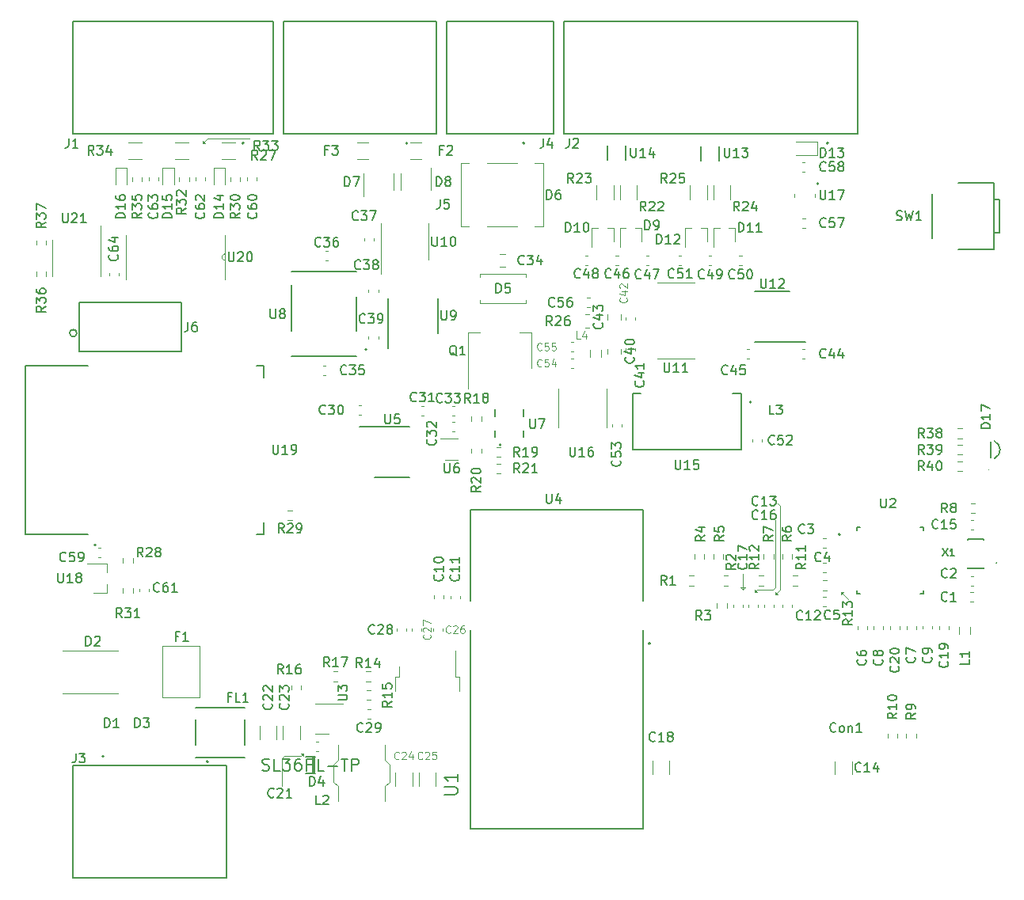
<source format=gto>
%TF.GenerationSoftware,KiCad,Pcbnew,(5.1.8)-1*%
%TF.CreationDate,2022-12-08T11:32:54+02:00*%
%TF.ProjectId,Scale,5363616c-652e-46b6-9963-61645f706362,rev?*%
%TF.SameCoordinates,Original*%
%TF.FileFunction,Legend,Top*%
%TF.FilePolarity,Positive*%
%FSLAX46Y46*%
G04 Gerber Fmt 4.6, Leading zero omitted, Abs format (unit mm)*
G04 Created by KiCad (PCBNEW (5.1.8)-1) date 2022-12-08 11:32:54*
%MOMM*%
%LPD*%
G01*
G04 APERTURE LIST*
%ADD10C,0.120000*%
%ADD11C,0.200000*%
%ADD12C,0.127000*%
%ADD13C,0.150000*%
%ADD14C,0.100000*%
%ADD15C,0.152400*%
%ADD16C,0.300000*%
G04 APERTURE END LIST*
D10*
X119500000Y-133750000D02*
X119750000Y-133750000D01*
X119750000Y-134000000D02*
X119500000Y-133750000D01*
X119750000Y-133750000D02*
X119750000Y-134000000D01*
X119500000Y-134000000D02*
X119750000Y-133750000D01*
X117750000Y-134000000D02*
X119500000Y-134000000D01*
X117500000Y-134250000D02*
X117750000Y-134000000D01*
X117500000Y-137250000D02*
X117500000Y-134250000D01*
X170500000Y-116750000D02*
X170250000Y-116750000D01*
X170250000Y-116500000D02*
X170500000Y-116750000D01*
X170250000Y-116750000D02*
X170250000Y-116500000D01*
X170750000Y-116250000D02*
X170250000Y-116750000D01*
X170750000Y-107250000D02*
X170750000Y-116250000D01*
X170500000Y-107000000D02*
X170750000Y-107250000D01*
X168250000Y-116500000D02*
X168000000Y-116500000D01*
X168000000Y-116250000D02*
X168250000Y-116500000D01*
X168000000Y-116500000D02*
X168000000Y-116250000D01*
X168250000Y-116250000D02*
X168000000Y-116500000D01*
X170000000Y-116250000D02*
X168250000Y-116250000D01*
X170250000Y-116000000D02*
X170000000Y-116250000D01*
X170250000Y-108750000D02*
X170250000Y-116000000D01*
X167000000Y-116000000D02*
X166750000Y-116250000D01*
X166500000Y-116000000D02*
X167000000Y-116000000D01*
X166750000Y-116250000D02*
X166500000Y-116000000D01*
X166750000Y-114500000D02*
X166750000Y-116250000D01*
X177250000Y-116750000D02*
X177250000Y-116500000D01*
X177500000Y-116500000D02*
X177250000Y-116750000D01*
X177250000Y-116500000D02*
X177500000Y-116500000D01*
X178000000Y-117250000D02*
X177250000Y-116500000D01*
X109250000Y-68500000D02*
X109000000Y-68500000D01*
X109000000Y-68250000D02*
X109250000Y-68500000D01*
X109000000Y-68500000D02*
X109000000Y-68250000D01*
X109500000Y-68000000D02*
X109000000Y-68500000D01*
X114000000Y-68000000D02*
X109500000Y-68000000D01*
%TO.C,C43*%
X153711200Y-87311252D02*
X153711200Y-86788748D01*
X152288800Y-87311252D02*
X152288800Y-86788748D01*
%TO.C,C40*%
X152288800Y-90438748D02*
X152288800Y-90961252D01*
X153711200Y-90438748D02*
X153711200Y-90961252D01*
%TO.C,U21*%
X92940000Y-80750000D02*
X92940000Y-82700000D01*
X92940000Y-80750000D02*
X92940000Y-78800000D01*
X98060000Y-80750000D02*
X98060000Y-82700000D01*
X98060000Y-80750000D02*
X98060000Y-77300000D01*
%TO.C,R37*%
X92272500Y-79312258D02*
X92272500Y-78837742D01*
X91227500Y-79312258D02*
X91227500Y-78837742D01*
%TO.C,R36*%
X91227500Y-82187742D02*
X91227500Y-82662258D01*
X92272500Y-82187742D02*
X92272500Y-82662258D01*
%TO.C,C64*%
X98990000Y-82640580D02*
X98990000Y-82359420D01*
X100010000Y-82640580D02*
X100010000Y-82359420D01*
%TO.C,D12*%
X162910000Y-78930000D02*
X162910000Y-77520000D01*
X160590000Y-77520000D02*
X160590000Y-79550000D01*
X160590000Y-77520000D02*
X161250000Y-77520000D01*
X162250000Y-77520000D02*
X162910000Y-77520000D01*
%TO.C,D11*%
X165910000Y-78930000D02*
X165910000Y-77520000D01*
X163590000Y-77520000D02*
X163590000Y-79550000D01*
X163590000Y-77520000D02*
X164250000Y-77520000D01*
X165250000Y-77520000D02*
X165910000Y-77520000D01*
%TO.C,D10*%
X152910000Y-78930000D02*
X152910000Y-77520000D01*
X150590000Y-77520000D02*
X150590000Y-79550000D01*
X150590000Y-77520000D02*
X151250000Y-77520000D01*
X152250000Y-77520000D02*
X152910000Y-77520000D01*
%TO.C,D9*%
X155910000Y-78930000D02*
X155910000Y-77520000D01*
X153590000Y-77520000D02*
X153590000Y-79550000D01*
X153590000Y-77520000D02*
X154250000Y-77520000D01*
X155250000Y-77520000D02*
X155910000Y-77520000D01*
D11*
%TO.C,U7*%
X140900000Y-100730000D02*
G75*
G03*
X140900000Y-100730000I-100000J0D01*
G01*
D12*
X140275000Y-99900000D02*
X140275000Y-99160000D01*
X140275000Y-97640000D02*
X140275000Y-96900000D01*
X143275000Y-99900000D02*
X143275000Y-99160000D01*
X143275000Y-97640000D02*
X143275000Y-96900000D01*
%TO.C,SW1*%
X193605000Y-78005000D02*
X194145000Y-78005000D01*
X194145000Y-78005000D02*
X194145000Y-74495000D01*
X194145000Y-74495000D02*
X193605000Y-74495000D01*
X186985000Y-73850000D02*
X186985000Y-78650000D01*
X189750000Y-79805000D02*
X193585000Y-79805000D01*
X193585000Y-79805000D02*
X193585000Y-72695000D01*
X193585000Y-72695000D02*
X189750000Y-72695000D01*
D10*
%TO.C,C8*%
X180740000Y-120134420D02*
X180740000Y-120415580D01*
X181760000Y-120134420D02*
X181760000Y-120415580D01*
D13*
%TO.C,U12*%
X171758600Y-84325000D02*
X168050000Y-84325000D01*
X173429300Y-89725000D02*
X168045700Y-89725000D01*
%TO.C,U9*%
X134175000Y-88758600D02*
X134175000Y-85050000D01*
X128775000Y-90429300D02*
X128775000Y-85045700D01*
%TO.C,U5*%
X127395700Y-104175000D02*
X131104300Y-104175000D01*
X125725000Y-98775000D02*
X131108600Y-98775000D01*
D11*
%TO.C,J3*%
X98450000Y-134050000D02*
G75*
G03*
X98450000Y-134050000I-100000J0D01*
G01*
D12*
X111550000Y-147050000D02*
X95150000Y-147050000D01*
X111550000Y-135050000D02*
X111550000Y-147050000D01*
X95150000Y-135050000D02*
X111550000Y-135050000D01*
X95150000Y-147050000D02*
X95150000Y-135050000D01*
%TO.C,U19*%
X90000000Y-110250000D02*
X90000000Y-92250000D01*
X90000000Y-92250000D02*
X96720000Y-92250000D01*
X96720000Y-110250000D02*
X90000000Y-110250000D01*
D11*
X97590000Y-111450000D02*
G75*
G03*
X97590000Y-111450000I-100000J0D01*
G01*
D12*
X114770000Y-110250000D02*
X115500000Y-110250000D01*
X115500000Y-110250000D02*
X115500000Y-109005000D01*
X114770000Y-92250000D02*
X115500000Y-92250000D01*
X115500000Y-92250000D02*
X115500000Y-93495000D01*
D10*
%TO.C,D16*%
X100875000Y-71050000D02*
X99675000Y-71050000D01*
X100875000Y-72900000D02*
X100875000Y-71050000D01*
X99675000Y-72900000D02*
X99675000Y-71050000D01*
%TO.C,D15*%
X105925000Y-71050000D02*
X104725000Y-71050000D01*
X105925000Y-72900000D02*
X105925000Y-71050000D01*
X104725000Y-72900000D02*
X104725000Y-71050000D01*
%TO.C,D14*%
X111400000Y-71050000D02*
X110200000Y-71050000D01*
X111400000Y-72900000D02*
X111400000Y-71050000D01*
X110200000Y-72900000D02*
X110200000Y-71050000D01*
%TO.C,R40*%
X189687742Y-103522500D02*
X190162258Y-103522500D01*
X189687742Y-102477500D02*
X190162258Y-102477500D01*
%TO.C,R39*%
X189687742Y-101772500D02*
X190162258Y-101772500D01*
X189687742Y-100727500D02*
X190162258Y-100727500D01*
%TO.C,R38*%
X189687742Y-100022500D02*
X190162258Y-100022500D01*
X189687742Y-98977500D02*
X190162258Y-98977500D01*
D14*
%TO.C,D17*%
X193080000Y-103350000D02*
G75*
G03*
X193080000Y-103350000I-50000J0D01*
G01*
D12*
X193250000Y-100420000D02*
X193250000Y-102080000D01*
X193640000Y-100330000D02*
G75*
G02*
X193640000Y-102170000I-390517J-920000D01*
G01*
%TO.C,J1*%
X116500000Y-55450000D02*
X116500000Y-67450000D01*
X116500000Y-67450000D02*
X95100000Y-67450000D01*
X95100000Y-67450000D02*
X95100000Y-55450000D01*
X95100000Y-55450000D02*
X116500000Y-55450000D01*
D11*
X113400000Y-68450000D02*
G75*
G03*
X113400000Y-68450000I-100000J0D01*
G01*
D10*
%TO.C,U20*%
X100831800Y-78249699D02*
X100831800Y-83050299D01*
X111398200Y-83050299D02*
X111398200Y-78249699D01*
X111356876Y-80998740D02*
G75*
G02*
X111365001Y-80300000I58124J348741D01*
G01*
%TO.C,R35*%
X102522500Y-72087742D02*
X102522500Y-72562258D01*
X101477500Y-72087742D02*
X101477500Y-72562258D01*
%TO.C,R34*%
X101022936Y-70160000D02*
X102477064Y-70160000D01*
X101022936Y-68340000D02*
X102477064Y-68340000D01*
%TO.C,C63*%
X103240000Y-72134420D02*
X103240000Y-72415580D01*
X104260000Y-72134420D02*
X104260000Y-72415580D01*
D11*
%TO.C,J5*%
X130900000Y-68450000D02*
G75*
G03*
X130900000Y-68450000I-100000J0D01*
G01*
D12*
X117600000Y-55450000D02*
X134000000Y-55450000D01*
X117600000Y-67450000D02*
X117600000Y-55450000D01*
X134000000Y-67450000D02*
X117600000Y-67450000D01*
X134000000Y-55450000D02*
X134000000Y-67450000D01*
D11*
%TO.C,J2*%
X175900000Y-68450000D02*
G75*
G03*
X175900000Y-68450000I-100000J0D01*
G01*
D12*
X147600000Y-55450000D02*
X179000000Y-55450000D01*
X147600000Y-67450000D02*
X147600000Y-55450000D01*
X179000000Y-67450000D02*
X147600000Y-67450000D01*
X179000000Y-55450000D02*
X179000000Y-67450000D01*
D11*
%TO.C,J4*%
X143400000Y-68450000D02*
G75*
G03*
X143400000Y-68450000I-100000J0D01*
G01*
D12*
X135100000Y-55450000D02*
X146500000Y-55450000D01*
X135100000Y-67450000D02*
X135100000Y-55450000D01*
X146500000Y-67450000D02*
X135100000Y-67450000D01*
X146500000Y-55450000D02*
X146500000Y-67450000D01*
%TO.C,X1*%
X190825000Y-113925000D02*
X192525000Y-113925000D01*
X190825000Y-110825000D02*
X192525000Y-110825000D01*
X192525000Y-110825000D02*
X192525000Y-110925000D01*
X190825000Y-110825000D02*
X190825000Y-110925000D01*
X190825000Y-113925000D02*
X190825000Y-113825000D01*
X192525000Y-113925000D02*
X192525000Y-113825000D01*
D11*
X193905812Y-113325000D02*
G75*
G03*
X193905812Y-113325000I-61812J0D01*
G01*
D10*
%TO.C,U18*%
X98760000Y-116580000D02*
X98760000Y-115650000D01*
X98760000Y-113420000D02*
X98760000Y-114350000D01*
X98760000Y-113420000D02*
X96600000Y-113420000D01*
X98760000Y-116580000D02*
X97300000Y-116580000D01*
%TO.C,U17*%
X174877301Y-72815600D02*
G75*
G03*
X174877301Y-72815600I-127000J0D01*
G01*
X174480301Y-73846030D02*
X174480301Y-74198171D01*
X172219701Y-74198171D02*
X172219701Y-73846030D01*
%TO.C,U16*%
X147018000Y-94673000D02*
X147018000Y-98827000D01*
X152172000Y-98827000D02*
X152172000Y-94673000D01*
D12*
%TO.C,U15*%
X165640000Y-95250000D02*
X166550000Y-95250000D01*
X154950000Y-95250000D02*
X155860000Y-95250000D01*
X166550000Y-101250000D02*
X166550000Y-95250000D01*
X154950000Y-101250000D02*
X166550000Y-101250000D01*
X154950000Y-95250000D02*
X154950000Y-101250000D01*
D11*
X167660000Y-96150000D02*
G75*
G03*
X167660000Y-96150000I-100000J0D01*
G01*
D15*
%TO.C,U14*%
X154227000Y-70277000D02*
X154227000Y-68723000D01*
X152273000Y-68723000D02*
X152273000Y-70277000D01*
%TO.C,U13*%
X164227000Y-70329401D02*
X164227000Y-68775401D01*
X162273000Y-68775401D02*
X162273000Y-70329401D01*
D10*
%TO.C,U11*%
X157562785Y-91501698D02*
X161576015Y-91501698D01*
X161576015Y-83348298D02*
X157562785Y-83348298D01*
%TO.C,U10*%
X133175000Y-78975000D02*
X133175000Y-77025000D01*
X133175000Y-78975000D02*
X133175000Y-80925000D01*
X128055000Y-78975000D02*
X128055000Y-77025000D01*
X128055000Y-78975000D02*
X128055000Y-82425000D01*
D11*
%TO.C,U8*%
X126550000Y-90500000D02*
G75*
G03*
X126550000Y-90500000I-100000J0D01*
G01*
D12*
X125450000Y-91220000D02*
X118450000Y-91220000D01*
X125450000Y-82160000D02*
X118450000Y-82160000D01*
X118450000Y-88510000D02*
X118450000Y-83600000D01*
X125450000Y-88510000D02*
X125450000Y-84870000D01*
D10*
%TO.C,U6*%
X136300000Y-100040000D02*
X134400000Y-100040000D01*
X134900000Y-102360000D02*
X136300000Y-102360000D01*
%TO.C,U4*%
X130020000Y-125530000D02*
X130020000Y-124430000D01*
X129550000Y-125530000D02*
X130020000Y-125530000D01*
X129550000Y-127030000D02*
X129550000Y-125530000D01*
X135980000Y-125530000D02*
X135980000Y-122700000D01*
X136450000Y-125530000D02*
X135980000Y-125530000D01*
X136450000Y-127030000D02*
X136450000Y-125530000D01*
%TO.C,U3*%
X122500000Y-131610000D02*
X121000000Y-131610000D01*
X124000000Y-128390000D02*
X121000000Y-128390000D01*
D12*
%TO.C,U2*%
X178950000Y-116620000D02*
X178950000Y-116290000D01*
X179280000Y-116620000D02*
X178950000Y-116620000D01*
X186050000Y-116620000D02*
X185720000Y-116620000D01*
X186050000Y-116290000D02*
X186050000Y-116620000D01*
X186050000Y-109520000D02*
X186050000Y-109850000D01*
X185720000Y-109520000D02*
X186050000Y-109520000D01*
X178950000Y-109520000D02*
X179280000Y-109520000D01*
X178950000Y-109850000D02*
X178950000Y-109520000D01*
D11*
X177149950Y-110319920D02*
G75*
G03*
X177149950Y-110319920I-100000J0D01*
G01*
%TO.C,U1*%
X156855000Y-121960000D02*
G75*
G03*
X156855000Y-121960000I-100000J0D01*
G01*
D12*
X137625000Y-117390000D02*
X137625000Y-107690000D01*
X156075000Y-107690000D02*
X156075000Y-117390000D01*
X137625000Y-141790000D02*
X137625000Y-120510000D01*
X156075000Y-141790000D02*
X137625000Y-141790000D01*
X156075000Y-120510000D02*
X156075000Y-141790000D01*
X137625000Y-107690000D02*
X156075000Y-107690000D01*
D10*
%TO.C,R33*%
X106477500Y-72087742D02*
X106477500Y-72562258D01*
X107522500Y-72087742D02*
X107522500Y-72562258D01*
%TO.C,R32*%
X106060436Y-68340000D02*
X107514564Y-68340000D01*
X106060436Y-70160000D02*
X107514564Y-70160000D01*
%TO.C,R31*%
X101522500Y-116562258D02*
X101522500Y-116087742D01*
X100477500Y-116562258D02*
X100477500Y-116087742D01*
%TO.C,R30*%
X111977500Y-72087742D02*
X111977500Y-72562258D01*
X113022500Y-72087742D02*
X113022500Y-72562258D01*
%TO.C,R29*%
X118562258Y-107727500D02*
X118087742Y-107727500D01*
X118562258Y-108772500D02*
X118087742Y-108772500D01*
%TO.C,R28*%
X100477500Y-112837742D02*
X100477500Y-113312258D01*
X101522500Y-112837742D02*
X101522500Y-113312258D01*
%TO.C,R27*%
X111022936Y-68340000D02*
X112477064Y-68340000D01*
X111022936Y-70160000D02*
X112477064Y-70160000D01*
%TO.C,R26*%
X150314564Y-86765000D02*
X149860436Y-86765000D01*
X150314564Y-88235000D02*
X149860436Y-88235000D01*
%TO.C,R25*%
X162910000Y-72985436D02*
X162910000Y-74439564D01*
X161090000Y-72985436D02*
X161090000Y-74439564D01*
%TO.C,R24*%
X165410000Y-72985436D02*
X165410000Y-74439564D01*
X163590000Y-72985436D02*
X163590000Y-74439564D01*
%TO.C,R23*%
X152910000Y-72985436D02*
X152910000Y-74439564D01*
X151090000Y-72985436D02*
X151090000Y-74439564D01*
%TO.C,R22*%
X155410000Y-72985436D02*
X155410000Y-74439564D01*
X153590000Y-72985436D02*
X153590000Y-74439564D01*
%TO.C,R21*%
X140387742Y-103772500D02*
X140862258Y-103772500D01*
X140387742Y-102727500D02*
X140862258Y-102727500D01*
%TO.C,R20*%
X137727500Y-101137742D02*
X137727500Y-101612258D01*
X138772500Y-101137742D02*
X138772500Y-101612258D01*
%TO.C,R19*%
X140862258Y-100977500D02*
X140387742Y-100977500D01*
X140862258Y-102022500D02*
X140387742Y-102022500D01*
%TO.C,R18*%
X138772500Y-98162258D02*
X138772500Y-97687742D01*
X137727500Y-98162258D02*
X137727500Y-97687742D01*
%TO.C,R17*%
X123412258Y-124977500D02*
X122937742Y-124977500D01*
X123412258Y-126022500D02*
X122937742Y-126022500D01*
%TO.C,R16*%
X119522500Y-126912258D02*
X119522500Y-126437742D01*
X118477500Y-126912258D02*
X118477500Y-126437742D01*
%TO.C,R15*%
X126962258Y-126977500D02*
X126487742Y-126977500D01*
X126962258Y-128022500D02*
X126487742Y-128022500D01*
%TO.C,R14*%
X126437742Y-126022500D02*
X126912258Y-126022500D01*
X126437742Y-124977500D02*
X126912258Y-124977500D01*
%TO.C,R13*%
X175737258Y-115227500D02*
X175262742Y-115227500D01*
X175737258Y-116272500D02*
X175262742Y-116272500D01*
%TO.C,R12*%
X168912258Y-114727500D02*
X168437742Y-114727500D01*
X168912258Y-115772500D02*
X168437742Y-115772500D01*
%TO.C,R11*%
X172087742Y-115772500D02*
X172562258Y-115772500D01*
X172087742Y-114727500D02*
X172562258Y-114727500D01*
%TO.C,R10*%
X182227500Y-131587742D02*
X182227500Y-132062258D01*
X183272500Y-131587742D02*
X183272500Y-132062258D01*
%TO.C,R9*%
X184227500Y-131587742D02*
X184227500Y-132062258D01*
X185272500Y-131587742D02*
X185272500Y-132062258D01*
%TO.C,R8*%
X191087742Y-108022500D02*
X191562258Y-108022500D01*
X191087742Y-106977500D02*
X191562258Y-106977500D01*
%TO.C,R7*%
X168977500Y-112437742D02*
X168977500Y-112912258D01*
X170022500Y-112437742D02*
X170022500Y-112912258D01*
%TO.C,R6*%
X170977500Y-112437742D02*
X170977500Y-112912258D01*
X172022500Y-112437742D02*
X172022500Y-112912258D01*
%TO.C,R5*%
X163577500Y-112437742D02*
X163577500Y-112912258D01*
X164622500Y-112437742D02*
X164622500Y-112912258D01*
%TO.C,R4*%
X161552500Y-112437742D02*
X161552500Y-112912258D01*
X162597500Y-112437742D02*
X162597500Y-112912258D01*
%TO.C,R3*%
X163977500Y-117687742D02*
X163977500Y-118162258D01*
X165022500Y-117687742D02*
X165022500Y-118162258D01*
%TO.C,R2*%
X165162258Y-114727500D02*
X164687742Y-114727500D01*
X165162258Y-115772500D02*
X164687742Y-115772500D01*
%TO.C,R1*%
X161012742Y-115772500D02*
X161487258Y-115772500D01*
X161012742Y-114727500D02*
X161487258Y-114727500D01*
%TO.C,Q1*%
X144160000Y-88740000D02*
X142900000Y-88740000D01*
X137340000Y-88740000D02*
X138600000Y-88740000D01*
X144160000Y-92500000D02*
X144160000Y-88740000D01*
X137340000Y-94750000D02*
X137340000Y-88740000D01*
%TO.C,L4*%
X150440000Y-91337122D02*
X150440000Y-90537878D01*
X151560000Y-91337122D02*
X151560000Y-90537878D01*
%TO.C,L2*%
X129000000Y-134950000D02*
X129000000Y-136750000D01*
X123000000Y-134950000D02*
X123000000Y-136750000D01*
X123500000Y-134450000D02*
X123500000Y-132850000D01*
X123500000Y-137250000D02*
X123500000Y-138850000D01*
X123000000Y-136750000D02*
X123500000Y-137250000D01*
X123000000Y-134950000D02*
X123500000Y-134450000D01*
X128500000Y-137250000D02*
X128500000Y-138850000D01*
X129000000Y-136750000D02*
X128500000Y-137250000D01*
X128500000Y-134450000D02*
X128500000Y-132850000D01*
X129000000Y-134950000D02*
X128500000Y-134450000D01*
%TO.C,L1*%
X189890000Y-120162878D02*
X189890000Y-120962122D01*
X191010000Y-120162878D02*
X191010000Y-120962122D01*
D15*
%TO.C,J6*%
X95789000Y-90763900D02*
X106698300Y-90763900D01*
X106711000Y-90763900D02*
X106711000Y-85506100D01*
X106711000Y-85506100D02*
X95789000Y-85506100D01*
X95789000Y-85506100D02*
X95789000Y-90763900D01*
X95535000Y-88770000D02*
G75*
G03*
X95535000Y-88770000I-381000J0D01*
G01*
D12*
%TO.C,FL1*%
X113525000Y-128811500D02*
X108225000Y-128811500D01*
X108225000Y-130138500D02*
X108225000Y-132811500D01*
X108225000Y-134138500D02*
X113525000Y-134138500D01*
X113525000Y-132811500D02*
X113525000Y-130138500D01*
D11*
X109600000Y-134600000D02*
G75*
G03*
X109600000Y-134600000I-100000J0D01*
G01*
D10*
%TO.C,F3*%
X125497936Y-68340000D02*
X126702064Y-68340000D01*
X125497936Y-70160000D02*
X126702064Y-70160000D01*
%TO.C,F2*%
X131147936Y-68340000D02*
X132352064Y-68340000D01*
X131147936Y-70160000D02*
X132352064Y-70160000D01*
%TO.C,F1*%
X108650000Y-122250000D02*
X108650000Y-127750000D01*
X104650000Y-122250000D02*
X108650000Y-122250000D01*
X104650000Y-127750000D02*
X104650000Y-122250000D01*
X108650000Y-127750000D02*
X104650000Y-127750000D01*
%TO.C,D13*%
X172412500Y-69735000D02*
X174697500Y-69735000D01*
X174697500Y-69735000D02*
X174697500Y-68265000D01*
X174697500Y-68265000D02*
X172412500Y-68265000D01*
%TO.C,D8*%
X130190000Y-71700000D02*
X130190000Y-73500000D01*
X133410000Y-73500000D02*
X133410000Y-71050000D01*
%TO.C,D7*%
X129410000Y-73500000D02*
X129410000Y-71700000D01*
X126190000Y-71700000D02*
X126190000Y-74150000D01*
%TO.C,D6*%
X145381500Y-77378200D02*
X145381500Y-70621800D01*
X145381500Y-70621800D02*
X144507740Y-70621800D01*
X136618500Y-70621800D02*
X136618500Y-77378200D01*
X136618500Y-77378200D02*
X137492260Y-77378200D01*
X139402340Y-77378200D02*
X142597660Y-77378200D01*
X144507740Y-77378200D02*
X145381500Y-77378200D01*
X142597660Y-70621800D02*
X139402340Y-70621800D01*
X137492260Y-70621800D02*
X136618500Y-70621800D01*
%TO.C,D5*%
X138678000Y-85600200D02*
X143529400Y-85600200D01*
X143529400Y-85600200D02*
X143529400Y-85209040D01*
X143529400Y-82399800D02*
X138678000Y-82399800D01*
X138678000Y-82399800D02*
X138678000Y-82790960D01*
X138678000Y-85209040D02*
X138678000Y-85600200D01*
X143529400Y-82790960D02*
X143529400Y-82399800D01*
D13*
%TO.C,D4*%
X121000000Y-135900000D02*
X120050000Y-135900000D01*
X121000000Y-134100000D02*
X120050000Y-134100000D01*
D16*
X120850000Y-135810000D02*
X120850000Y-134190000D01*
D10*
%TO.C,D2*%
X94050000Y-127275000D02*
X99950000Y-127275000D01*
X99950000Y-122775000D02*
X94050000Y-122775000D01*
%TO.C,C62*%
X109260000Y-72134420D02*
X109260000Y-72415580D01*
X108240000Y-72134420D02*
X108240000Y-72415580D01*
%TO.C,C61*%
X103260000Y-116134420D02*
X103260000Y-116415580D01*
X102240000Y-116134420D02*
X102240000Y-116415580D01*
%TO.C,C60*%
X114760000Y-72134420D02*
X114760000Y-72415580D01*
X113740000Y-72134420D02*
X113740000Y-72415580D01*
%TO.C,C59*%
X98115580Y-112760000D02*
X97834420Y-112760000D01*
X98115580Y-111740000D02*
X97834420Y-111740000D01*
%TO.C,C58*%
X173365580Y-71510000D02*
X173084420Y-71510000D01*
X173365580Y-70490000D02*
X173084420Y-70490000D01*
%TO.C,C57*%
X173415580Y-77510000D02*
X173134420Y-77510000D01*
X173415580Y-76490000D02*
X173134420Y-76490000D01*
%TO.C,C56*%
X150365580Y-86010000D02*
X150084420Y-86010000D01*
X150365580Y-84990000D02*
X150084420Y-84990000D01*
%TO.C,C55*%
X148615580Y-90760000D02*
X148334420Y-90760000D01*
X148615580Y-89740000D02*
X148334420Y-89740000D01*
%TO.C,C54*%
X148615580Y-92510000D02*
X148334420Y-92510000D01*
X148615580Y-91490000D02*
X148334420Y-91490000D01*
%TO.C,C53*%
X152740000Y-98815580D02*
X152740000Y-98534420D01*
X153760000Y-98815580D02*
X153760000Y-98534420D01*
%TO.C,C52*%
X168760000Y-100109420D02*
X168760000Y-100390580D01*
X167740000Y-100109420D02*
X167740000Y-100390580D01*
%TO.C,C51*%
X160165580Y-81510000D02*
X159884420Y-81510000D01*
X160165580Y-80490000D02*
X159884420Y-80490000D01*
%TO.C,C50*%
X166359420Y-80490000D02*
X166640580Y-80490000D01*
X166359420Y-81510000D02*
X166640580Y-81510000D01*
%TO.C,C49*%
X163390580Y-81510000D02*
X163109420Y-81510000D01*
X163390580Y-80490000D02*
X163109420Y-80490000D01*
%TO.C,C48*%
X150140580Y-81510000D02*
X149859420Y-81510000D01*
X150140580Y-80490000D02*
X149859420Y-80490000D01*
%TO.C,C47*%
X156384420Y-80490000D02*
X156665580Y-80490000D01*
X156384420Y-81510000D02*
X156665580Y-81510000D01*
%TO.C,C46*%
X153415580Y-81510000D02*
X153134420Y-81510000D01*
X153415580Y-80490000D02*
X153134420Y-80490000D01*
%TO.C,C45*%
X167134420Y-90490000D02*
X167415580Y-90490000D01*
X167134420Y-91510000D02*
X167415580Y-91510000D01*
%TO.C,C44*%
X173109420Y-90490000D02*
X173390580Y-90490000D01*
X173109420Y-91510000D02*
X173390580Y-91510000D01*
%TO.C,C42*%
X154240000Y-87365580D02*
X154240000Y-87084420D01*
X155260000Y-87365580D02*
X155260000Y-87084420D01*
%TO.C,C41*%
X155260000Y-90384420D02*
X155260000Y-90665580D01*
X154240000Y-90384420D02*
X154240000Y-90665580D01*
%TO.C,C39*%
X126740000Y-89415580D02*
X126740000Y-89134420D01*
X127760000Y-89415580D02*
X127760000Y-89134420D01*
%TO.C,C38*%
X126740000Y-84390580D02*
X126740000Y-84109420D01*
X127760000Y-84390580D02*
X127760000Y-84109420D01*
%TO.C,C37*%
X127260000Y-78584420D02*
X127260000Y-78865580D01*
X126240000Y-78584420D02*
X126240000Y-78865580D01*
%TO.C,C36*%
X122109420Y-79990000D02*
X122390580Y-79990000D01*
X122109420Y-81010000D02*
X122390580Y-81010000D01*
%TO.C,C35*%
X121884420Y-92240000D02*
X122165580Y-92240000D01*
X121884420Y-93260000D02*
X122165580Y-93260000D01*
%TO.C,C34*%
X140788748Y-81711200D02*
X141311252Y-81711200D01*
X140788748Y-80288800D02*
X141311252Y-80288800D01*
%TO.C,C33*%
X135915580Y-97585000D02*
X135634420Y-97585000D01*
X135915580Y-96565000D02*
X135634420Y-96565000D01*
%TO.C,C32*%
X135915580Y-99260000D02*
X135634420Y-99260000D01*
X135915580Y-98240000D02*
X135634420Y-98240000D01*
%TO.C,C31*%
X132334420Y-96565000D02*
X132615580Y-96565000D01*
X132334420Y-97585000D02*
X132615580Y-97585000D01*
%TO.C,C30*%
X125965580Y-97535000D02*
X125684420Y-97535000D01*
X125965580Y-96515000D02*
X125684420Y-96515000D01*
%TO.C,C29*%
X126634420Y-128990000D02*
X126915580Y-128990000D01*
X126634420Y-130010000D02*
X126915580Y-130010000D01*
%TO.C,C28*%
X129740000Y-120615580D02*
X129740000Y-120334420D01*
X130760000Y-120615580D02*
X130760000Y-120334420D01*
%TO.C,C27*%
X131340000Y-120615580D02*
X131340000Y-120334420D01*
X132360000Y-120615580D02*
X132360000Y-120334420D01*
%TO.C,C26*%
X133640000Y-120615580D02*
X133640000Y-120334420D01*
X134660000Y-120615580D02*
X134660000Y-120334420D01*
%TO.C,C25*%
X133910000Y-137236252D02*
X133910000Y-135813748D01*
X132090000Y-137236252D02*
X132090000Y-135813748D01*
%TO.C,C24*%
X131410000Y-137211252D02*
X131410000Y-135788748D01*
X129590000Y-137211252D02*
X129590000Y-135788748D01*
%TO.C,C23*%
X117590000Y-130813748D02*
X117590000Y-132236252D01*
X119410000Y-130813748D02*
X119410000Y-132236252D01*
%TO.C,C22*%
X115090000Y-130813748D02*
X115090000Y-132236252D01*
X116910000Y-130813748D02*
X116910000Y-132236252D01*
%TO.C,C21*%
X121084420Y-132490000D02*
X121365580Y-132490000D01*
X121084420Y-133510000D02*
X121365580Y-133510000D01*
%TO.C,C20*%
X183510000Y-120134420D02*
X183510000Y-120415580D01*
X182490000Y-120134420D02*
X182490000Y-120415580D01*
%TO.C,C19*%
X188760000Y-120134420D02*
X188760000Y-120415580D01*
X187740000Y-120134420D02*
X187740000Y-120415580D01*
%TO.C,C18*%
X157090000Y-134538748D02*
X157090000Y-135961252D01*
X158910000Y-134538748D02*
X158910000Y-135961252D01*
%TO.C,C17*%
X165740000Y-118115580D02*
X165740000Y-117834420D01*
X166760000Y-118115580D02*
X166760000Y-117834420D01*
%TO.C,C16*%
X168360000Y-117834420D02*
X168360000Y-118115580D01*
X167340000Y-117834420D02*
X167340000Y-118115580D01*
%TO.C,C15*%
X191134420Y-108740000D02*
X191415580Y-108740000D01*
X191134420Y-109760000D02*
X191415580Y-109760000D01*
%TO.C,C14*%
X176590000Y-134563748D02*
X176590000Y-135986252D01*
X178410000Y-134563748D02*
X178410000Y-135986252D01*
%TO.C,C13*%
X170010000Y-117834420D02*
X170010000Y-118115580D01*
X168990000Y-117834420D02*
X168990000Y-118115580D01*
%TO.C,C12*%
X172010000Y-117834420D02*
X172010000Y-118115580D01*
X170990000Y-117834420D02*
X170990000Y-118115580D01*
%TO.C,C11*%
X135490000Y-117140580D02*
X135490000Y-116859420D01*
X136510000Y-117140580D02*
X136510000Y-116859420D01*
%TO.C,C10*%
X133740000Y-117115580D02*
X133740000Y-116834420D01*
X134760000Y-117115580D02*
X134760000Y-116834420D01*
%TO.C,C9*%
X187010000Y-120109420D02*
X187010000Y-120390580D01*
X185990000Y-120109420D02*
X185990000Y-120390580D01*
%TO.C,C7*%
X185260000Y-120134420D02*
X185260000Y-120415580D01*
X184240000Y-120134420D02*
X184240000Y-120415580D01*
%TO.C,C6*%
X180010000Y-120134420D02*
X180010000Y-120415580D01*
X178990000Y-120134420D02*
X178990000Y-120415580D01*
%TO.C,C5*%
X175615580Y-118010000D02*
X175334420Y-118010000D01*
X175615580Y-116990000D02*
X175334420Y-116990000D01*
%TO.C,C4*%
X175615580Y-114335000D02*
X175334420Y-114335000D01*
X175615580Y-113315000D02*
X175334420Y-113315000D01*
%TO.C,C3*%
X175615580Y-111760000D02*
X175334420Y-111760000D01*
X175615580Y-110740000D02*
X175334420Y-110740000D01*
%TO.C,C2*%
X191109420Y-114740000D02*
X191390580Y-114740000D01*
X191109420Y-115760000D02*
X191390580Y-115760000D01*
%TO.C,C1*%
X191084420Y-116490000D02*
X191365580Y-116490000D01*
X191084420Y-117510000D02*
X191365580Y-117510000D01*
%TO.C,C43*%
D13*
X151677142Y-87692857D02*
X151724761Y-87740476D01*
X151772380Y-87883333D01*
X151772380Y-87978571D01*
X151724761Y-88121428D01*
X151629523Y-88216666D01*
X151534285Y-88264285D01*
X151343809Y-88311904D01*
X151200952Y-88311904D01*
X151010476Y-88264285D01*
X150915238Y-88216666D01*
X150820000Y-88121428D01*
X150772380Y-87978571D01*
X150772380Y-87883333D01*
X150820000Y-87740476D01*
X150867619Y-87692857D01*
X151105714Y-86835714D02*
X151772380Y-86835714D01*
X150724761Y-87073809D02*
X151439047Y-87311904D01*
X151439047Y-86692857D01*
X150772380Y-86407142D02*
X150772380Y-85788095D01*
X151153333Y-86121428D01*
X151153333Y-85978571D01*
X151200952Y-85883333D01*
X151248571Y-85835714D01*
X151343809Y-85788095D01*
X151581904Y-85788095D01*
X151677142Y-85835714D01*
X151724761Y-85883333D01*
X151772380Y-85978571D01*
X151772380Y-86264285D01*
X151724761Y-86359523D01*
X151677142Y-86407142D01*
%TO.C,C40*%
X155037142Y-91342857D02*
X155084761Y-91390476D01*
X155132380Y-91533333D01*
X155132380Y-91628571D01*
X155084761Y-91771428D01*
X154989523Y-91866666D01*
X154894285Y-91914285D01*
X154703809Y-91961904D01*
X154560952Y-91961904D01*
X154370476Y-91914285D01*
X154275238Y-91866666D01*
X154180000Y-91771428D01*
X154132380Y-91628571D01*
X154132380Y-91533333D01*
X154180000Y-91390476D01*
X154227619Y-91342857D01*
X154465714Y-90485714D02*
X155132380Y-90485714D01*
X154084761Y-90723809D02*
X154799047Y-90961904D01*
X154799047Y-90342857D01*
X154132380Y-89771428D02*
X154132380Y-89676190D01*
X154180000Y-89580952D01*
X154227619Y-89533333D01*
X154322857Y-89485714D01*
X154513333Y-89438095D01*
X154751428Y-89438095D01*
X154941904Y-89485714D01*
X155037142Y-89533333D01*
X155084761Y-89580952D01*
X155132380Y-89676190D01*
X155132380Y-89771428D01*
X155084761Y-89866666D01*
X155037142Y-89914285D01*
X154941904Y-89961904D01*
X154751428Y-90009523D01*
X154513333Y-90009523D01*
X154322857Y-89961904D01*
X154227619Y-89914285D01*
X154180000Y-89866666D01*
X154132380Y-89771428D01*
%TO.C,U21*%
X94011904Y-75952380D02*
X94011904Y-76761904D01*
X94059523Y-76857142D01*
X94107142Y-76904761D01*
X94202380Y-76952380D01*
X94392857Y-76952380D01*
X94488095Y-76904761D01*
X94535714Y-76857142D01*
X94583333Y-76761904D01*
X94583333Y-75952380D01*
X95011904Y-76047619D02*
X95059523Y-76000000D01*
X95154761Y-75952380D01*
X95392857Y-75952380D01*
X95488095Y-76000000D01*
X95535714Y-76047619D01*
X95583333Y-76142857D01*
X95583333Y-76238095D01*
X95535714Y-76380952D01*
X94964285Y-76952380D01*
X95583333Y-76952380D01*
X96535714Y-76952380D02*
X95964285Y-76952380D01*
X96250000Y-76952380D02*
X96250000Y-75952380D01*
X96154761Y-76095238D01*
X96059523Y-76190476D01*
X95964285Y-76238095D01*
%TO.C,R37*%
X92202380Y-76892857D02*
X91726190Y-77226190D01*
X92202380Y-77464285D02*
X91202380Y-77464285D01*
X91202380Y-77083333D01*
X91250000Y-76988095D01*
X91297619Y-76940476D01*
X91392857Y-76892857D01*
X91535714Y-76892857D01*
X91630952Y-76940476D01*
X91678571Y-76988095D01*
X91726190Y-77083333D01*
X91726190Y-77464285D01*
X91202380Y-76559523D02*
X91202380Y-75940476D01*
X91583333Y-76273809D01*
X91583333Y-76130952D01*
X91630952Y-76035714D01*
X91678571Y-75988095D01*
X91773809Y-75940476D01*
X92011904Y-75940476D01*
X92107142Y-75988095D01*
X92154761Y-76035714D01*
X92202380Y-76130952D01*
X92202380Y-76416666D01*
X92154761Y-76511904D01*
X92107142Y-76559523D01*
X91202380Y-75607142D02*
X91202380Y-74940476D01*
X92202380Y-75369047D01*
%TO.C,R36*%
X92202380Y-85892857D02*
X91726190Y-86226190D01*
X92202380Y-86464285D02*
X91202380Y-86464285D01*
X91202380Y-86083333D01*
X91250000Y-85988095D01*
X91297619Y-85940476D01*
X91392857Y-85892857D01*
X91535714Y-85892857D01*
X91630952Y-85940476D01*
X91678571Y-85988095D01*
X91726190Y-86083333D01*
X91726190Y-86464285D01*
X91202380Y-85559523D02*
X91202380Y-84940476D01*
X91583333Y-85273809D01*
X91583333Y-85130952D01*
X91630952Y-85035714D01*
X91678571Y-84988095D01*
X91773809Y-84940476D01*
X92011904Y-84940476D01*
X92107142Y-84988095D01*
X92154761Y-85035714D01*
X92202380Y-85130952D01*
X92202380Y-85416666D01*
X92154761Y-85511904D01*
X92107142Y-85559523D01*
X91202380Y-84083333D02*
X91202380Y-84273809D01*
X91250000Y-84369047D01*
X91297619Y-84416666D01*
X91440476Y-84511904D01*
X91630952Y-84559523D01*
X92011904Y-84559523D01*
X92107142Y-84511904D01*
X92154761Y-84464285D01*
X92202380Y-84369047D01*
X92202380Y-84178571D01*
X92154761Y-84083333D01*
X92107142Y-84035714D01*
X92011904Y-83988095D01*
X91773809Y-83988095D01*
X91678571Y-84035714D01*
X91630952Y-84083333D01*
X91583333Y-84178571D01*
X91583333Y-84369047D01*
X91630952Y-84464285D01*
X91678571Y-84511904D01*
X91773809Y-84559523D01*
%TO.C,C64*%
X99857142Y-80392857D02*
X99904761Y-80440476D01*
X99952380Y-80583333D01*
X99952380Y-80678571D01*
X99904761Y-80821428D01*
X99809523Y-80916666D01*
X99714285Y-80964285D01*
X99523809Y-81011904D01*
X99380952Y-81011904D01*
X99190476Y-80964285D01*
X99095238Y-80916666D01*
X99000000Y-80821428D01*
X98952380Y-80678571D01*
X98952380Y-80583333D01*
X99000000Y-80440476D01*
X99047619Y-80392857D01*
X98952380Y-79535714D02*
X98952380Y-79726190D01*
X99000000Y-79821428D01*
X99047619Y-79869047D01*
X99190476Y-79964285D01*
X99380952Y-80011904D01*
X99761904Y-80011904D01*
X99857142Y-79964285D01*
X99904761Y-79916666D01*
X99952380Y-79821428D01*
X99952380Y-79630952D01*
X99904761Y-79535714D01*
X99857142Y-79488095D01*
X99761904Y-79440476D01*
X99523809Y-79440476D01*
X99428571Y-79488095D01*
X99380952Y-79535714D01*
X99333333Y-79630952D01*
X99333333Y-79821428D01*
X99380952Y-79916666D01*
X99428571Y-79964285D01*
X99523809Y-80011904D01*
X99285714Y-78583333D02*
X99952380Y-78583333D01*
X98904761Y-78821428D02*
X99619047Y-79059523D01*
X99619047Y-78440476D01*
%TO.C,D12*%
X157535714Y-79202380D02*
X157535714Y-78202380D01*
X157773809Y-78202380D01*
X157916666Y-78250000D01*
X158011904Y-78345238D01*
X158059523Y-78440476D01*
X158107142Y-78630952D01*
X158107142Y-78773809D01*
X158059523Y-78964285D01*
X158011904Y-79059523D01*
X157916666Y-79154761D01*
X157773809Y-79202380D01*
X157535714Y-79202380D01*
X159059523Y-79202380D02*
X158488095Y-79202380D01*
X158773809Y-79202380D02*
X158773809Y-78202380D01*
X158678571Y-78345238D01*
X158583333Y-78440476D01*
X158488095Y-78488095D01*
X159440476Y-78297619D02*
X159488095Y-78250000D01*
X159583333Y-78202380D01*
X159821428Y-78202380D01*
X159916666Y-78250000D01*
X159964285Y-78297619D01*
X160011904Y-78392857D01*
X160011904Y-78488095D01*
X159964285Y-78630952D01*
X159392857Y-79202380D01*
X160011904Y-79202380D01*
%TO.C,D11*%
X166285714Y-77952380D02*
X166285714Y-76952380D01*
X166523809Y-76952380D01*
X166666666Y-77000000D01*
X166761904Y-77095238D01*
X166809523Y-77190476D01*
X166857142Y-77380952D01*
X166857142Y-77523809D01*
X166809523Y-77714285D01*
X166761904Y-77809523D01*
X166666666Y-77904761D01*
X166523809Y-77952380D01*
X166285714Y-77952380D01*
X167809523Y-77952380D02*
X167238095Y-77952380D01*
X167523809Y-77952380D02*
X167523809Y-76952380D01*
X167428571Y-77095238D01*
X167333333Y-77190476D01*
X167238095Y-77238095D01*
X168761904Y-77952380D02*
X168190476Y-77952380D01*
X168476190Y-77952380D02*
X168476190Y-76952380D01*
X168380952Y-77095238D01*
X168285714Y-77190476D01*
X168190476Y-77238095D01*
%TO.C,D10*%
X147785714Y-77952380D02*
X147785714Y-76952380D01*
X148023809Y-76952380D01*
X148166666Y-77000000D01*
X148261904Y-77095238D01*
X148309523Y-77190476D01*
X148357142Y-77380952D01*
X148357142Y-77523809D01*
X148309523Y-77714285D01*
X148261904Y-77809523D01*
X148166666Y-77904761D01*
X148023809Y-77952380D01*
X147785714Y-77952380D01*
X149309523Y-77952380D02*
X148738095Y-77952380D01*
X149023809Y-77952380D02*
X149023809Y-76952380D01*
X148928571Y-77095238D01*
X148833333Y-77190476D01*
X148738095Y-77238095D01*
X149928571Y-76952380D02*
X150023809Y-76952380D01*
X150119047Y-77000000D01*
X150166666Y-77047619D01*
X150214285Y-77142857D01*
X150261904Y-77333333D01*
X150261904Y-77571428D01*
X150214285Y-77761904D01*
X150166666Y-77857142D01*
X150119047Y-77904761D01*
X150023809Y-77952380D01*
X149928571Y-77952380D01*
X149833333Y-77904761D01*
X149785714Y-77857142D01*
X149738095Y-77761904D01*
X149690476Y-77571428D01*
X149690476Y-77333333D01*
X149738095Y-77142857D01*
X149785714Y-77047619D01*
X149833333Y-77000000D01*
X149928571Y-76952380D01*
%TO.C,D9*%
X156261904Y-77702380D02*
X156261904Y-76702380D01*
X156500000Y-76702380D01*
X156642857Y-76750000D01*
X156738095Y-76845238D01*
X156785714Y-76940476D01*
X156833333Y-77130952D01*
X156833333Y-77273809D01*
X156785714Y-77464285D01*
X156738095Y-77559523D01*
X156642857Y-77654761D01*
X156500000Y-77702380D01*
X156261904Y-77702380D01*
X157309523Y-77702380D02*
X157500000Y-77702380D01*
X157595238Y-77654761D01*
X157642857Y-77607142D01*
X157738095Y-77464285D01*
X157785714Y-77273809D01*
X157785714Y-76892857D01*
X157738095Y-76797619D01*
X157690476Y-76750000D01*
X157595238Y-76702380D01*
X157404761Y-76702380D01*
X157309523Y-76750000D01*
X157261904Y-76797619D01*
X157214285Y-76892857D01*
X157214285Y-77130952D01*
X157261904Y-77226190D01*
X157309523Y-77273809D01*
X157404761Y-77321428D01*
X157595238Y-77321428D01*
X157690476Y-77273809D01*
X157738095Y-77226190D01*
X157785714Y-77130952D01*
%TO.C,U7*%
X143988095Y-97952380D02*
X143988095Y-98761904D01*
X144035714Y-98857142D01*
X144083333Y-98904761D01*
X144178571Y-98952380D01*
X144369047Y-98952380D01*
X144464285Y-98904761D01*
X144511904Y-98857142D01*
X144559523Y-98761904D01*
X144559523Y-97952380D01*
X144940476Y-97952380D02*
X145607142Y-97952380D01*
X145178571Y-98952380D01*
%TO.C,SW1*%
X183166257Y-76654886D02*
X183309158Y-76702519D01*
X183547326Y-76702519D01*
X183642594Y-76654886D01*
X183690227Y-76607252D01*
X183737861Y-76511985D01*
X183737861Y-76416717D01*
X183690227Y-76321450D01*
X183642594Y-76273816D01*
X183547326Y-76226183D01*
X183356792Y-76178549D01*
X183261524Y-76130915D01*
X183213891Y-76083282D01*
X183166257Y-75988014D01*
X183166257Y-75892747D01*
X183213891Y-75797480D01*
X183261524Y-75749846D01*
X183356792Y-75702212D01*
X183594960Y-75702212D01*
X183737861Y-75749846D01*
X184071297Y-75702212D02*
X184309465Y-76702519D01*
X184500000Y-75988014D01*
X184690534Y-76702519D01*
X184928703Y-75702212D01*
X185833742Y-76702519D02*
X185262138Y-76702519D01*
X185547940Y-76702519D02*
X185547940Y-75702212D01*
X185452673Y-75845113D01*
X185357406Y-75940381D01*
X185262138Y-75988014D01*
%TO.C,C8*%
X181607142Y-123666666D02*
X181654761Y-123714285D01*
X181702380Y-123857142D01*
X181702380Y-123952380D01*
X181654761Y-124095238D01*
X181559523Y-124190476D01*
X181464285Y-124238095D01*
X181273809Y-124285714D01*
X181130952Y-124285714D01*
X180940476Y-124238095D01*
X180845238Y-124190476D01*
X180750000Y-124095238D01*
X180702380Y-123952380D01*
X180702380Y-123857142D01*
X180750000Y-123714285D01*
X180797619Y-123666666D01*
X181130952Y-123095238D02*
X181083333Y-123190476D01*
X181035714Y-123238095D01*
X180940476Y-123285714D01*
X180892857Y-123285714D01*
X180797619Y-123238095D01*
X180750000Y-123190476D01*
X180702380Y-123095238D01*
X180702380Y-122904761D01*
X180750000Y-122809523D01*
X180797619Y-122761904D01*
X180892857Y-122714285D01*
X180940476Y-122714285D01*
X181035714Y-122761904D01*
X181083333Y-122809523D01*
X181130952Y-122904761D01*
X181130952Y-123095238D01*
X181178571Y-123190476D01*
X181226190Y-123238095D01*
X181321428Y-123285714D01*
X181511904Y-123285714D01*
X181607142Y-123238095D01*
X181654761Y-123190476D01*
X181702380Y-123095238D01*
X181702380Y-122904761D01*
X181654761Y-122809523D01*
X181607142Y-122761904D01*
X181511904Y-122714285D01*
X181321428Y-122714285D01*
X181226190Y-122761904D01*
X181178571Y-122809523D01*
X181130952Y-122904761D01*
%TO.C,U12*%
X168666204Y-82952380D02*
X168666204Y-83761904D01*
X168713823Y-83857142D01*
X168761442Y-83904761D01*
X168856680Y-83952380D01*
X169047157Y-83952380D01*
X169142395Y-83904761D01*
X169190014Y-83857142D01*
X169237633Y-83761904D01*
X169237633Y-82952380D01*
X170237633Y-83952380D02*
X169666204Y-83952380D01*
X169951919Y-83952380D02*
X169951919Y-82952380D01*
X169856680Y-83095238D01*
X169761442Y-83190476D01*
X169666204Y-83238095D01*
X170618585Y-83047619D02*
X170666204Y-83000000D01*
X170761442Y-82952380D01*
X170999538Y-82952380D01*
X171094776Y-83000000D01*
X171142395Y-83047619D01*
X171190014Y-83142857D01*
X171190014Y-83238095D01*
X171142395Y-83380952D01*
X170570966Y-83952380D01*
X171190014Y-83952380D01*
%TO.C,U9*%
X134488095Y-86356680D02*
X134488095Y-87166204D01*
X134535714Y-87261442D01*
X134583333Y-87309061D01*
X134678571Y-87356680D01*
X134869047Y-87356680D01*
X134964285Y-87309061D01*
X135011904Y-87261442D01*
X135059523Y-87166204D01*
X135059523Y-86356680D01*
X135583333Y-87356680D02*
X135773809Y-87356680D01*
X135869047Y-87309061D01*
X135916666Y-87261442D01*
X136011904Y-87118585D01*
X136059523Y-86928109D01*
X136059523Y-86547157D01*
X136011904Y-86451919D01*
X135964285Y-86404300D01*
X135869047Y-86356680D01*
X135678571Y-86356680D01*
X135583333Y-86404300D01*
X135535714Y-86451919D01*
X135488095Y-86547157D01*
X135488095Y-86785252D01*
X135535714Y-86880490D01*
X135583333Y-86928109D01*
X135678571Y-86975728D01*
X135869047Y-86975728D01*
X135964285Y-86928109D01*
X136011904Y-86880490D01*
X136059523Y-86785252D01*
%TO.C,U5*%
X128488095Y-97452380D02*
X128488095Y-98261904D01*
X128535714Y-98357142D01*
X128583333Y-98404761D01*
X128678571Y-98452380D01*
X128869047Y-98452380D01*
X128964285Y-98404761D01*
X129011904Y-98357142D01*
X129059523Y-98261904D01*
X129059523Y-97452380D01*
X130011904Y-97452380D02*
X129535714Y-97452380D01*
X129488095Y-97928571D01*
X129535714Y-97880952D01*
X129630952Y-97833333D01*
X129869047Y-97833333D01*
X129964285Y-97880952D01*
X130011904Y-97928571D01*
X130059523Y-98023809D01*
X130059523Y-98261904D01*
X130011904Y-98357142D01*
X129964285Y-98404761D01*
X129869047Y-98452380D01*
X129630952Y-98452380D01*
X129535714Y-98404761D01*
X129488095Y-98357142D01*
%TO.C,J3*%
X95416666Y-133702380D02*
X95416666Y-134416666D01*
X95369047Y-134559523D01*
X95273809Y-134654761D01*
X95130952Y-134702380D01*
X95035714Y-134702380D01*
X95797619Y-133702380D02*
X96416666Y-133702380D01*
X96083333Y-134083333D01*
X96226190Y-134083333D01*
X96321428Y-134130952D01*
X96369047Y-134178571D01*
X96416666Y-134273809D01*
X96416666Y-134511904D01*
X96369047Y-134607142D01*
X96321428Y-134654761D01*
X96226190Y-134702380D01*
X95940476Y-134702380D01*
X95845238Y-134654761D01*
X95797619Y-134607142D01*
%TO.C,U19*%
X116511904Y-100702380D02*
X116511904Y-101511904D01*
X116559523Y-101607142D01*
X116607142Y-101654761D01*
X116702380Y-101702380D01*
X116892857Y-101702380D01*
X116988095Y-101654761D01*
X117035714Y-101607142D01*
X117083333Y-101511904D01*
X117083333Y-100702380D01*
X118083333Y-101702380D02*
X117511904Y-101702380D01*
X117797619Y-101702380D02*
X117797619Y-100702380D01*
X117702380Y-100845238D01*
X117607142Y-100940476D01*
X117511904Y-100988095D01*
X118559523Y-101702380D02*
X118750000Y-101702380D01*
X118845238Y-101654761D01*
X118892857Y-101607142D01*
X118988095Y-101464285D01*
X119035714Y-101273809D01*
X119035714Y-100892857D01*
X118988095Y-100797619D01*
X118940476Y-100750000D01*
X118845238Y-100702380D01*
X118654761Y-100702380D01*
X118559523Y-100750000D01*
X118511904Y-100797619D01*
X118464285Y-100892857D01*
X118464285Y-101130952D01*
X118511904Y-101226190D01*
X118559523Y-101273809D01*
X118654761Y-101321428D01*
X118845238Y-101321428D01*
X118940476Y-101273809D01*
X118988095Y-101226190D01*
X119035714Y-101130952D01*
%TO.C,D16*%
X100702380Y-76464285D02*
X99702380Y-76464285D01*
X99702380Y-76226190D01*
X99750000Y-76083333D01*
X99845238Y-75988095D01*
X99940476Y-75940476D01*
X100130952Y-75892857D01*
X100273809Y-75892857D01*
X100464285Y-75940476D01*
X100559523Y-75988095D01*
X100654761Y-76083333D01*
X100702380Y-76226190D01*
X100702380Y-76464285D01*
X100702380Y-74940476D02*
X100702380Y-75511904D01*
X100702380Y-75226190D02*
X99702380Y-75226190D01*
X99845238Y-75321428D01*
X99940476Y-75416666D01*
X99988095Y-75511904D01*
X99702380Y-74083333D02*
X99702380Y-74273809D01*
X99750000Y-74369047D01*
X99797619Y-74416666D01*
X99940476Y-74511904D01*
X100130952Y-74559523D01*
X100511904Y-74559523D01*
X100607142Y-74511904D01*
X100654761Y-74464285D01*
X100702380Y-74369047D01*
X100702380Y-74178571D01*
X100654761Y-74083333D01*
X100607142Y-74035714D01*
X100511904Y-73988095D01*
X100273809Y-73988095D01*
X100178571Y-74035714D01*
X100130952Y-74083333D01*
X100083333Y-74178571D01*
X100083333Y-74369047D01*
X100130952Y-74464285D01*
X100178571Y-74511904D01*
X100273809Y-74559523D01*
%TO.C,D15*%
X105702380Y-76464285D02*
X104702380Y-76464285D01*
X104702380Y-76226190D01*
X104750000Y-76083333D01*
X104845238Y-75988095D01*
X104940476Y-75940476D01*
X105130952Y-75892857D01*
X105273809Y-75892857D01*
X105464285Y-75940476D01*
X105559523Y-75988095D01*
X105654761Y-76083333D01*
X105702380Y-76226190D01*
X105702380Y-76464285D01*
X105702380Y-74940476D02*
X105702380Y-75511904D01*
X105702380Y-75226190D02*
X104702380Y-75226190D01*
X104845238Y-75321428D01*
X104940476Y-75416666D01*
X104988095Y-75511904D01*
X104702380Y-74035714D02*
X104702380Y-74511904D01*
X105178571Y-74559523D01*
X105130952Y-74511904D01*
X105083333Y-74416666D01*
X105083333Y-74178571D01*
X105130952Y-74083333D01*
X105178571Y-74035714D01*
X105273809Y-73988095D01*
X105511904Y-73988095D01*
X105607142Y-74035714D01*
X105654761Y-74083333D01*
X105702380Y-74178571D01*
X105702380Y-74416666D01*
X105654761Y-74511904D01*
X105607142Y-74559523D01*
%TO.C,D14*%
X111202380Y-76464285D02*
X110202380Y-76464285D01*
X110202380Y-76226190D01*
X110250000Y-76083333D01*
X110345238Y-75988095D01*
X110440476Y-75940476D01*
X110630952Y-75892857D01*
X110773809Y-75892857D01*
X110964285Y-75940476D01*
X111059523Y-75988095D01*
X111154761Y-76083333D01*
X111202380Y-76226190D01*
X111202380Y-76464285D01*
X111202380Y-74940476D02*
X111202380Y-75511904D01*
X111202380Y-75226190D02*
X110202380Y-75226190D01*
X110345238Y-75321428D01*
X110440476Y-75416666D01*
X110488095Y-75511904D01*
X110535714Y-74083333D02*
X111202380Y-74083333D01*
X110154761Y-74321428D02*
X110869047Y-74559523D01*
X110869047Y-73940476D01*
%TO.C,R40*%
X186107142Y-103452380D02*
X185773809Y-102976190D01*
X185535714Y-103452380D02*
X185535714Y-102452380D01*
X185916666Y-102452380D01*
X186011904Y-102500000D01*
X186059523Y-102547619D01*
X186107142Y-102642857D01*
X186107142Y-102785714D01*
X186059523Y-102880952D01*
X186011904Y-102928571D01*
X185916666Y-102976190D01*
X185535714Y-102976190D01*
X186964285Y-102785714D02*
X186964285Y-103452380D01*
X186726190Y-102404761D02*
X186488095Y-103119047D01*
X187107142Y-103119047D01*
X187678571Y-102452380D02*
X187773809Y-102452380D01*
X187869047Y-102500000D01*
X187916666Y-102547619D01*
X187964285Y-102642857D01*
X188011904Y-102833333D01*
X188011904Y-103071428D01*
X187964285Y-103261904D01*
X187916666Y-103357142D01*
X187869047Y-103404761D01*
X187773809Y-103452380D01*
X187678571Y-103452380D01*
X187583333Y-103404761D01*
X187535714Y-103357142D01*
X187488095Y-103261904D01*
X187440476Y-103071428D01*
X187440476Y-102833333D01*
X187488095Y-102642857D01*
X187535714Y-102547619D01*
X187583333Y-102500000D01*
X187678571Y-102452380D01*
%TO.C,R39*%
X186107142Y-101702380D02*
X185773809Y-101226190D01*
X185535714Y-101702380D02*
X185535714Y-100702380D01*
X185916666Y-100702380D01*
X186011904Y-100750000D01*
X186059523Y-100797619D01*
X186107142Y-100892857D01*
X186107142Y-101035714D01*
X186059523Y-101130952D01*
X186011904Y-101178571D01*
X185916666Y-101226190D01*
X185535714Y-101226190D01*
X186440476Y-100702380D02*
X187059523Y-100702380D01*
X186726190Y-101083333D01*
X186869047Y-101083333D01*
X186964285Y-101130952D01*
X187011904Y-101178571D01*
X187059523Y-101273809D01*
X187059523Y-101511904D01*
X187011904Y-101607142D01*
X186964285Y-101654761D01*
X186869047Y-101702380D01*
X186583333Y-101702380D01*
X186488095Y-101654761D01*
X186440476Y-101607142D01*
X187535714Y-101702380D02*
X187726190Y-101702380D01*
X187821428Y-101654761D01*
X187869047Y-101607142D01*
X187964285Y-101464285D01*
X188011904Y-101273809D01*
X188011904Y-100892857D01*
X187964285Y-100797619D01*
X187916666Y-100750000D01*
X187821428Y-100702380D01*
X187630952Y-100702380D01*
X187535714Y-100750000D01*
X187488095Y-100797619D01*
X187440476Y-100892857D01*
X187440476Y-101130952D01*
X187488095Y-101226190D01*
X187535714Y-101273809D01*
X187630952Y-101321428D01*
X187821428Y-101321428D01*
X187916666Y-101273809D01*
X187964285Y-101226190D01*
X188011904Y-101130952D01*
%TO.C,R38*%
X186107142Y-99952380D02*
X185773809Y-99476190D01*
X185535714Y-99952380D02*
X185535714Y-98952380D01*
X185916666Y-98952380D01*
X186011904Y-99000000D01*
X186059523Y-99047619D01*
X186107142Y-99142857D01*
X186107142Y-99285714D01*
X186059523Y-99380952D01*
X186011904Y-99428571D01*
X185916666Y-99476190D01*
X185535714Y-99476190D01*
X186440476Y-98952380D02*
X187059523Y-98952380D01*
X186726190Y-99333333D01*
X186869047Y-99333333D01*
X186964285Y-99380952D01*
X187011904Y-99428571D01*
X187059523Y-99523809D01*
X187059523Y-99761904D01*
X187011904Y-99857142D01*
X186964285Y-99904761D01*
X186869047Y-99952380D01*
X186583333Y-99952380D01*
X186488095Y-99904761D01*
X186440476Y-99857142D01*
X187630952Y-99380952D02*
X187535714Y-99333333D01*
X187488095Y-99285714D01*
X187440476Y-99190476D01*
X187440476Y-99142857D01*
X187488095Y-99047619D01*
X187535714Y-99000000D01*
X187630952Y-98952380D01*
X187821428Y-98952380D01*
X187916666Y-99000000D01*
X187964285Y-99047619D01*
X188011904Y-99142857D01*
X188011904Y-99190476D01*
X187964285Y-99285714D01*
X187916666Y-99333333D01*
X187821428Y-99380952D01*
X187630952Y-99380952D01*
X187535714Y-99428571D01*
X187488095Y-99476190D01*
X187440476Y-99571428D01*
X187440476Y-99761904D01*
X187488095Y-99857142D01*
X187535714Y-99904761D01*
X187630952Y-99952380D01*
X187821428Y-99952380D01*
X187916666Y-99904761D01*
X187964285Y-99857142D01*
X188011904Y-99761904D01*
X188011904Y-99571428D01*
X187964285Y-99476190D01*
X187916666Y-99428571D01*
X187821428Y-99380952D01*
%TO.C,D17*%
X193202380Y-98964285D02*
X192202380Y-98964285D01*
X192202380Y-98726190D01*
X192250000Y-98583333D01*
X192345238Y-98488095D01*
X192440476Y-98440476D01*
X192630952Y-98392857D01*
X192773809Y-98392857D01*
X192964285Y-98440476D01*
X193059523Y-98488095D01*
X193154761Y-98583333D01*
X193202380Y-98726190D01*
X193202380Y-98964285D01*
X193202380Y-97440476D02*
X193202380Y-98011904D01*
X193202380Y-97726190D02*
X192202380Y-97726190D01*
X192345238Y-97821428D01*
X192440476Y-97916666D01*
X192488095Y-98011904D01*
X192202380Y-97107142D02*
X192202380Y-96440476D01*
X193202380Y-96869047D01*
%TO.C,J1*%
X94666666Y-67952380D02*
X94666666Y-68666666D01*
X94619047Y-68809523D01*
X94523809Y-68904761D01*
X94380952Y-68952380D01*
X94285714Y-68952380D01*
X95666666Y-68952380D02*
X95095238Y-68952380D01*
X95380952Y-68952380D02*
X95380952Y-67952380D01*
X95285714Y-68095238D01*
X95190476Y-68190476D01*
X95095238Y-68238095D01*
%TO.C,U20*%
X111761904Y-80102379D02*
X111761904Y-80911903D01*
X111809523Y-81007141D01*
X111857142Y-81054760D01*
X111952380Y-81102379D01*
X112142857Y-81102379D01*
X112238095Y-81054760D01*
X112285714Y-81007141D01*
X112333333Y-80911903D01*
X112333333Y-80102379D01*
X112761904Y-80197618D02*
X112809523Y-80149999D01*
X112904761Y-80102379D01*
X113142857Y-80102379D01*
X113238095Y-80149999D01*
X113285714Y-80197618D01*
X113333333Y-80292856D01*
X113333333Y-80388094D01*
X113285714Y-80530951D01*
X112714285Y-81102379D01*
X113333333Y-81102379D01*
X113952380Y-80102379D02*
X114047619Y-80102379D01*
X114142857Y-80149999D01*
X114190476Y-80197618D01*
X114238095Y-80292856D01*
X114285714Y-80483332D01*
X114285714Y-80721427D01*
X114238095Y-80911903D01*
X114190476Y-81007141D01*
X114142857Y-81054760D01*
X114047619Y-81102379D01*
X113952380Y-81102379D01*
X113857142Y-81054760D01*
X113809523Y-81007141D01*
X113761904Y-80911903D01*
X113714285Y-80721427D01*
X113714285Y-80483332D01*
X113761904Y-80292856D01*
X113809523Y-80197618D01*
X113857142Y-80149999D01*
X113952380Y-80102379D01*
%TO.C,R35*%
X102452380Y-75892857D02*
X101976190Y-76226190D01*
X102452380Y-76464285D02*
X101452380Y-76464285D01*
X101452380Y-76083333D01*
X101500000Y-75988095D01*
X101547619Y-75940476D01*
X101642857Y-75892857D01*
X101785714Y-75892857D01*
X101880952Y-75940476D01*
X101928571Y-75988095D01*
X101976190Y-76083333D01*
X101976190Y-76464285D01*
X101452380Y-75559523D02*
X101452380Y-74940476D01*
X101833333Y-75273809D01*
X101833333Y-75130952D01*
X101880952Y-75035714D01*
X101928571Y-74988095D01*
X102023809Y-74940476D01*
X102261904Y-74940476D01*
X102357142Y-74988095D01*
X102404761Y-75035714D01*
X102452380Y-75130952D01*
X102452380Y-75416666D01*
X102404761Y-75511904D01*
X102357142Y-75559523D01*
X101452380Y-74035714D02*
X101452380Y-74511904D01*
X101928571Y-74559523D01*
X101880952Y-74511904D01*
X101833333Y-74416666D01*
X101833333Y-74178571D01*
X101880952Y-74083333D01*
X101928571Y-74035714D01*
X102023809Y-73988095D01*
X102261904Y-73988095D01*
X102357142Y-74035714D01*
X102404761Y-74083333D01*
X102452380Y-74178571D01*
X102452380Y-74416666D01*
X102404761Y-74511904D01*
X102357142Y-74559523D01*
%TO.C,R34*%
X97357142Y-69702380D02*
X97023809Y-69226190D01*
X96785714Y-69702380D02*
X96785714Y-68702380D01*
X97166666Y-68702380D01*
X97261904Y-68750000D01*
X97309523Y-68797619D01*
X97357142Y-68892857D01*
X97357142Y-69035714D01*
X97309523Y-69130952D01*
X97261904Y-69178571D01*
X97166666Y-69226190D01*
X96785714Y-69226190D01*
X97690476Y-68702380D02*
X98309523Y-68702380D01*
X97976190Y-69083333D01*
X98119047Y-69083333D01*
X98214285Y-69130952D01*
X98261904Y-69178571D01*
X98309523Y-69273809D01*
X98309523Y-69511904D01*
X98261904Y-69607142D01*
X98214285Y-69654761D01*
X98119047Y-69702380D01*
X97833333Y-69702380D01*
X97738095Y-69654761D01*
X97690476Y-69607142D01*
X99166666Y-69035714D02*
X99166666Y-69702380D01*
X98928571Y-68654761D02*
X98690476Y-69369047D01*
X99309523Y-69369047D01*
%TO.C,C63*%
X104107142Y-75892857D02*
X104154761Y-75940476D01*
X104202380Y-76083333D01*
X104202380Y-76178571D01*
X104154761Y-76321428D01*
X104059523Y-76416666D01*
X103964285Y-76464285D01*
X103773809Y-76511904D01*
X103630952Y-76511904D01*
X103440476Y-76464285D01*
X103345238Y-76416666D01*
X103250000Y-76321428D01*
X103202380Y-76178571D01*
X103202380Y-76083333D01*
X103250000Y-75940476D01*
X103297619Y-75892857D01*
X103202380Y-75035714D02*
X103202380Y-75226190D01*
X103250000Y-75321428D01*
X103297619Y-75369047D01*
X103440476Y-75464285D01*
X103630952Y-75511904D01*
X104011904Y-75511904D01*
X104107142Y-75464285D01*
X104154761Y-75416666D01*
X104202380Y-75321428D01*
X104202380Y-75130952D01*
X104154761Y-75035714D01*
X104107142Y-74988095D01*
X104011904Y-74940476D01*
X103773809Y-74940476D01*
X103678571Y-74988095D01*
X103630952Y-75035714D01*
X103583333Y-75130952D01*
X103583333Y-75321428D01*
X103630952Y-75416666D01*
X103678571Y-75464285D01*
X103773809Y-75511904D01*
X103202380Y-74607142D02*
X103202380Y-73988095D01*
X103583333Y-74321428D01*
X103583333Y-74178571D01*
X103630952Y-74083333D01*
X103678571Y-74035714D01*
X103773809Y-73988095D01*
X104011904Y-73988095D01*
X104107142Y-74035714D01*
X104154761Y-74083333D01*
X104202380Y-74178571D01*
X104202380Y-74464285D01*
X104154761Y-74559523D01*
X104107142Y-74607142D01*
%TO.C,J5*%
X134371666Y-74457380D02*
X134371666Y-75171666D01*
X134324047Y-75314523D01*
X134228809Y-75409761D01*
X134085952Y-75457380D01*
X133990714Y-75457380D01*
X135324047Y-74457380D02*
X134847857Y-74457380D01*
X134800238Y-74933571D01*
X134847857Y-74885952D01*
X134943095Y-74838333D01*
X135181190Y-74838333D01*
X135276428Y-74885952D01*
X135324047Y-74933571D01*
X135371666Y-75028809D01*
X135371666Y-75266904D01*
X135324047Y-75362142D01*
X135276428Y-75409761D01*
X135181190Y-75457380D01*
X134943095Y-75457380D01*
X134847857Y-75409761D01*
X134800238Y-75362142D01*
%TO.C,J2*%
X148166666Y-67952380D02*
X148166666Y-68666666D01*
X148119047Y-68809523D01*
X148023809Y-68904761D01*
X147880952Y-68952380D01*
X147785714Y-68952380D01*
X148595238Y-68047619D02*
X148642857Y-68000000D01*
X148738095Y-67952380D01*
X148976190Y-67952380D01*
X149071428Y-68000000D01*
X149119047Y-68047619D01*
X149166666Y-68142857D01*
X149166666Y-68238095D01*
X149119047Y-68380952D01*
X148547619Y-68952380D01*
X149166666Y-68952380D01*
%TO.C,J4*%
X145416666Y-67952380D02*
X145416666Y-68666666D01*
X145369047Y-68809523D01*
X145273809Y-68904761D01*
X145130952Y-68952380D01*
X145035714Y-68952380D01*
X146321428Y-68285714D02*
X146321428Y-68952380D01*
X146083333Y-67904761D02*
X145845238Y-68619047D01*
X146464285Y-68619047D01*
%TO.C,X1*%
X188101915Y-111811589D02*
X188635632Y-112612164D01*
X188635632Y-111811589D02*
X188101915Y-112612164D01*
X189359961Y-112612164D02*
X188902490Y-112612164D01*
X189131226Y-112612164D02*
X189131226Y-111811589D01*
X189054980Y-111925957D01*
X188978735Y-112002202D01*
X188902490Y-112040325D01*
%TO.C,U18*%
X93511904Y-114452380D02*
X93511904Y-115261904D01*
X93559523Y-115357142D01*
X93607142Y-115404761D01*
X93702380Y-115452380D01*
X93892857Y-115452380D01*
X93988095Y-115404761D01*
X94035714Y-115357142D01*
X94083333Y-115261904D01*
X94083333Y-114452380D01*
X95083333Y-115452380D02*
X94511904Y-115452380D01*
X94797619Y-115452380D02*
X94797619Y-114452380D01*
X94702380Y-114595238D01*
X94607142Y-114690476D01*
X94511904Y-114738095D01*
X95654761Y-114880952D02*
X95559523Y-114833333D01*
X95511904Y-114785714D01*
X95464285Y-114690476D01*
X95464285Y-114642857D01*
X95511904Y-114547619D01*
X95559523Y-114500000D01*
X95654761Y-114452380D01*
X95845238Y-114452380D01*
X95940476Y-114500000D01*
X95988095Y-114547619D01*
X96035714Y-114642857D01*
X96035714Y-114690476D01*
X95988095Y-114785714D01*
X95940476Y-114833333D01*
X95845238Y-114880952D01*
X95654761Y-114880952D01*
X95559523Y-114928571D01*
X95511904Y-114976190D01*
X95464285Y-115071428D01*
X95464285Y-115261904D01*
X95511904Y-115357142D01*
X95559523Y-115404761D01*
X95654761Y-115452380D01*
X95845238Y-115452380D01*
X95940476Y-115404761D01*
X95988095Y-115357142D01*
X96035714Y-115261904D01*
X96035714Y-115071428D01*
X95988095Y-114976190D01*
X95940476Y-114928571D01*
X95845238Y-114880952D01*
%TO.C,U17*%
X175011904Y-73452380D02*
X175011904Y-74261904D01*
X175059523Y-74357142D01*
X175107142Y-74404761D01*
X175202380Y-74452380D01*
X175392857Y-74452380D01*
X175488095Y-74404761D01*
X175535714Y-74357142D01*
X175583333Y-74261904D01*
X175583333Y-73452380D01*
X176583333Y-74452380D02*
X176011904Y-74452380D01*
X176297619Y-74452380D02*
X176297619Y-73452380D01*
X176202380Y-73595238D01*
X176107142Y-73690476D01*
X176011904Y-73738095D01*
X176916666Y-73452380D02*
X177583333Y-73452380D01*
X177154761Y-74452380D01*
%TO.C,U16*%
X148261904Y-100952380D02*
X148261904Y-101761904D01*
X148309523Y-101857142D01*
X148357142Y-101904761D01*
X148452380Y-101952380D01*
X148642857Y-101952380D01*
X148738095Y-101904761D01*
X148785714Y-101857142D01*
X148833333Y-101761904D01*
X148833333Y-100952380D01*
X149833333Y-101952380D02*
X149261904Y-101952380D01*
X149547619Y-101952380D02*
X149547619Y-100952380D01*
X149452380Y-101095238D01*
X149357142Y-101190476D01*
X149261904Y-101238095D01*
X150690476Y-100952380D02*
X150500000Y-100952380D01*
X150404761Y-101000000D01*
X150357142Y-101047619D01*
X150261904Y-101190476D01*
X150214285Y-101380952D01*
X150214285Y-101761904D01*
X150261904Y-101857142D01*
X150309523Y-101904761D01*
X150404761Y-101952380D01*
X150595238Y-101952380D01*
X150690476Y-101904761D01*
X150738095Y-101857142D01*
X150785714Y-101761904D01*
X150785714Y-101523809D01*
X150738095Y-101428571D01*
X150690476Y-101380952D01*
X150595238Y-101333333D01*
X150404761Y-101333333D01*
X150309523Y-101380952D01*
X150261904Y-101428571D01*
X150214285Y-101523809D01*
%TO.C,U15*%
X159511904Y-102337380D02*
X159511904Y-103146904D01*
X159559523Y-103242142D01*
X159607142Y-103289761D01*
X159702380Y-103337380D01*
X159892857Y-103337380D01*
X159988095Y-103289761D01*
X160035714Y-103242142D01*
X160083333Y-103146904D01*
X160083333Y-102337380D01*
X161083333Y-103337380D02*
X160511904Y-103337380D01*
X160797619Y-103337380D02*
X160797619Y-102337380D01*
X160702380Y-102480238D01*
X160607142Y-102575476D01*
X160511904Y-102623095D01*
X161988095Y-102337380D02*
X161511904Y-102337380D01*
X161464285Y-102813571D01*
X161511904Y-102765952D01*
X161607142Y-102718333D01*
X161845238Y-102718333D01*
X161940476Y-102765952D01*
X161988095Y-102813571D01*
X162035714Y-102908809D01*
X162035714Y-103146904D01*
X161988095Y-103242142D01*
X161940476Y-103289761D01*
X161845238Y-103337380D01*
X161607142Y-103337380D01*
X161511904Y-103289761D01*
X161464285Y-103242142D01*
%TO.C,U14*%
X154761904Y-68952380D02*
X154761904Y-69761904D01*
X154809523Y-69857142D01*
X154857142Y-69904761D01*
X154952380Y-69952380D01*
X155142857Y-69952380D01*
X155238095Y-69904761D01*
X155285714Y-69857142D01*
X155333333Y-69761904D01*
X155333333Y-68952380D01*
X156333333Y-69952380D02*
X155761904Y-69952380D01*
X156047619Y-69952380D02*
X156047619Y-68952380D01*
X155952380Y-69095238D01*
X155857142Y-69190476D01*
X155761904Y-69238095D01*
X157190476Y-69285714D02*
X157190476Y-69952380D01*
X156952380Y-68904761D02*
X156714285Y-69619047D01*
X157333333Y-69619047D01*
%TO.C,U13*%
X164761904Y-68952380D02*
X164761904Y-69761904D01*
X164809523Y-69857142D01*
X164857142Y-69904761D01*
X164952380Y-69952380D01*
X165142857Y-69952380D01*
X165238095Y-69904761D01*
X165285714Y-69857142D01*
X165333333Y-69761904D01*
X165333333Y-68952380D01*
X166333333Y-69952380D02*
X165761904Y-69952380D01*
X166047619Y-69952380D02*
X166047619Y-68952380D01*
X165952380Y-69095238D01*
X165857142Y-69190476D01*
X165761904Y-69238095D01*
X166666666Y-68952380D02*
X167285714Y-68952380D01*
X166952380Y-69333333D01*
X167095238Y-69333333D01*
X167190476Y-69380952D01*
X167238095Y-69428571D01*
X167285714Y-69523809D01*
X167285714Y-69761904D01*
X167238095Y-69857142D01*
X167190476Y-69904761D01*
X167095238Y-69952380D01*
X166809523Y-69952380D01*
X166714285Y-69904761D01*
X166666666Y-69857142D01*
%TO.C,U11*%
X158331304Y-91952380D02*
X158331304Y-92761904D01*
X158378923Y-92857142D01*
X158426542Y-92904761D01*
X158521780Y-92952380D01*
X158712257Y-92952380D01*
X158807495Y-92904761D01*
X158855114Y-92857142D01*
X158902733Y-92761904D01*
X158902733Y-91952380D01*
X159902733Y-92952380D02*
X159331304Y-92952380D01*
X159617019Y-92952380D02*
X159617019Y-91952380D01*
X159521780Y-92095238D01*
X159426542Y-92190476D01*
X159331304Y-92238095D01*
X160855114Y-92952380D02*
X160283685Y-92952380D01*
X160569400Y-92952380D02*
X160569400Y-91952380D01*
X160474161Y-92095238D01*
X160378923Y-92190476D01*
X160283685Y-92238095D01*
%TO.C,U10*%
X133511904Y-78452380D02*
X133511904Y-79261904D01*
X133559523Y-79357142D01*
X133607142Y-79404761D01*
X133702380Y-79452380D01*
X133892857Y-79452380D01*
X133988095Y-79404761D01*
X134035714Y-79357142D01*
X134083333Y-79261904D01*
X134083333Y-78452380D01*
X135083333Y-79452380D02*
X134511904Y-79452380D01*
X134797619Y-79452380D02*
X134797619Y-78452380D01*
X134702380Y-78595238D01*
X134607142Y-78690476D01*
X134511904Y-78738095D01*
X135702380Y-78452380D02*
X135797619Y-78452380D01*
X135892857Y-78500000D01*
X135940476Y-78547619D01*
X135988095Y-78642857D01*
X136035714Y-78833333D01*
X136035714Y-79071428D01*
X135988095Y-79261904D01*
X135940476Y-79357142D01*
X135892857Y-79404761D01*
X135797619Y-79452380D01*
X135702380Y-79452380D01*
X135607142Y-79404761D01*
X135559523Y-79357142D01*
X135511904Y-79261904D01*
X135464285Y-79071428D01*
X135464285Y-78833333D01*
X135511904Y-78642857D01*
X135559523Y-78547619D01*
X135607142Y-78500000D01*
X135702380Y-78452380D01*
%TO.C,U8*%
X116238095Y-86202380D02*
X116238095Y-87011904D01*
X116285714Y-87107142D01*
X116333333Y-87154761D01*
X116428571Y-87202380D01*
X116619047Y-87202380D01*
X116714285Y-87154761D01*
X116761904Y-87107142D01*
X116809523Y-87011904D01*
X116809523Y-86202380D01*
X117428571Y-86630952D02*
X117333333Y-86583333D01*
X117285714Y-86535714D01*
X117238095Y-86440476D01*
X117238095Y-86392857D01*
X117285714Y-86297619D01*
X117333333Y-86250000D01*
X117428571Y-86202380D01*
X117619047Y-86202380D01*
X117714285Y-86250000D01*
X117761904Y-86297619D01*
X117809523Y-86392857D01*
X117809523Y-86440476D01*
X117761904Y-86535714D01*
X117714285Y-86583333D01*
X117619047Y-86630952D01*
X117428571Y-86630952D01*
X117333333Y-86678571D01*
X117285714Y-86726190D01*
X117238095Y-86821428D01*
X117238095Y-87011904D01*
X117285714Y-87107142D01*
X117333333Y-87154761D01*
X117428571Y-87202380D01*
X117619047Y-87202380D01*
X117714285Y-87154761D01*
X117761904Y-87107142D01*
X117809523Y-87011904D01*
X117809523Y-86821428D01*
X117761904Y-86726190D01*
X117714285Y-86678571D01*
X117619047Y-86630952D01*
%TO.C,U6*%
X134838095Y-102702380D02*
X134838095Y-103511904D01*
X134885714Y-103607142D01*
X134933333Y-103654761D01*
X135028571Y-103702380D01*
X135219047Y-103702380D01*
X135314285Y-103654761D01*
X135361904Y-103607142D01*
X135409523Y-103511904D01*
X135409523Y-102702380D01*
X136314285Y-102702380D02*
X136123809Y-102702380D01*
X136028571Y-102750000D01*
X135980952Y-102797619D01*
X135885714Y-102940476D01*
X135838095Y-103130952D01*
X135838095Y-103511904D01*
X135885714Y-103607142D01*
X135933333Y-103654761D01*
X136028571Y-103702380D01*
X136219047Y-103702380D01*
X136314285Y-103654761D01*
X136361904Y-103607142D01*
X136409523Y-103511904D01*
X136409523Y-103273809D01*
X136361904Y-103178571D01*
X136314285Y-103130952D01*
X136219047Y-103083333D01*
X136028571Y-103083333D01*
X135933333Y-103130952D01*
X135885714Y-103178571D01*
X135838095Y-103273809D01*
%TO.C,U4*%
X145738095Y-105952380D02*
X145738095Y-106761904D01*
X145785714Y-106857142D01*
X145833333Y-106904761D01*
X145928571Y-106952380D01*
X146119047Y-106952380D01*
X146214285Y-106904761D01*
X146261904Y-106857142D01*
X146309523Y-106761904D01*
X146309523Y-105952380D01*
X147214285Y-106285714D02*
X147214285Y-106952380D01*
X146976190Y-105904761D02*
X146738095Y-106619047D01*
X147357142Y-106619047D01*
%TO.C,U3*%
X123452380Y-128011904D02*
X124261904Y-128011904D01*
X124357142Y-127964285D01*
X124404761Y-127916666D01*
X124452380Y-127821428D01*
X124452380Y-127630952D01*
X124404761Y-127535714D01*
X124357142Y-127488095D01*
X124261904Y-127440476D01*
X123452380Y-127440476D01*
X123452380Y-127059523D02*
X123452380Y-126440476D01*
X123833333Y-126773809D01*
X123833333Y-126630952D01*
X123880952Y-126535714D01*
X123928571Y-126488095D01*
X124023809Y-126440476D01*
X124261904Y-126440476D01*
X124357142Y-126488095D01*
X124404761Y-126535714D01*
X124452380Y-126630952D01*
X124452380Y-126916666D01*
X124404761Y-127011904D01*
X124357142Y-127059523D01*
%TO.C,U2*%
X181486769Y-106451428D02*
X181486769Y-107262360D01*
X181534471Y-107357764D01*
X181582173Y-107405466D01*
X181677577Y-107453168D01*
X181868384Y-107453168D01*
X181963788Y-107405466D01*
X182011490Y-107357764D01*
X182059192Y-107262360D01*
X182059192Y-106451428D01*
X182488509Y-106546831D02*
X182536211Y-106499130D01*
X182631615Y-106451428D01*
X182870124Y-106451428D01*
X182965528Y-106499130D01*
X183013230Y-106546831D01*
X183060932Y-106642235D01*
X183060932Y-106737639D01*
X183013230Y-106880745D01*
X182440807Y-107453168D01*
X183060932Y-107453168D01*
%TO.C,U1*%
X134829333Y-138121666D02*
X135962666Y-138121666D01*
X136096000Y-138055000D01*
X136162666Y-137988333D01*
X136229333Y-137855000D01*
X136229333Y-137588333D01*
X136162666Y-137455000D01*
X136096000Y-137388333D01*
X135962666Y-137321666D01*
X134829333Y-137321666D01*
X136229333Y-135921666D02*
X136229333Y-136721666D01*
X136229333Y-136321666D02*
X134829333Y-136321666D01*
X135029333Y-136455000D01*
X135162666Y-136588333D01*
X135229333Y-136721666D01*
%TO.C,R33*%
X115107142Y-69202380D02*
X114773809Y-68726190D01*
X114535714Y-69202380D02*
X114535714Y-68202380D01*
X114916666Y-68202380D01*
X115011904Y-68250000D01*
X115059523Y-68297619D01*
X115107142Y-68392857D01*
X115107142Y-68535714D01*
X115059523Y-68630952D01*
X115011904Y-68678571D01*
X114916666Y-68726190D01*
X114535714Y-68726190D01*
X115440476Y-68202380D02*
X116059523Y-68202380D01*
X115726190Y-68583333D01*
X115869047Y-68583333D01*
X115964285Y-68630952D01*
X116011904Y-68678571D01*
X116059523Y-68773809D01*
X116059523Y-69011904D01*
X116011904Y-69107142D01*
X115964285Y-69154761D01*
X115869047Y-69202380D01*
X115583333Y-69202380D01*
X115488095Y-69154761D01*
X115440476Y-69107142D01*
X116392857Y-68202380D02*
X117011904Y-68202380D01*
X116678571Y-68583333D01*
X116821428Y-68583333D01*
X116916666Y-68630952D01*
X116964285Y-68678571D01*
X117011904Y-68773809D01*
X117011904Y-69011904D01*
X116964285Y-69107142D01*
X116916666Y-69154761D01*
X116821428Y-69202380D01*
X116535714Y-69202380D01*
X116440476Y-69154761D01*
X116392857Y-69107142D01*
%TO.C,R32*%
X107202380Y-75392857D02*
X106726190Y-75726190D01*
X107202380Y-75964285D02*
X106202380Y-75964285D01*
X106202380Y-75583333D01*
X106250000Y-75488095D01*
X106297619Y-75440476D01*
X106392857Y-75392857D01*
X106535714Y-75392857D01*
X106630952Y-75440476D01*
X106678571Y-75488095D01*
X106726190Y-75583333D01*
X106726190Y-75964285D01*
X106202380Y-75059523D02*
X106202380Y-74440476D01*
X106583333Y-74773809D01*
X106583333Y-74630952D01*
X106630952Y-74535714D01*
X106678571Y-74488095D01*
X106773809Y-74440476D01*
X107011904Y-74440476D01*
X107107142Y-74488095D01*
X107154761Y-74535714D01*
X107202380Y-74630952D01*
X107202380Y-74916666D01*
X107154761Y-75011904D01*
X107107142Y-75059523D01*
X106297619Y-74059523D02*
X106250000Y-74011904D01*
X106202380Y-73916666D01*
X106202380Y-73678571D01*
X106250000Y-73583333D01*
X106297619Y-73535714D01*
X106392857Y-73488095D01*
X106488095Y-73488095D01*
X106630952Y-73535714D01*
X107202380Y-74107142D01*
X107202380Y-73488095D01*
%TO.C,R31*%
X100357142Y-119202380D02*
X100023809Y-118726190D01*
X99785714Y-119202380D02*
X99785714Y-118202380D01*
X100166666Y-118202380D01*
X100261904Y-118250000D01*
X100309523Y-118297619D01*
X100357142Y-118392857D01*
X100357142Y-118535714D01*
X100309523Y-118630952D01*
X100261904Y-118678571D01*
X100166666Y-118726190D01*
X99785714Y-118726190D01*
X100690476Y-118202380D02*
X101309523Y-118202380D01*
X100976190Y-118583333D01*
X101119047Y-118583333D01*
X101214285Y-118630952D01*
X101261904Y-118678571D01*
X101309523Y-118773809D01*
X101309523Y-119011904D01*
X101261904Y-119107142D01*
X101214285Y-119154761D01*
X101119047Y-119202380D01*
X100833333Y-119202380D01*
X100738095Y-119154761D01*
X100690476Y-119107142D01*
X102261904Y-119202380D02*
X101690476Y-119202380D01*
X101976190Y-119202380D02*
X101976190Y-118202380D01*
X101880952Y-118345238D01*
X101785714Y-118440476D01*
X101690476Y-118488095D01*
%TO.C,R30*%
X112952380Y-75892857D02*
X112476190Y-76226190D01*
X112952380Y-76464285D02*
X111952380Y-76464285D01*
X111952380Y-76083333D01*
X112000000Y-75988095D01*
X112047619Y-75940476D01*
X112142857Y-75892857D01*
X112285714Y-75892857D01*
X112380952Y-75940476D01*
X112428571Y-75988095D01*
X112476190Y-76083333D01*
X112476190Y-76464285D01*
X111952380Y-75559523D02*
X111952380Y-74940476D01*
X112333333Y-75273809D01*
X112333333Y-75130952D01*
X112380952Y-75035714D01*
X112428571Y-74988095D01*
X112523809Y-74940476D01*
X112761904Y-74940476D01*
X112857142Y-74988095D01*
X112904761Y-75035714D01*
X112952380Y-75130952D01*
X112952380Y-75416666D01*
X112904761Y-75511904D01*
X112857142Y-75559523D01*
X111952380Y-74321428D02*
X111952380Y-74226190D01*
X112000000Y-74130952D01*
X112047619Y-74083333D01*
X112142857Y-74035714D01*
X112333333Y-73988095D01*
X112571428Y-73988095D01*
X112761904Y-74035714D01*
X112857142Y-74083333D01*
X112904761Y-74130952D01*
X112952380Y-74226190D01*
X112952380Y-74321428D01*
X112904761Y-74416666D01*
X112857142Y-74464285D01*
X112761904Y-74511904D01*
X112571428Y-74559523D01*
X112333333Y-74559523D01*
X112142857Y-74511904D01*
X112047619Y-74464285D01*
X112000000Y-74416666D01*
X111952380Y-74321428D01*
%TO.C,R29*%
X117682142Y-110132380D02*
X117348809Y-109656190D01*
X117110714Y-110132380D02*
X117110714Y-109132380D01*
X117491666Y-109132380D01*
X117586904Y-109180000D01*
X117634523Y-109227619D01*
X117682142Y-109322857D01*
X117682142Y-109465714D01*
X117634523Y-109560952D01*
X117586904Y-109608571D01*
X117491666Y-109656190D01*
X117110714Y-109656190D01*
X118063095Y-109227619D02*
X118110714Y-109180000D01*
X118205952Y-109132380D01*
X118444047Y-109132380D01*
X118539285Y-109180000D01*
X118586904Y-109227619D01*
X118634523Y-109322857D01*
X118634523Y-109418095D01*
X118586904Y-109560952D01*
X118015476Y-110132380D01*
X118634523Y-110132380D01*
X119110714Y-110132380D02*
X119301190Y-110132380D01*
X119396428Y-110084761D01*
X119444047Y-110037142D01*
X119539285Y-109894285D01*
X119586904Y-109703809D01*
X119586904Y-109322857D01*
X119539285Y-109227619D01*
X119491666Y-109180000D01*
X119396428Y-109132380D01*
X119205952Y-109132380D01*
X119110714Y-109180000D01*
X119063095Y-109227619D01*
X119015476Y-109322857D01*
X119015476Y-109560952D01*
X119063095Y-109656190D01*
X119110714Y-109703809D01*
X119205952Y-109751428D01*
X119396428Y-109751428D01*
X119491666Y-109703809D01*
X119539285Y-109656190D01*
X119586904Y-109560952D01*
%TO.C,R28*%
X102607142Y-112702380D02*
X102273809Y-112226190D01*
X102035714Y-112702380D02*
X102035714Y-111702380D01*
X102416666Y-111702380D01*
X102511904Y-111750000D01*
X102559523Y-111797619D01*
X102607142Y-111892857D01*
X102607142Y-112035714D01*
X102559523Y-112130952D01*
X102511904Y-112178571D01*
X102416666Y-112226190D01*
X102035714Y-112226190D01*
X102988095Y-111797619D02*
X103035714Y-111750000D01*
X103130952Y-111702380D01*
X103369047Y-111702380D01*
X103464285Y-111750000D01*
X103511904Y-111797619D01*
X103559523Y-111892857D01*
X103559523Y-111988095D01*
X103511904Y-112130952D01*
X102940476Y-112702380D01*
X103559523Y-112702380D01*
X104130952Y-112130952D02*
X104035714Y-112083333D01*
X103988095Y-112035714D01*
X103940476Y-111940476D01*
X103940476Y-111892857D01*
X103988095Y-111797619D01*
X104035714Y-111750000D01*
X104130952Y-111702380D01*
X104321428Y-111702380D01*
X104416666Y-111750000D01*
X104464285Y-111797619D01*
X104511904Y-111892857D01*
X104511904Y-111940476D01*
X104464285Y-112035714D01*
X104416666Y-112083333D01*
X104321428Y-112130952D01*
X104130952Y-112130952D01*
X104035714Y-112178571D01*
X103988095Y-112226190D01*
X103940476Y-112321428D01*
X103940476Y-112511904D01*
X103988095Y-112607142D01*
X104035714Y-112654761D01*
X104130952Y-112702380D01*
X104321428Y-112702380D01*
X104416666Y-112654761D01*
X104464285Y-112607142D01*
X104511904Y-112511904D01*
X104511904Y-112321428D01*
X104464285Y-112226190D01*
X104416666Y-112178571D01*
X104321428Y-112130952D01*
%TO.C,R27*%
X114857142Y-70202380D02*
X114523809Y-69726190D01*
X114285714Y-70202380D02*
X114285714Y-69202380D01*
X114666666Y-69202380D01*
X114761904Y-69250000D01*
X114809523Y-69297619D01*
X114857142Y-69392857D01*
X114857142Y-69535714D01*
X114809523Y-69630952D01*
X114761904Y-69678571D01*
X114666666Y-69726190D01*
X114285714Y-69726190D01*
X115238095Y-69297619D02*
X115285714Y-69250000D01*
X115380952Y-69202380D01*
X115619047Y-69202380D01*
X115714285Y-69250000D01*
X115761904Y-69297619D01*
X115809523Y-69392857D01*
X115809523Y-69488095D01*
X115761904Y-69630952D01*
X115190476Y-70202380D01*
X115809523Y-70202380D01*
X116142857Y-69202380D02*
X116809523Y-69202380D01*
X116380952Y-70202380D01*
%TO.C,R26*%
X146357142Y-87952380D02*
X146023809Y-87476190D01*
X145785714Y-87952380D02*
X145785714Y-86952380D01*
X146166666Y-86952380D01*
X146261904Y-87000000D01*
X146309523Y-87047619D01*
X146357142Y-87142857D01*
X146357142Y-87285714D01*
X146309523Y-87380952D01*
X146261904Y-87428571D01*
X146166666Y-87476190D01*
X145785714Y-87476190D01*
X146738095Y-87047619D02*
X146785714Y-87000000D01*
X146880952Y-86952380D01*
X147119047Y-86952380D01*
X147214285Y-87000000D01*
X147261904Y-87047619D01*
X147309523Y-87142857D01*
X147309523Y-87238095D01*
X147261904Y-87380952D01*
X146690476Y-87952380D01*
X147309523Y-87952380D01*
X148166666Y-86952380D02*
X147976190Y-86952380D01*
X147880952Y-87000000D01*
X147833333Y-87047619D01*
X147738095Y-87190476D01*
X147690476Y-87380952D01*
X147690476Y-87761904D01*
X147738095Y-87857142D01*
X147785714Y-87904761D01*
X147880952Y-87952380D01*
X148071428Y-87952380D01*
X148166666Y-87904761D01*
X148214285Y-87857142D01*
X148261904Y-87761904D01*
X148261904Y-87523809D01*
X148214285Y-87428571D01*
X148166666Y-87380952D01*
X148071428Y-87333333D01*
X147880952Y-87333333D01*
X147785714Y-87380952D01*
X147738095Y-87428571D01*
X147690476Y-87523809D01*
%TO.C,R25*%
X158607142Y-72702380D02*
X158273809Y-72226190D01*
X158035714Y-72702380D02*
X158035714Y-71702380D01*
X158416666Y-71702380D01*
X158511904Y-71750000D01*
X158559523Y-71797619D01*
X158607142Y-71892857D01*
X158607142Y-72035714D01*
X158559523Y-72130952D01*
X158511904Y-72178571D01*
X158416666Y-72226190D01*
X158035714Y-72226190D01*
X158988095Y-71797619D02*
X159035714Y-71750000D01*
X159130952Y-71702380D01*
X159369047Y-71702380D01*
X159464285Y-71750000D01*
X159511904Y-71797619D01*
X159559523Y-71892857D01*
X159559523Y-71988095D01*
X159511904Y-72130952D01*
X158940476Y-72702380D01*
X159559523Y-72702380D01*
X160464285Y-71702380D02*
X159988095Y-71702380D01*
X159940476Y-72178571D01*
X159988095Y-72130952D01*
X160083333Y-72083333D01*
X160321428Y-72083333D01*
X160416666Y-72130952D01*
X160464285Y-72178571D01*
X160511904Y-72273809D01*
X160511904Y-72511904D01*
X160464285Y-72607142D01*
X160416666Y-72654761D01*
X160321428Y-72702380D01*
X160083333Y-72702380D01*
X159988095Y-72654761D01*
X159940476Y-72607142D01*
%TO.C,R24*%
X166357142Y-75702380D02*
X166023809Y-75226190D01*
X165785714Y-75702380D02*
X165785714Y-74702380D01*
X166166666Y-74702380D01*
X166261904Y-74750000D01*
X166309523Y-74797619D01*
X166357142Y-74892857D01*
X166357142Y-75035714D01*
X166309523Y-75130952D01*
X166261904Y-75178571D01*
X166166666Y-75226190D01*
X165785714Y-75226190D01*
X166738095Y-74797619D02*
X166785714Y-74750000D01*
X166880952Y-74702380D01*
X167119047Y-74702380D01*
X167214285Y-74750000D01*
X167261904Y-74797619D01*
X167309523Y-74892857D01*
X167309523Y-74988095D01*
X167261904Y-75130952D01*
X166690476Y-75702380D01*
X167309523Y-75702380D01*
X168166666Y-75035714D02*
X168166666Y-75702380D01*
X167928571Y-74654761D02*
X167690476Y-75369047D01*
X168309523Y-75369047D01*
%TO.C,R23*%
X148607142Y-72702380D02*
X148273809Y-72226190D01*
X148035714Y-72702380D02*
X148035714Y-71702380D01*
X148416666Y-71702380D01*
X148511904Y-71750000D01*
X148559523Y-71797619D01*
X148607142Y-71892857D01*
X148607142Y-72035714D01*
X148559523Y-72130952D01*
X148511904Y-72178571D01*
X148416666Y-72226190D01*
X148035714Y-72226190D01*
X148988095Y-71797619D02*
X149035714Y-71750000D01*
X149130952Y-71702380D01*
X149369047Y-71702380D01*
X149464285Y-71750000D01*
X149511904Y-71797619D01*
X149559523Y-71892857D01*
X149559523Y-71988095D01*
X149511904Y-72130952D01*
X148940476Y-72702380D01*
X149559523Y-72702380D01*
X149892857Y-71702380D02*
X150511904Y-71702380D01*
X150178571Y-72083333D01*
X150321428Y-72083333D01*
X150416666Y-72130952D01*
X150464285Y-72178571D01*
X150511904Y-72273809D01*
X150511904Y-72511904D01*
X150464285Y-72607142D01*
X150416666Y-72654761D01*
X150321428Y-72702380D01*
X150035714Y-72702380D01*
X149940476Y-72654761D01*
X149892857Y-72607142D01*
%TO.C,R22*%
X156357142Y-75702380D02*
X156023809Y-75226190D01*
X155785714Y-75702380D02*
X155785714Y-74702380D01*
X156166666Y-74702380D01*
X156261904Y-74750000D01*
X156309523Y-74797619D01*
X156357142Y-74892857D01*
X156357142Y-75035714D01*
X156309523Y-75130952D01*
X156261904Y-75178571D01*
X156166666Y-75226190D01*
X155785714Y-75226190D01*
X156738095Y-74797619D02*
X156785714Y-74750000D01*
X156880952Y-74702380D01*
X157119047Y-74702380D01*
X157214285Y-74750000D01*
X157261904Y-74797619D01*
X157309523Y-74892857D01*
X157309523Y-74988095D01*
X157261904Y-75130952D01*
X156690476Y-75702380D01*
X157309523Y-75702380D01*
X157690476Y-74797619D02*
X157738095Y-74750000D01*
X157833333Y-74702380D01*
X158071428Y-74702380D01*
X158166666Y-74750000D01*
X158214285Y-74797619D01*
X158261904Y-74892857D01*
X158261904Y-74988095D01*
X158214285Y-75130952D01*
X157642857Y-75702380D01*
X158261904Y-75702380D01*
%TO.C,R21*%
X142857142Y-103702380D02*
X142523809Y-103226190D01*
X142285714Y-103702380D02*
X142285714Y-102702380D01*
X142666666Y-102702380D01*
X142761904Y-102750000D01*
X142809523Y-102797619D01*
X142857142Y-102892857D01*
X142857142Y-103035714D01*
X142809523Y-103130952D01*
X142761904Y-103178571D01*
X142666666Y-103226190D01*
X142285714Y-103226190D01*
X143238095Y-102797619D02*
X143285714Y-102750000D01*
X143380952Y-102702380D01*
X143619047Y-102702380D01*
X143714285Y-102750000D01*
X143761904Y-102797619D01*
X143809523Y-102892857D01*
X143809523Y-102988095D01*
X143761904Y-103130952D01*
X143190476Y-103702380D01*
X143809523Y-103702380D01*
X144761904Y-103702380D02*
X144190476Y-103702380D01*
X144476190Y-103702380D02*
X144476190Y-102702380D01*
X144380952Y-102845238D01*
X144285714Y-102940476D01*
X144190476Y-102988095D01*
%TO.C,R20*%
X138702380Y-105142857D02*
X138226190Y-105476190D01*
X138702380Y-105714285D02*
X137702380Y-105714285D01*
X137702380Y-105333333D01*
X137750000Y-105238095D01*
X137797619Y-105190476D01*
X137892857Y-105142857D01*
X138035714Y-105142857D01*
X138130952Y-105190476D01*
X138178571Y-105238095D01*
X138226190Y-105333333D01*
X138226190Y-105714285D01*
X137797619Y-104761904D02*
X137750000Y-104714285D01*
X137702380Y-104619047D01*
X137702380Y-104380952D01*
X137750000Y-104285714D01*
X137797619Y-104238095D01*
X137892857Y-104190476D01*
X137988095Y-104190476D01*
X138130952Y-104238095D01*
X138702380Y-104809523D01*
X138702380Y-104190476D01*
X137702380Y-103571428D02*
X137702380Y-103476190D01*
X137750000Y-103380952D01*
X137797619Y-103333333D01*
X137892857Y-103285714D01*
X138083333Y-103238095D01*
X138321428Y-103238095D01*
X138511904Y-103285714D01*
X138607142Y-103333333D01*
X138654761Y-103380952D01*
X138702380Y-103476190D01*
X138702380Y-103571428D01*
X138654761Y-103666666D01*
X138607142Y-103714285D01*
X138511904Y-103761904D01*
X138321428Y-103809523D01*
X138083333Y-103809523D01*
X137892857Y-103761904D01*
X137797619Y-103714285D01*
X137750000Y-103666666D01*
X137702380Y-103571428D01*
%TO.C,R19*%
X142857142Y-101952380D02*
X142523809Y-101476190D01*
X142285714Y-101952380D02*
X142285714Y-100952380D01*
X142666666Y-100952380D01*
X142761904Y-101000000D01*
X142809523Y-101047619D01*
X142857142Y-101142857D01*
X142857142Y-101285714D01*
X142809523Y-101380952D01*
X142761904Y-101428571D01*
X142666666Y-101476190D01*
X142285714Y-101476190D01*
X143809523Y-101952380D02*
X143238095Y-101952380D01*
X143523809Y-101952380D02*
X143523809Y-100952380D01*
X143428571Y-101095238D01*
X143333333Y-101190476D01*
X143238095Y-101238095D01*
X144285714Y-101952380D02*
X144476190Y-101952380D01*
X144571428Y-101904761D01*
X144619047Y-101857142D01*
X144714285Y-101714285D01*
X144761904Y-101523809D01*
X144761904Y-101142857D01*
X144714285Y-101047619D01*
X144666666Y-101000000D01*
X144571428Y-100952380D01*
X144380952Y-100952380D01*
X144285714Y-101000000D01*
X144238095Y-101047619D01*
X144190476Y-101142857D01*
X144190476Y-101380952D01*
X144238095Y-101476190D01*
X144285714Y-101523809D01*
X144380952Y-101571428D01*
X144571428Y-101571428D01*
X144666666Y-101523809D01*
X144714285Y-101476190D01*
X144761904Y-101380952D01*
%TO.C,R18*%
X137607142Y-96202380D02*
X137273809Y-95726190D01*
X137035714Y-96202380D02*
X137035714Y-95202380D01*
X137416666Y-95202380D01*
X137511904Y-95250000D01*
X137559523Y-95297619D01*
X137607142Y-95392857D01*
X137607142Y-95535714D01*
X137559523Y-95630952D01*
X137511904Y-95678571D01*
X137416666Y-95726190D01*
X137035714Y-95726190D01*
X138559523Y-96202380D02*
X137988095Y-96202380D01*
X138273809Y-96202380D02*
X138273809Y-95202380D01*
X138178571Y-95345238D01*
X138083333Y-95440476D01*
X137988095Y-95488095D01*
X139130952Y-95630952D02*
X139035714Y-95583333D01*
X138988095Y-95535714D01*
X138940476Y-95440476D01*
X138940476Y-95392857D01*
X138988095Y-95297619D01*
X139035714Y-95250000D01*
X139130952Y-95202380D01*
X139321428Y-95202380D01*
X139416666Y-95250000D01*
X139464285Y-95297619D01*
X139511904Y-95392857D01*
X139511904Y-95440476D01*
X139464285Y-95535714D01*
X139416666Y-95583333D01*
X139321428Y-95630952D01*
X139130952Y-95630952D01*
X139035714Y-95678571D01*
X138988095Y-95726190D01*
X138940476Y-95821428D01*
X138940476Y-96011904D01*
X138988095Y-96107142D01*
X139035714Y-96154761D01*
X139130952Y-96202380D01*
X139321428Y-96202380D01*
X139416666Y-96154761D01*
X139464285Y-96107142D01*
X139511904Y-96011904D01*
X139511904Y-95821428D01*
X139464285Y-95726190D01*
X139416666Y-95678571D01*
X139321428Y-95630952D01*
%TO.C,R17*%
X122532142Y-124452380D02*
X122198809Y-123976190D01*
X121960714Y-124452380D02*
X121960714Y-123452380D01*
X122341666Y-123452380D01*
X122436904Y-123500000D01*
X122484523Y-123547619D01*
X122532142Y-123642857D01*
X122532142Y-123785714D01*
X122484523Y-123880952D01*
X122436904Y-123928571D01*
X122341666Y-123976190D01*
X121960714Y-123976190D01*
X123484523Y-124452380D02*
X122913095Y-124452380D01*
X123198809Y-124452380D02*
X123198809Y-123452380D01*
X123103571Y-123595238D01*
X123008333Y-123690476D01*
X122913095Y-123738095D01*
X123817857Y-123452380D02*
X124484523Y-123452380D01*
X124055952Y-124452380D01*
%TO.C,R16*%
X117607142Y-125202380D02*
X117273809Y-124726190D01*
X117035714Y-125202380D02*
X117035714Y-124202380D01*
X117416666Y-124202380D01*
X117511904Y-124250000D01*
X117559523Y-124297619D01*
X117607142Y-124392857D01*
X117607142Y-124535714D01*
X117559523Y-124630952D01*
X117511904Y-124678571D01*
X117416666Y-124726190D01*
X117035714Y-124726190D01*
X118559523Y-125202380D02*
X117988095Y-125202380D01*
X118273809Y-125202380D02*
X118273809Y-124202380D01*
X118178571Y-124345238D01*
X118083333Y-124440476D01*
X117988095Y-124488095D01*
X119416666Y-124202380D02*
X119226190Y-124202380D01*
X119130952Y-124250000D01*
X119083333Y-124297619D01*
X118988095Y-124440476D01*
X118940476Y-124630952D01*
X118940476Y-125011904D01*
X118988095Y-125107142D01*
X119035714Y-125154761D01*
X119130952Y-125202380D01*
X119321428Y-125202380D01*
X119416666Y-125154761D01*
X119464285Y-125107142D01*
X119511904Y-125011904D01*
X119511904Y-124773809D01*
X119464285Y-124678571D01*
X119416666Y-124630952D01*
X119321428Y-124583333D01*
X119130952Y-124583333D01*
X119035714Y-124630952D01*
X118988095Y-124678571D01*
X118940476Y-124773809D01*
%TO.C,R15*%
X129202380Y-128142857D02*
X128726190Y-128476190D01*
X129202380Y-128714285D02*
X128202380Y-128714285D01*
X128202380Y-128333333D01*
X128250000Y-128238095D01*
X128297619Y-128190476D01*
X128392857Y-128142857D01*
X128535714Y-128142857D01*
X128630952Y-128190476D01*
X128678571Y-128238095D01*
X128726190Y-128333333D01*
X128726190Y-128714285D01*
X129202380Y-127190476D02*
X129202380Y-127761904D01*
X129202380Y-127476190D02*
X128202380Y-127476190D01*
X128345238Y-127571428D01*
X128440476Y-127666666D01*
X128488095Y-127761904D01*
X128202380Y-126285714D02*
X128202380Y-126761904D01*
X128678571Y-126809523D01*
X128630952Y-126761904D01*
X128583333Y-126666666D01*
X128583333Y-126428571D01*
X128630952Y-126333333D01*
X128678571Y-126285714D01*
X128773809Y-126238095D01*
X129011904Y-126238095D01*
X129107142Y-126285714D01*
X129154761Y-126333333D01*
X129202380Y-126428571D01*
X129202380Y-126666666D01*
X129154761Y-126761904D01*
X129107142Y-126809523D01*
%TO.C,R14*%
X126032142Y-124522380D02*
X125698809Y-124046190D01*
X125460714Y-124522380D02*
X125460714Y-123522380D01*
X125841666Y-123522380D01*
X125936904Y-123570000D01*
X125984523Y-123617619D01*
X126032142Y-123712857D01*
X126032142Y-123855714D01*
X125984523Y-123950952D01*
X125936904Y-123998571D01*
X125841666Y-124046190D01*
X125460714Y-124046190D01*
X126984523Y-124522380D02*
X126413095Y-124522380D01*
X126698809Y-124522380D02*
X126698809Y-123522380D01*
X126603571Y-123665238D01*
X126508333Y-123760476D01*
X126413095Y-123808095D01*
X127841666Y-123855714D02*
X127841666Y-124522380D01*
X127603571Y-123474761D02*
X127365476Y-124189047D01*
X127984523Y-124189047D01*
%TO.C,R13*%
X178452380Y-119392857D02*
X177976190Y-119726190D01*
X178452380Y-119964285D02*
X177452380Y-119964285D01*
X177452380Y-119583333D01*
X177500000Y-119488095D01*
X177547619Y-119440476D01*
X177642857Y-119392857D01*
X177785714Y-119392857D01*
X177880952Y-119440476D01*
X177928571Y-119488095D01*
X177976190Y-119583333D01*
X177976190Y-119964285D01*
X178452380Y-118440476D02*
X178452380Y-119011904D01*
X178452380Y-118726190D02*
X177452380Y-118726190D01*
X177595238Y-118821428D01*
X177690476Y-118916666D01*
X177738095Y-119011904D01*
X177452380Y-118107142D02*
X177452380Y-117488095D01*
X177833333Y-117821428D01*
X177833333Y-117678571D01*
X177880952Y-117583333D01*
X177928571Y-117535714D01*
X178023809Y-117488095D01*
X178261904Y-117488095D01*
X178357142Y-117535714D01*
X178404761Y-117583333D01*
X178452380Y-117678571D01*
X178452380Y-117964285D01*
X178404761Y-118059523D01*
X178357142Y-118107142D01*
%TO.C,R12*%
X168452380Y-113392857D02*
X167976190Y-113726190D01*
X168452380Y-113964285D02*
X167452380Y-113964285D01*
X167452380Y-113583333D01*
X167500000Y-113488095D01*
X167547619Y-113440476D01*
X167642857Y-113392857D01*
X167785714Y-113392857D01*
X167880952Y-113440476D01*
X167928571Y-113488095D01*
X167976190Y-113583333D01*
X167976190Y-113964285D01*
X168452380Y-112440476D02*
X168452380Y-113011904D01*
X168452380Y-112726190D02*
X167452380Y-112726190D01*
X167595238Y-112821428D01*
X167690476Y-112916666D01*
X167738095Y-113011904D01*
X167547619Y-112059523D02*
X167500000Y-112011904D01*
X167452380Y-111916666D01*
X167452380Y-111678571D01*
X167500000Y-111583333D01*
X167547619Y-111535714D01*
X167642857Y-111488095D01*
X167738095Y-111488095D01*
X167880952Y-111535714D01*
X168452380Y-112107142D01*
X168452380Y-111488095D01*
%TO.C,R11*%
X173452380Y-113392857D02*
X172976190Y-113726190D01*
X173452380Y-113964285D02*
X172452380Y-113964285D01*
X172452380Y-113583333D01*
X172500000Y-113488095D01*
X172547619Y-113440476D01*
X172642857Y-113392857D01*
X172785714Y-113392857D01*
X172880952Y-113440476D01*
X172928571Y-113488095D01*
X172976190Y-113583333D01*
X172976190Y-113964285D01*
X173452380Y-112440476D02*
X173452380Y-113011904D01*
X173452380Y-112726190D02*
X172452380Y-112726190D01*
X172595238Y-112821428D01*
X172690476Y-112916666D01*
X172738095Y-113011904D01*
X173452380Y-111488095D02*
X173452380Y-112059523D01*
X173452380Y-111773809D02*
X172452380Y-111773809D01*
X172595238Y-111869047D01*
X172690476Y-111964285D01*
X172738095Y-112059523D01*
%TO.C,R10*%
X183202380Y-129392857D02*
X182726190Y-129726190D01*
X183202380Y-129964285D02*
X182202380Y-129964285D01*
X182202380Y-129583333D01*
X182250000Y-129488095D01*
X182297619Y-129440476D01*
X182392857Y-129392857D01*
X182535714Y-129392857D01*
X182630952Y-129440476D01*
X182678571Y-129488095D01*
X182726190Y-129583333D01*
X182726190Y-129964285D01*
X183202380Y-128440476D02*
X183202380Y-129011904D01*
X183202380Y-128726190D02*
X182202380Y-128726190D01*
X182345238Y-128821428D01*
X182440476Y-128916666D01*
X182488095Y-129011904D01*
X182202380Y-127821428D02*
X182202380Y-127726190D01*
X182250000Y-127630952D01*
X182297619Y-127583333D01*
X182392857Y-127535714D01*
X182583333Y-127488095D01*
X182821428Y-127488095D01*
X183011904Y-127535714D01*
X183107142Y-127583333D01*
X183154761Y-127630952D01*
X183202380Y-127726190D01*
X183202380Y-127821428D01*
X183154761Y-127916666D01*
X183107142Y-127964285D01*
X183011904Y-128011904D01*
X182821428Y-128059523D01*
X182583333Y-128059523D01*
X182392857Y-128011904D01*
X182297619Y-127964285D01*
X182250000Y-127916666D01*
X182202380Y-127821428D01*
%TO.C,R9*%
X185202380Y-129416666D02*
X184726190Y-129750000D01*
X185202380Y-129988095D02*
X184202380Y-129988095D01*
X184202380Y-129607142D01*
X184250000Y-129511904D01*
X184297619Y-129464285D01*
X184392857Y-129416666D01*
X184535714Y-129416666D01*
X184630952Y-129464285D01*
X184678571Y-129511904D01*
X184726190Y-129607142D01*
X184726190Y-129988095D01*
X185202380Y-128940476D02*
X185202380Y-128750000D01*
X185154761Y-128654761D01*
X185107142Y-128607142D01*
X184964285Y-128511904D01*
X184773809Y-128464285D01*
X184392857Y-128464285D01*
X184297619Y-128511904D01*
X184250000Y-128559523D01*
X184202380Y-128654761D01*
X184202380Y-128845238D01*
X184250000Y-128940476D01*
X184297619Y-128988095D01*
X184392857Y-129035714D01*
X184630952Y-129035714D01*
X184726190Y-128988095D01*
X184773809Y-128940476D01*
X184821428Y-128845238D01*
X184821428Y-128654761D01*
X184773809Y-128559523D01*
X184726190Y-128511904D01*
X184630952Y-128464285D01*
%TO.C,R8*%
X188583333Y-107952380D02*
X188250000Y-107476190D01*
X188011904Y-107952380D02*
X188011904Y-106952380D01*
X188392857Y-106952380D01*
X188488095Y-107000000D01*
X188535714Y-107047619D01*
X188583333Y-107142857D01*
X188583333Y-107285714D01*
X188535714Y-107380952D01*
X188488095Y-107428571D01*
X188392857Y-107476190D01*
X188011904Y-107476190D01*
X189154761Y-107380952D02*
X189059523Y-107333333D01*
X189011904Y-107285714D01*
X188964285Y-107190476D01*
X188964285Y-107142857D01*
X189011904Y-107047619D01*
X189059523Y-107000000D01*
X189154761Y-106952380D01*
X189345238Y-106952380D01*
X189440476Y-107000000D01*
X189488095Y-107047619D01*
X189535714Y-107142857D01*
X189535714Y-107190476D01*
X189488095Y-107285714D01*
X189440476Y-107333333D01*
X189345238Y-107380952D01*
X189154761Y-107380952D01*
X189059523Y-107428571D01*
X189011904Y-107476190D01*
X188964285Y-107571428D01*
X188964285Y-107761904D01*
X189011904Y-107857142D01*
X189059523Y-107904761D01*
X189154761Y-107952380D01*
X189345238Y-107952380D01*
X189440476Y-107904761D01*
X189488095Y-107857142D01*
X189535714Y-107761904D01*
X189535714Y-107571428D01*
X189488095Y-107476190D01*
X189440476Y-107428571D01*
X189345238Y-107380952D01*
%TO.C,R7*%
X169952380Y-110416666D02*
X169476190Y-110750000D01*
X169952380Y-110988095D02*
X168952380Y-110988095D01*
X168952380Y-110607142D01*
X169000000Y-110511904D01*
X169047619Y-110464285D01*
X169142857Y-110416666D01*
X169285714Y-110416666D01*
X169380952Y-110464285D01*
X169428571Y-110511904D01*
X169476190Y-110607142D01*
X169476190Y-110988095D01*
X168952380Y-110083333D02*
X168952380Y-109416666D01*
X169952380Y-109845238D01*
%TO.C,R6*%
X171952380Y-110416666D02*
X171476190Y-110750000D01*
X171952380Y-110988095D02*
X170952380Y-110988095D01*
X170952380Y-110607142D01*
X171000000Y-110511904D01*
X171047619Y-110464285D01*
X171142857Y-110416666D01*
X171285714Y-110416666D01*
X171380952Y-110464285D01*
X171428571Y-110511904D01*
X171476190Y-110607142D01*
X171476190Y-110988095D01*
X170952380Y-109559523D02*
X170952380Y-109750000D01*
X171000000Y-109845238D01*
X171047619Y-109892857D01*
X171190476Y-109988095D01*
X171380952Y-110035714D01*
X171761904Y-110035714D01*
X171857142Y-109988095D01*
X171904761Y-109940476D01*
X171952380Y-109845238D01*
X171952380Y-109654761D01*
X171904761Y-109559523D01*
X171857142Y-109511904D01*
X171761904Y-109464285D01*
X171523809Y-109464285D01*
X171428571Y-109511904D01*
X171380952Y-109559523D01*
X171333333Y-109654761D01*
X171333333Y-109845238D01*
X171380952Y-109940476D01*
X171428571Y-109988095D01*
X171523809Y-110035714D01*
%TO.C,R5*%
X164702380Y-110416666D02*
X164226190Y-110750000D01*
X164702380Y-110988095D02*
X163702380Y-110988095D01*
X163702380Y-110607142D01*
X163750000Y-110511904D01*
X163797619Y-110464285D01*
X163892857Y-110416666D01*
X164035714Y-110416666D01*
X164130952Y-110464285D01*
X164178571Y-110511904D01*
X164226190Y-110607142D01*
X164226190Y-110988095D01*
X163702380Y-109511904D02*
X163702380Y-109988095D01*
X164178571Y-110035714D01*
X164130952Y-109988095D01*
X164083333Y-109892857D01*
X164083333Y-109654761D01*
X164130952Y-109559523D01*
X164178571Y-109511904D01*
X164273809Y-109464285D01*
X164511904Y-109464285D01*
X164607142Y-109511904D01*
X164654761Y-109559523D01*
X164702380Y-109654761D01*
X164702380Y-109892857D01*
X164654761Y-109988095D01*
X164607142Y-110035714D01*
%TO.C,R4*%
X162702380Y-110416666D02*
X162226190Y-110750000D01*
X162702380Y-110988095D02*
X161702380Y-110988095D01*
X161702380Y-110607142D01*
X161750000Y-110511904D01*
X161797619Y-110464285D01*
X161892857Y-110416666D01*
X162035714Y-110416666D01*
X162130952Y-110464285D01*
X162178571Y-110511904D01*
X162226190Y-110607142D01*
X162226190Y-110988095D01*
X162035714Y-109559523D02*
X162702380Y-109559523D01*
X161654761Y-109797619D02*
X162369047Y-110035714D01*
X162369047Y-109416666D01*
%TO.C,R3*%
X162333333Y-119452380D02*
X162000000Y-118976190D01*
X161761904Y-119452380D02*
X161761904Y-118452380D01*
X162142857Y-118452380D01*
X162238095Y-118500000D01*
X162285714Y-118547619D01*
X162333333Y-118642857D01*
X162333333Y-118785714D01*
X162285714Y-118880952D01*
X162238095Y-118928571D01*
X162142857Y-118976190D01*
X161761904Y-118976190D01*
X162666666Y-118452380D02*
X163285714Y-118452380D01*
X162952380Y-118833333D01*
X163095238Y-118833333D01*
X163190476Y-118880952D01*
X163238095Y-118928571D01*
X163285714Y-119023809D01*
X163285714Y-119261904D01*
X163238095Y-119357142D01*
X163190476Y-119404761D01*
X163095238Y-119452380D01*
X162809523Y-119452380D01*
X162714285Y-119404761D01*
X162666666Y-119357142D01*
%TO.C,R2*%
X165952380Y-113416666D02*
X165476190Y-113750000D01*
X165952380Y-113988095D02*
X164952380Y-113988095D01*
X164952380Y-113607142D01*
X165000000Y-113511904D01*
X165047619Y-113464285D01*
X165142857Y-113416666D01*
X165285714Y-113416666D01*
X165380952Y-113464285D01*
X165428571Y-113511904D01*
X165476190Y-113607142D01*
X165476190Y-113988095D01*
X165047619Y-113035714D02*
X165000000Y-112988095D01*
X164952380Y-112892857D01*
X164952380Y-112654761D01*
X165000000Y-112559523D01*
X165047619Y-112511904D01*
X165142857Y-112464285D01*
X165238095Y-112464285D01*
X165380952Y-112511904D01*
X165952380Y-113083333D01*
X165952380Y-112464285D01*
%TO.C,R1*%
X158583333Y-115702380D02*
X158250000Y-115226190D01*
X158011904Y-115702380D02*
X158011904Y-114702380D01*
X158392857Y-114702380D01*
X158488095Y-114750000D01*
X158535714Y-114797619D01*
X158583333Y-114892857D01*
X158583333Y-115035714D01*
X158535714Y-115130952D01*
X158488095Y-115178571D01*
X158392857Y-115226190D01*
X158011904Y-115226190D01*
X159535714Y-115702380D02*
X158964285Y-115702380D01*
X159250000Y-115702380D02*
X159250000Y-114702380D01*
X159154761Y-114845238D01*
X159059523Y-114940476D01*
X158964285Y-114988095D01*
%TO.C,Q1*%
X136154761Y-91197619D02*
X136059523Y-91150000D01*
X135964285Y-91054761D01*
X135821428Y-90911904D01*
X135726190Y-90864285D01*
X135630952Y-90864285D01*
X135678571Y-91102380D02*
X135583333Y-91054761D01*
X135488095Y-90959523D01*
X135440476Y-90769047D01*
X135440476Y-90435714D01*
X135488095Y-90245238D01*
X135583333Y-90150000D01*
X135678571Y-90102380D01*
X135869047Y-90102380D01*
X135964285Y-90150000D01*
X136059523Y-90245238D01*
X136107142Y-90435714D01*
X136107142Y-90769047D01*
X136059523Y-90959523D01*
X135964285Y-91054761D01*
X135869047Y-91102380D01*
X135678571Y-91102380D01*
X137059523Y-91102380D02*
X136488095Y-91102380D01*
X136773809Y-91102380D02*
X136773809Y-90102380D01*
X136678571Y-90245238D01*
X136583333Y-90340476D01*
X136488095Y-90388095D01*
%TO.C,L4*%
D10*
X149366666Y-89361904D02*
X148985714Y-89361904D01*
X148985714Y-88561904D01*
X149976190Y-88828571D02*
X149976190Y-89361904D01*
X149785714Y-88523809D02*
X149595238Y-89095238D01*
X150090476Y-89095238D01*
%TO.C,L3*%
D13*
X170083333Y-97452380D02*
X169607142Y-97452380D01*
X169607142Y-96452380D01*
X170321428Y-96452380D02*
X170940476Y-96452380D01*
X170607142Y-96833333D01*
X170750000Y-96833333D01*
X170845238Y-96880952D01*
X170892857Y-96928571D01*
X170940476Y-97023809D01*
X170940476Y-97261904D01*
X170892857Y-97357142D01*
X170845238Y-97404761D01*
X170750000Y-97452380D01*
X170464285Y-97452380D01*
X170369047Y-97404761D01*
X170321428Y-97357142D01*
%TO.C,L2*%
X121583333Y-139202380D02*
X121107142Y-139202380D01*
X121107142Y-138202380D01*
X121869047Y-138297619D02*
X121916666Y-138250000D01*
X122011904Y-138202380D01*
X122250000Y-138202380D01*
X122345238Y-138250000D01*
X122392857Y-138297619D01*
X122440476Y-138392857D01*
X122440476Y-138488095D01*
X122392857Y-138630952D01*
X121821428Y-139202380D01*
X122440476Y-139202380D01*
%TO.C,L1*%
X190952380Y-123666666D02*
X190952380Y-124142857D01*
X189952380Y-124142857D01*
X190952380Y-122809523D02*
X190952380Y-123380952D01*
X190952380Y-123095238D02*
X189952380Y-123095238D01*
X190095238Y-123190476D01*
X190190476Y-123285714D01*
X190238095Y-123380952D01*
%TO.C,J6*%
X107416666Y-87587380D02*
X107416666Y-88301666D01*
X107369047Y-88444523D01*
X107273809Y-88539761D01*
X107130952Y-88587380D01*
X107035714Y-88587380D01*
X108321428Y-87587380D02*
X108130952Y-87587380D01*
X108035714Y-87635000D01*
X107988095Y-87682619D01*
X107892857Y-87825476D01*
X107845238Y-88015952D01*
X107845238Y-88396904D01*
X107892857Y-88492142D01*
X107940476Y-88539761D01*
X108035714Y-88587380D01*
X108226190Y-88587380D01*
X108321428Y-88539761D01*
X108369047Y-88492142D01*
X108416666Y-88396904D01*
X108416666Y-88158809D01*
X108369047Y-88063571D01*
X108321428Y-88015952D01*
X108226190Y-87968333D01*
X108035714Y-87968333D01*
X107940476Y-88015952D01*
X107892857Y-88063571D01*
X107845238Y-88158809D01*
%TO.C,FL1*%
X112011904Y-127678571D02*
X111678571Y-127678571D01*
X111678571Y-128202380D02*
X111678571Y-127202380D01*
X112154761Y-127202380D01*
X113011904Y-128202380D02*
X112535714Y-128202380D01*
X112535714Y-127202380D01*
X113869047Y-128202380D02*
X113297619Y-128202380D01*
X113583333Y-128202380D02*
X113583333Y-127202380D01*
X113488095Y-127345238D01*
X113392857Y-127440476D01*
X113297619Y-127488095D01*
%TO.C,F3*%
X122416666Y-69178571D02*
X122083333Y-69178571D01*
X122083333Y-69702380D02*
X122083333Y-68702380D01*
X122559523Y-68702380D01*
X122845238Y-68702380D02*
X123464285Y-68702380D01*
X123130952Y-69083333D01*
X123273809Y-69083333D01*
X123369047Y-69130952D01*
X123416666Y-69178571D01*
X123464285Y-69273809D01*
X123464285Y-69511904D01*
X123416666Y-69607142D01*
X123369047Y-69654761D01*
X123273809Y-69702380D01*
X122988095Y-69702380D01*
X122892857Y-69654761D01*
X122845238Y-69607142D01*
%TO.C,F2*%
X134666666Y-69178571D02*
X134333333Y-69178571D01*
X134333333Y-69702380D02*
X134333333Y-68702380D01*
X134809523Y-68702380D01*
X135142857Y-68797619D02*
X135190476Y-68750000D01*
X135285714Y-68702380D01*
X135523809Y-68702380D01*
X135619047Y-68750000D01*
X135666666Y-68797619D01*
X135714285Y-68892857D01*
X135714285Y-68988095D01*
X135666666Y-69130952D01*
X135095238Y-69702380D01*
X135714285Y-69702380D01*
%TO.C,F1*%
X106416666Y-121178571D02*
X106083333Y-121178571D01*
X106083333Y-121702380D02*
X106083333Y-120702380D01*
X106559523Y-120702380D01*
X107464285Y-121702380D02*
X106892857Y-121702380D01*
X107178571Y-121702380D02*
X107178571Y-120702380D01*
X107083333Y-120845238D01*
X106988095Y-120940476D01*
X106892857Y-120988095D01*
%TO.C,D13*%
X175035714Y-69952380D02*
X175035714Y-68952380D01*
X175273809Y-68952380D01*
X175416666Y-69000000D01*
X175511904Y-69095238D01*
X175559523Y-69190476D01*
X175607142Y-69380952D01*
X175607142Y-69523809D01*
X175559523Y-69714285D01*
X175511904Y-69809523D01*
X175416666Y-69904761D01*
X175273809Y-69952380D01*
X175035714Y-69952380D01*
X176559523Y-69952380D02*
X175988095Y-69952380D01*
X176273809Y-69952380D02*
X176273809Y-68952380D01*
X176178571Y-69095238D01*
X176083333Y-69190476D01*
X175988095Y-69238095D01*
X176892857Y-68952380D02*
X177511904Y-68952380D01*
X177178571Y-69333333D01*
X177321428Y-69333333D01*
X177416666Y-69380952D01*
X177464285Y-69428571D01*
X177511904Y-69523809D01*
X177511904Y-69761904D01*
X177464285Y-69857142D01*
X177416666Y-69904761D01*
X177321428Y-69952380D01*
X177035714Y-69952380D01*
X176940476Y-69904761D01*
X176892857Y-69857142D01*
%TO.C,D8*%
X133961904Y-73052380D02*
X133961904Y-72052380D01*
X134200000Y-72052380D01*
X134342857Y-72100000D01*
X134438095Y-72195238D01*
X134485714Y-72290476D01*
X134533333Y-72480952D01*
X134533333Y-72623809D01*
X134485714Y-72814285D01*
X134438095Y-72909523D01*
X134342857Y-73004761D01*
X134200000Y-73052380D01*
X133961904Y-73052380D01*
X135104761Y-72480952D02*
X135009523Y-72433333D01*
X134961904Y-72385714D01*
X134914285Y-72290476D01*
X134914285Y-72242857D01*
X134961904Y-72147619D01*
X135009523Y-72100000D01*
X135104761Y-72052380D01*
X135295238Y-72052380D01*
X135390476Y-72100000D01*
X135438095Y-72147619D01*
X135485714Y-72242857D01*
X135485714Y-72290476D01*
X135438095Y-72385714D01*
X135390476Y-72433333D01*
X135295238Y-72480952D01*
X135104761Y-72480952D01*
X135009523Y-72528571D01*
X134961904Y-72576190D01*
X134914285Y-72671428D01*
X134914285Y-72861904D01*
X134961904Y-72957142D01*
X135009523Y-73004761D01*
X135104761Y-73052380D01*
X135295238Y-73052380D01*
X135390476Y-73004761D01*
X135438095Y-72957142D01*
X135485714Y-72861904D01*
X135485714Y-72671428D01*
X135438095Y-72576190D01*
X135390476Y-72528571D01*
X135295238Y-72480952D01*
%TO.C,D7*%
X124161904Y-73052380D02*
X124161904Y-72052380D01*
X124400000Y-72052380D01*
X124542857Y-72100000D01*
X124638095Y-72195238D01*
X124685714Y-72290476D01*
X124733333Y-72480952D01*
X124733333Y-72623809D01*
X124685714Y-72814285D01*
X124638095Y-72909523D01*
X124542857Y-73004761D01*
X124400000Y-73052380D01*
X124161904Y-73052380D01*
X125066666Y-72052380D02*
X125733333Y-72052380D01*
X125304761Y-73052380D01*
%TO.C,D6*%
X145761904Y-74452380D02*
X145761904Y-73452380D01*
X146000000Y-73452380D01*
X146142857Y-73500000D01*
X146238095Y-73595238D01*
X146285714Y-73690476D01*
X146333333Y-73880952D01*
X146333333Y-74023809D01*
X146285714Y-74214285D01*
X146238095Y-74309523D01*
X146142857Y-74404761D01*
X146000000Y-74452380D01*
X145761904Y-74452380D01*
X147190476Y-73452380D02*
X147000000Y-73452380D01*
X146904761Y-73500000D01*
X146857142Y-73547619D01*
X146761904Y-73690476D01*
X146714285Y-73880952D01*
X146714285Y-74261904D01*
X146761904Y-74357142D01*
X146809523Y-74404761D01*
X146904761Y-74452380D01*
X147095238Y-74452380D01*
X147190476Y-74404761D01*
X147238095Y-74357142D01*
X147285714Y-74261904D01*
X147285714Y-74023809D01*
X147238095Y-73928571D01*
X147190476Y-73880952D01*
X147095238Y-73833333D01*
X146904761Y-73833333D01*
X146809523Y-73880952D01*
X146761904Y-73928571D01*
X146714285Y-74023809D01*
%TO.C,D5*%
X140365604Y-84452380D02*
X140365604Y-83452380D01*
X140603700Y-83452380D01*
X140746557Y-83500000D01*
X140841795Y-83595238D01*
X140889414Y-83690476D01*
X140937033Y-83880952D01*
X140937033Y-84023809D01*
X140889414Y-84214285D01*
X140841795Y-84309523D01*
X140746557Y-84404761D01*
X140603700Y-84452380D01*
X140365604Y-84452380D01*
X141841795Y-83452380D02*
X141365604Y-83452380D01*
X141317985Y-83928571D01*
X141365604Y-83880952D01*
X141460842Y-83833333D01*
X141698938Y-83833333D01*
X141794176Y-83880952D01*
X141841795Y-83928571D01*
X141889414Y-84023809D01*
X141889414Y-84261904D01*
X141841795Y-84357142D01*
X141794176Y-84404761D01*
X141698938Y-84452380D01*
X141460842Y-84452380D01*
X141365604Y-84404761D01*
X141317985Y-84357142D01*
%TO.C,D4*%
X120438214Y-137202380D02*
X120438214Y-136202380D01*
X120676309Y-136202380D01*
X120819166Y-136250000D01*
X120914404Y-136345238D01*
X120962023Y-136440476D01*
X121009642Y-136630952D01*
X121009642Y-136773809D01*
X120962023Y-136964285D01*
X120914404Y-137059523D01*
X120819166Y-137154761D01*
X120676309Y-137202380D01*
X120438214Y-137202380D01*
X121866785Y-136535714D02*
X121866785Y-137202380D01*
X121628690Y-136154761D02*
X121390595Y-136869047D01*
X122009642Y-136869047D01*
X115384523Y-135514047D02*
X115565952Y-135574523D01*
X115868333Y-135574523D01*
X115989285Y-135514047D01*
X116049761Y-135453571D01*
X116110238Y-135332619D01*
X116110238Y-135211666D01*
X116049761Y-135090714D01*
X115989285Y-135030238D01*
X115868333Y-134969761D01*
X115626428Y-134909285D01*
X115505476Y-134848809D01*
X115445000Y-134788333D01*
X115384523Y-134667380D01*
X115384523Y-134546428D01*
X115445000Y-134425476D01*
X115505476Y-134365000D01*
X115626428Y-134304523D01*
X115928809Y-134304523D01*
X116110238Y-134365000D01*
X117259285Y-135574523D02*
X116654523Y-135574523D01*
X116654523Y-134304523D01*
X117561666Y-134304523D02*
X118347857Y-134304523D01*
X117924523Y-134788333D01*
X118105952Y-134788333D01*
X118226904Y-134848809D01*
X118287380Y-134909285D01*
X118347857Y-135030238D01*
X118347857Y-135332619D01*
X118287380Y-135453571D01*
X118226904Y-135514047D01*
X118105952Y-135574523D01*
X117743095Y-135574523D01*
X117622142Y-135514047D01*
X117561666Y-135453571D01*
X119436428Y-134304523D02*
X119194523Y-134304523D01*
X119073571Y-134365000D01*
X119013095Y-134425476D01*
X118892142Y-134606904D01*
X118831666Y-134848809D01*
X118831666Y-135332619D01*
X118892142Y-135453571D01*
X118952619Y-135514047D01*
X119073571Y-135574523D01*
X119315476Y-135574523D01*
X119436428Y-135514047D01*
X119496904Y-135453571D01*
X119557380Y-135332619D01*
X119557380Y-135030238D01*
X119496904Y-134909285D01*
X119436428Y-134848809D01*
X119315476Y-134788333D01*
X119073571Y-134788333D01*
X118952619Y-134848809D01*
X118892142Y-134909285D01*
X118831666Y-135030238D01*
X120101666Y-135574523D02*
X120101666Y-134304523D01*
X120585476Y-134304523D01*
X120706428Y-134365000D01*
X120766904Y-134425476D01*
X120827380Y-134546428D01*
X120827380Y-134727857D01*
X120766904Y-134848809D01*
X120706428Y-134909285D01*
X120585476Y-134969761D01*
X120101666Y-134969761D01*
X121976428Y-135574523D02*
X121371666Y-135574523D01*
X121371666Y-134304523D01*
X122399761Y-135090714D02*
X123367380Y-135090714D01*
X123790714Y-134304523D02*
X124516428Y-134304523D01*
X124153571Y-135574523D02*
X124153571Y-134304523D01*
X124939761Y-135574523D02*
X124939761Y-134304523D01*
X125423571Y-134304523D01*
X125544523Y-134365000D01*
X125605000Y-134425476D01*
X125665476Y-134546428D01*
X125665476Y-134727857D01*
X125605000Y-134848809D01*
X125544523Y-134909285D01*
X125423571Y-134969761D01*
X124939761Y-134969761D01*
%TO.C,D3*%
X101761904Y-130952380D02*
X101761904Y-129952380D01*
X102000000Y-129952380D01*
X102142857Y-130000000D01*
X102238095Y-130095238D01*
X102285714Y-130190476D01*
X102333333Y-130380952D01*
X102333333Y-130523809D01*
X102285714Y-130714285D01*
X102238095Y-130809523D01*
X102142857Y-130904761D01*
X102000000Y-130952380D01*
X101761904Y-130952380D01*
X102666666Y-129952380D02*
X103285714Y-129952380D01*
X102952380Y-130333333D01*
X103095238Y-130333333D01*
X103190476Y-130380952D01*
X103238095Y-130428571D01*
X103285714Y-130523809D01*
X103285714Y-130761904D01*
X103238095Y-130857142D01*
X103190476Y-130904761D01*
X103095238Y-130952380D01*
X102809523Y-130952380D01*
X102714285Y-130904761D01*
X102666666Y-130857142D01*
%TO.C,D2*%
X96511904Y-122202380D02*
X96511904Y-121202380D01*
X96750000Y-121202380D01*
X96892857Y-121250000D01*
X96988095Y-121345238D01*
X97035714Y-121440476D01*
X97083333Y-121630952D01*
X97083333Y-121773809D01*
X97035714Y-121964285D01*
X96988095Y-122059523D01*
X96892857Y-122154761D01*
X96750000Y-122202380D01*
X96511904Y-122202380D01*
X97464285Y-121297619D02*
X97511904Y-121250000D01*
X97607142Y-121202380D01*
X97845238Y-121202380D01*
X97940476Y-121250000D01*
X97988095Y-121297619D01*
X98035714Y-121392857D01*
X98035714Y-121488095D01*
X97988095Y-121630952D01*
X97416666Y-122202380D01*
X98035714Y-122202380D01*
%TO.C,D1*%
X98511904Y-130952380D02*
X98511904Y-129952380D01*
X98750000Y-129952380D01*
X98892857Y-130000000D01*
X98988095Y-130095238D01*
X99035714Y-130190476D01*
X99083333Y-130380952D01*
X99083333Y-130523809D01*
X99035714Y-130714285D01*
X98988095Y-130809523D01*
X98892857Y-130904761D01*
X98750000Y-130952380D01*
X98511904Y-130952380D01*
X100035714Y-130952380D02*
X99464285Y-130952380D01*
X99750000Y-130952380D02*
X99750000Y-129952380D01*
X99654761Y-130095238D01*
X99559523Y-130190476D01*
X99464285Y-130238095D01*
%TO.C,Con1*%
X176678470Y-131357176D02*
X176630847Y-131404799D01*
X176487976Y-131452423D01*
X176392729Y-131452423D01*
X176249859Y-131404799D01*
X176154611Y-131309552D01*
X176106988Y-131214305D01*
X176059364Y-131023811D01*
X176059364Y-130880941D01*
X176106988Y-130690447D01*
X176154611Y-130595200D01*
X176249859Y-130499953D01*
X176392729Y-130452329D01*
X176487976Y-130452329D01*
X176630847Y-130499953D01*
X176678470Y-130547576D01*
X177249953Y-131452423D02*
X177154705Y-131404799D01*
X177107082Y-131357176D01*
X177059458Y-131261929D01*
X177059458Y-130976188D01*
X177107082Y-130880941D01*
X177154705Y-130833317D01*
X177249953Y-130785694D01*
X177392823Y-130785694D01*
X177488070Y-130833317D01*
X177535694Y-130880941D01*
X177583317Y-130976188D01*
X177583317Y-131261929D01*
X177535694Y-131357176D01*
X177488070Y-131404799D01*
X177392823Y-131452423D01*
X177249953Y-131452423D01*
X178011929Y-130785694D02*
X178011929Y-131452423D01*
X178011929Y-130880941D02*
X178059552Y-130833317D01*
X178154799Y-130785694D01*
X178297670Y-130785694D01*
X178392917Y-130833317D01*
X178440541Y-130928564D01*
X178440541Y-131452423D01*
X179440635Y-131452423D02*
X178869152Y-131452423D01*
X179154893Y-131452423D02*
X179154893Y-130452329D01*
X179059646Y-130595200D01*
X178964399Y-130690447D01*
X178869152Y-130738070D01*
%TO.C,C62*%
X109107142Y-75892857D02*
X109154761Y-75940476D01*
X109202380Y-76083333D01*
X109202380Y-76178571D01*
X109154761Y-76321428D01*
X109059523Y-76416666D01*
X108964285Y-76464285D01*
X108773809Y-76511904D01*
X108630952Y-76511904D01*
X108440476Y-76464285D01*
X108345238Y-76416666D01*
X108250000Y-76321428D01*
X108202380Y-76178571D01*
X108202380Y-76083333D01*
X108250000Y-75940476D01*
X108297619Y-75892857D01*
X108202380Y-75035714D02*
X108202380Y-75226190D01*
X108250000Y-75321428D01*
X108297619Y-75369047D01*
X108440476Y-75464285D01*
X108630952Y-75511904D01*
X109011904Y-75511904D01*
X109107142Y-75464285D01*
X109154761Y-75416666D01*
X109202380Y-75321428D01*
X109202380Y-75130952D01*
X109154761Y-75035714D01*
X109107142Y-74988095D01*
X109011904Y-74940476D01*
X108773809Y-74940476D01*
X108678571Y-74988095D01*
X108630952Y-75035714D01*
X108583333Y-75130952D01*
X108583333Y-75321428D01*
X108630952Y-75416666D01*
X108678571Y-75464285D01*
X108773809Y-75511904D01*
X108297619Y-74559523D02*
X108250000Y-74511904D01*
X108202380Y-74416666D01*
X108202380Y-74178571D01*
X108250000Y-74083333D01*
X108297619Y-74035714D01*
X108392857Y-73988095D01*
X108488095Y-73988095D01*
X108630952Y-74035714D01*
X109202380Y-74607142D01*
X109202380Y-73988095D01*
%TO.C,C61*%
X104357142Y-116357142D02*
X104309523Y-116404761D01*
X104166666Y-116452380D01*
X104071428Y-116452380D01*
X103928571Y-116404761D01*
X103833333Y-116309523D01*
X103785714Y-116214285D01*
X103738095Y-116023809D01*
X103738095Y-115880952D01*
X103785714Y-115690476D01*
X103833333Y-115595238D01*
X103928571Y-115500000D01*
X104071428Y-115452380D01*
X104166666Y-115452380D01*
X104309523Y-115500000D01*
X104357142Y-115547619D01*
X105214285Y-115452380D02*
X105023809Y-115452380D01*
X104928571Y-115500000D01*
X104880952Y-115547619D01*
X104785714Y-115690476D01*
X104738095Y-115880952D01*
X104738095Y-116261904D01*
X104785714Y-116357142D01*
X104833333Y-116404761D01*
X104928571Y-116452380D01*
X105119047Y-116452380D01*
X105214285Y-116404761D01*
X105261904Y-116357142D01*
X105309523Y-116261904D01*
X105309523Y-116023809D01*
X105261904Y-115928571D01*
X105214285Y-115880952D01*
X105119047Y-115833333D01*
X104928571Y-115833333D01*
X104833333Y-115880952D01*
X104785714Y-115928571D01*
X104738095Y-116023809D01*
X106261904Y-116452380D02*
X105690476Y-116452380D01*
X105976190Y-116452380D02*
X105976190Y-115452380D01*
X105880952Y-115595238D01*
X105785714Y-115690476D01*
X105690476Y-115738095D01*
%TO.C,C60*%
X114707142Y-75892857D02*
X114754761Y-75940476D01*
X114802380Y-76083333D01*
X114802380Y-76178571D01*
X114754761Y-76321428D01*
X114659523Y-76416666D01*
X114564285Y-76464285D01*
X114373809Y-76511904D01*
X114230952Y-76511904D01*
X114040476Y-76464285D01*
X113945238Y-76416666D01*
X113850000Y-76321428D01*
X113802380Y-76178571D01*
X113802380Y-76083333D01*
X113850000Y-75940476D01*
X113897619Y-75892857D01*
X113802380Y-75035714D02*
X113802380Y-75226190D01*
X113850000Y-75321428D01*
X113897619Y-75369047D01*
X114040476Y-75464285D01*
X114230952Y-75511904D01*
X114611904Y-75511904D01*
X114707142Y-75464285D01*
X114754761Y-75416666D01*
X114802380Y-75321428D01*
X114802380Y-75130952D01*
X114754761Y-75035714D01*
X114707142Y-74988095D01*
X114611904Y-74940476D01*
X114373809Y-74940476D01*
X114278571Y-74988095D01*
X114230952Y-75035714D01*
X114183333Y-75130952D01*
X114183333Y-75321428D01*
X114230952Y-75416666D01*
X114278571Y-75464285D01*
X114373809Y-75511904D01*
X113802380Y-74321428D02*
X113802380Y-74226190D01*
X113850000Y-74130952D01*
X113897619Y-74083333D01*
X113992857Y-74035714D01*
X114183333Y-73988095D01*
X114421428Y-73988095D01*
X114611904Y-74035714D01*
X114707142Y-74083333D01*
X114754761Y-74130952D01*
X114802380Y-74226190D01*
X114802380Y-74321428D01*
X114754761Y-74416666D01*
X114707142Y-74464285D01*
X114611904Y-74511904D01*
X114421428Y-74559523D01*
X114183333Y-74559523D01*
X113992857Y-74511904D01*
X113897619Y-74464285D01*
X113850000Y-74416666D01*
X113802380Y-74321428D01*
%TO.C,C59*%
X94357142Y-113107142D02*
X94309523Y-113154761D01*
X94166666Y-113202380D01*
X94071428Y-113202380D01*
X93928571Y-113154761D01*
X93833333Y-113059523D01*
X93785714Y-112964285D01*
X93738095Y-112773809D01*
X93738095Y-112630952D01*
X93785714Y-112440476D01*
X93833333Y-112345238D01*
X93928571Y-112250000D01*
X94071428Y-112202380D01*
X94166666Y-112202380D01*
X94309523Y-112250000D01*
X94357142Y-112297619D01*
X95261904Y-112202380D02*
X94785714Y-112202380D01*
X94738095Y-112678571D01*
X94785714Y-112630952D01*
X94880952Y-112583333D01*
X95119047Y-112583333D01*
X95214285Y-112630952D01*
X95261904Y-112678571D01*
X95309523Y-112773809D01*
X95309523Y-113011904D01*
X95261904Y-113107142D01*
X95214285Y-113154761D01*
X95119047Y-113202380D01*
X94880952Y-113202380D01*
X94785714Y-113154761D01*
X94738095Y-113107142D01*
X95785714Y-113202380D02*
X95976190Y-113202380D01*
X96071428Y-113154761D01*
X96119047Y-113107142D01*
X96214285Y-112964285D01*
X96261904Y-112773809D01*
X96261904Y-112392857D01*
X96214285Y-112297619D01*
X96166666Y-112250000D01*
X96071428Y-112202380D01*
X95880952Y-112202380D01*
X95785714Y-112250000D01*
X95738095Y-112297619D01*
X95690476Y-112392857D01*
X95690476Y-112630952D01*
X95738095Y-112726190D01*
X95785714Y-112773809D01*
X95880952Y-112821428D01*
X96071428Y-112821428D01*
X96166666Y-112773809D01*
X96214285Y-112726190D01*
X96261904Y-112630952D01*
%TO.C,C58*%
X175607142Y-71357142D02*
X175559523Y-71404761D01*
X175416666Y-71452380D01*
X175321428Y-71452380D01*
X175178571Y-71404761D01*
X175083333Y-71309523D01*
X175035714Y-71214285D01*
X174988095Y-71023809D01*
X174988095Y-70880952D01*
X175035714Y-70690476D01*
X175083333Y-70595238D01*
X175178571Y-70500000D01*
X175321428Y-70452380D01*
X175416666Y-70452380D01*
X175559523Y-70500000D01*
X175607142Y-70547619D01*
X176511904Y-70452380D02*
X176035714Y-70452380D01*
X175988095Y-70928571D01*
X176035714Y-70880952D01*
X176130952Y-70833333D01*
X176369047Y-70833333D01*
X176464285Y-70880952D01*
X176511904Y-70928571D01*
X176559523Y-71023809D01*
X176559523Y-71261904D01*
X176511904Y-71357142D01*
X176464285Y-71404761D01*
X176369047Y-71452380D01*
X176130952Y-71452380D01*
X176035714Y-71404761D01*
X175988095Y-71357142D01*
X177130952Y-70880952D02*
X177035714Y-70833333D01*
X176988095Y-70785714D01*
X176940476Y-70690476D01*
X176940476Y-70642857D01*
X176988095Y-70547619D01*
X177035714Y-70500000D01*
X177130952Y-70452380D01*
X177321428Y-70452380D01*
X177416666Y-70500000D01*
X177464285Y-70547619D01*
X177511904Y-70642857D01*
X177511904Y-70690476D01*
X177464285Y-70785714D01*
X177416666Y-70833333D01*
X177321428Y-70880952D01*
X177130952Y-70880952D01*
X177035714Y-70928571D01*
X176988095Y-70976190D01*
X176940476Y-71071428D01*
X176940476Y-71261904D01*
X176988095Y-71357142D01*
X177035714Y-71404761D01*
X177130952Y-71452380D01*
X177321428Y-71452380D01*
X177416666Y-71404761D01*
X177464285Y-71357142D01*
X177511904Y-71261904D01*
X177511904Y-71071428D01*
X177464285Y-70976190D01*
X177416666Y-70928571D01*
X177321428Y-70880952D01*
%TO.C,C57*%
X175607142Y-77357142D02*
X175559523Y-77404761D01*
X175416666Y-77452380D01*
X175321428Y-77452380D01*
X175178571Y-77404761D01*
X175083333Y-77309523D01*
X175035714Y-77214285D01*
X174988095Y-77023809D01*
X174988095Y-76880952D01*
X175035714Y-76690476D01*
X175083333Y-76595238D01*
X175178571Y-76500000D01*
X175321428Y-76452380D01*
X175416666Y-76452380D01*
X175559523Y-76500000D01*
X175607142Y-76547619D01*
X176511904Y-76452380D02*
X176035714Y-76452380D01*
X175988095Y-76928571D01*
X176035714Y-76880952D01*
X176130952Y-76833333D01*
X176369047Y-76833333D01*
X176464285Y-76880952D01*
X176511904Y-76928571D01*
X176559523Y-77023809D01*
X176559523Y-77261904D01*
X176511904Y-77357142D01*
X176464285Y-77404761D01*
X176369047Y-77452380D01*
X176130952Y-77452380D01*
X176035714Y-77404761D01*
X175988095Y-77357142D01*
X176892857Y-76452380D02*
X177559523Y-76452380D01*
X177130952Y-77452380D01*
%TO.C,C56*%
X146607142Y-85857142D02*
X146559523Y-85904761D01*
X146416666Y-85952380D01*
X146321428Y-85952380D01*
X146178571Y-85904761D01*
X146083333Y-85809523D01*
X146035714Y-85714285D01*
X145988095Y-85523809D01*
X145988095Y-85380952D01*
X146035714Y-85190476D01*
X146083333Y-85095238D01*
X146178571Y-85000000D01*
X146321428Y-84952380D01*
X146416666Y-84952380D01*
X146559523Y-85000000D01*
X146607142Y-85047619D01*
X147511904Y-84952380D02*
X147035714Y-84952380D01*
X146988095Y-85428571D01*
X147035714Y-85380952D01*
X147130952Y-85333333D01*
X147369047Y-85333333D01*
X147464285Y-85380952D01*
X147511904Y-85428571D01*
X147559523Y-85523809D01*
X147559523Y-85761904D01*
X147511904Y-85857142D01*
X147464285Y-85904761D01*
X147369047Y-85952380D01*
X147130952Y-85952380D01*
X147035714Y-85904761D01*
X146988095Y-85857142D01*
X148416666Y-84952380D02*
X148226190Y-84952380D01*
X148130952Y-85000000D01*
X148083333Y-85047619D01*
X147988095Y-85190476D01*
X147940476Y-85380952D01*
X147940476Y-85761904D01*
X147988095Y-85857142D01*
X148035714Y-85904761D01*
X148130952Y-85952380D01*
X148321428Y-85952380D01*
X148416666Y-85904761D01*
X148464285Y-85857142D01*
X148511904Y-85761904D01*
X148511904Y-85523809D01*
X148464285Y-85428571D01*
X148416666Y-85380952D01*
X148321428Y-85333333D01*
X148130952Y-85333333D01*
X148035714Y-85380952D01*
X147988095Y-85428571D01*
X147940476Y-85523809D01*
%TO.C,C55*%
D10*
X145235714Y-90535714D02*
X145197619Y-90573809D01*
X145083333Y-90611904D01*
X145007142Y-90611904D01*
X144892857Y-90573809D01*
X144816666Y-90497619D01*
X144778571Y-90421428D01*
X144740476Y-90269047D01*
X144740476Y-90154761D01*
X144778571Y-90002380D01*
X144816666Y-89926190D01*
X144892857Y-89850000D01*
X145007142Y-89811904D01*
X145083333Y-89811904D01*
X145197619Y-89850000D01*
X145235714Y-89888095D01*
X145959523Y-89811904D02*
X145578571Y-89811904D01*
X145540476Y-90192857D01*
X145578571Y-90154761D01*
X145654761Y-90116666D01*
X145845238Y-90116666D01*
X145921428Y-90154761D01*
X145959523Y-90192857D01*
X145997619Y-90269047D01*
X145997619Y-90459523D01*
X145959523Y-90535714D01*
X145921428Y-90573809D01*
X145845238Y-90611904D01*
X145654761Y-90611904D01*
X145578571Y-90573809D01*
X145540476Y-90535714D01*
X146721428Y-89811904D02*
X146340476Y-89811904D01*
X146302380Y-90192857D01*
X146340476Y-90154761D01*
X146416666Y-90116666D01*
X146607142Y-90116666D01*
X146683333Y-90154761D01*
X146721428Y-90192857D01*
X146759523Y-90269047D01*
X146759523Y-90459523D01*
X146721428Y-90535714D01*
X146683333Y-90573809D01*
X146607142Y-90611904D01*
X146416666Y-90611904D01*
X146340476Y-90573809D01*
X146302380Y-90535714D01*
%TO.C,C54*%
X145235714Y-92285714D02*
X145197619Y-92323809D01*
X145083333Y-92361904D01*
X145007142Y-92361904D01*
X144892857Y-92323809D01*
X144816666Y-92247619D01*
X144778571Y-92171428D01*
X144740476Y-92019047D01*
X144740476Y-91904761D01*
X144778571Y-91752380D01*
X144816666Y-91676190D01*
X144892857Y-91600000D01*
X145007142Y-91561904D01*
X145083333Y-91561904D01*
X145197619Y-91600000D01*
X145235714Y-91638095D01*
X145959523Y-91561904D02*
X145578571Y-91561904D01*
X145540476Y-91942857D01*
X145578571Y-91904761D01*
X145654761Y-91866666D01*
X145845238Y-91866666D01*
X145921428Y-91904761D01*
X145959523Y-91942857D01*
X145997619Y-92019047D01*
X145997619Y-92209523D01*
X145959523Y-92285714D01*
X145921428Y-92323809D01*
X145845238Y-92361904D01*
X145654761Y-92361904D01*
X145578571Y-92323809D01*
X145540476Y-92285714D01*
X146683333Y-91828571D02*
X146683333Y-92361904D01*
X146492857Y-91523809D02*
X146302380Y-92095238D01*
X146797619Y-92095238D01*
%TO.C,C53*%
D13*
X153607142Y-102392857D02*
X153654761Y-102440476D01*
X153702380Y-102583333D01*
X153702380Y-102678571D01*
X153654761Y-102821428D01*
X153559523Y-102916666D01*
X153464285Y-102964285D01*
X153273809Y-103011904D01*
X153130952Y-103011904D01*
X152940476Y-102964285D01*
X152845238Y-102916666D01*
X152750000Y-102821428D01*
X152702380Y-102678571D01*
X152702380Y-102583333D01*
X152750000Y-102440476D01*
X152797619Y-102392857D01*
X152702380Y-101488095D02*
X152702380Y-101964285D01*
X153178571Y-102011904D01*
X153130952Y-101964285D01*
X153083333Y-101869047D01*
X153083333Y-101630952D01*
X153130952Y-101535714D01*
X153178571Y-101488095D01*
X153273809Y-101440476D01*
X153511904Y-101440476D01*
X153607142Y-101488095D01*
X153654761Y-101535714D01*
X153702380Y-101630952D01*
X153702380Y-101869047D01*
X153654761Y-101964285D01*
X153607142Y-102011904D01*
X152702380Y-101107142D02*
X152702380Y-100488095D01*
X153083333Y-100821428D01*
X153083333Y-100678571D01*
X153130952Y-100583333D01*
X153178571Y-100535714D01*
X153273809Y-100488095D01*
X153511904Y-100488095D01*
X153607142Y-100535714D01*
X153654761Y-100583333D01*
X153702380Y-100678571D01*
X153702380Y-100964285D01*
X153654761Y-101059523D01*
X153607142Y-101107142D01*
%TO.C,C52*%
X170107142Y-100607142D02*
X170059523Y-100654761D01*
X169916666Y-100702380D01*
X169821428Y-100702380D01*
X169678571Y-100654761D01*
X169583333Y-100559523D01*
X169535714Y-100464285D01*
X169488095Y-100273809D01*
X169488095Y-100130952D01*
X169535714Y-99940476D01*
X169583333Y-99845238D01*
X169678571Y-99750000D01*
X169821428Y-99702380D01*
X169916666Y-99702380D01*
X170059523Y-99750000D01*
X170107142Y-99797619D01*
X171011904Y-99702380D02*
X170535714Y-99702380D01*
X170488095Y-100178571D01*
X170535714Y-100130952D01*
X170630952Y-100083333D01*
X170869047Y-100083333D01*
X170964285Y-100130952D01*
X171011904Y-100178571D01*
X171059523Y-100273809D01*
X171059523Y-100511904D01*
X171011904Y-100607142D01*
X170964285Y-100654761D01*
X170869047Y-100702380D01*
X170630952Y-100702380D01*
X170535714Y-100654761D01*
X170488095Y-100607142D01*
X171440476Y-99797619D02*
X171488095Y-99750000D01*
X171583333Y-99702380D01*
X171821428Y-99702380D01*
X171916666Y-99750000D01*
X171964285Y-99797619D01*
X172011904Y-99892857D01*
X172011904Y-99988095D01*
X171964285Y-100130952D01*
X171392857Y-100702380D01*
X172011904Y-100702380D01*
%TO.C,C51*%
X159382142Y-82787142D02*
X159334523Y-82834761D01*
X159191666Y-82882380D01*
X159096428Y-82882380D01*
X158953571Y-82834761D01*
X158858333Y-82739523D01*
X158810714Y-82644285D01*
X158763095Y-82453809D01*
X158763095Y-82310952D01*
X158810714Y-82120476D01*
X158858333Y-82025238D01*
X158953571Y-81930000D01*
X159096428Y-81882380D01*
X159191666Y-81882380D01*
X159334523Y-81930000D01*
X159382142Y-81977619D01*
X160286904Y-81882380D02*
X159810714Y-81882380D01*
X159763095Y-82358571D01*
X159810714Y-82310952D01*
X159905952Y-82263333D01*
X160144047Y-82263333D01*
X160239285Y-82310952D01*
X160286904Y-82358571D01*
X160334523Y-82453809D01*
X160334523Y-82691904D01*
X160286904Y-82787142D01*
X160239285Y-82834761D01*
X160144047Y-82882380D01*
X159905952Y-82882380D01*
X159810714Y-82834761D01*
X159763095Y-82787142D01*
X161286904Y-82882380D02*
X160715476Y-82882380D01*
X161001190Y-82882380D02*
X161001190Y-81882380D01*
X160905952Y-82025238D01*
X160810714Y-82120476D01*
X160715476Y-82168095D01*
%TO.C,C50*%
X165857142Y-82857142D02*
X165809523Y-82904761D01*
X165666666Y-82952380D01*
X165571428Y-82952380D01*
X165428571Y-82904761D01*
X165333333Y-82809523D01*
X165285714Y-82714285D01*
X165238095Y-82523809D01*
X165238095Y-82380952D01*
X165285714Y-82190476D01*
X165333333Y-82095238D01*
X165428571Y-82000000D01*
X165571428Y-81952380D01*
X165666666Y-81952380D01*
X165809523Y-82000000D01*
X165857142Y-82047619D01*
X166761904Y-81952380D02*
X166285714Y-81952380D01*
X166238095Y-82428571D01*
X166285714Y-82380952D01*
X166380952Y-82333333D01*
X166619047Y-82333333D01*
X166714285Y-82380952D01*
X166761904Y-82428571D01*
X166809523Y-82523809D01*
X166809523Y-82761904D01*
X166761904Y-82857142D01*
X166714285Y-82904761D01*
X166619047Y-82952380D01*
X166380952Y-82952380D01*
X166285714Y-82904761D01*
X166238095Y-82857142D01*
X167428571Y-81952380D02*
X167523809Y-81952380D01*
X167619047Y-82000000D01*
X167666666Y-82047619D01*
X167714285Y-82142857D01*
X167761904Y-82333333D01*
X167761904Y-82571428D01*
X167714285Y-82761904D01*
X167666666Y-82857142D01*
X167619047Y-82904761D01*
X167523809Y-82952380D01*
X167428571Y-82952380D01*
X167333333Y-82904761D01*
X167285714Y-82857142D01*
X167238095Y-82761904D01*
X167190476Y-82571428D01*
X167190476Y-82333333D01*
X167238095Y-82142857D01*
X167285714Y-82047619D01*
X167333333Y-82000000D01*
X167428571Y-81952380D01*
%TO.C,C49*%
X162607142Y-82857142D02*
X162559523Y-82904761D01*
X162416666Y-82952380D01*
X162321428Y-82952380D01*
X162178571Y-82904761D01*
X162083333Y-82809523D01*
X162035714Y-82714285D01*
X161988095Y-82523809D01*
X161988095Y-82380952D01*
X162035714Y-82190476D01*
X162083333Y-82095238D01*
X162178571Y-82000000D01*
X162321428Y-81952380D01*
X162416666Y-81952380D01*
X162559523Y-82000000D01*
X162607142Y-82047619D01*
X163464285Y-82285714D02*
X163464285Y-82952380D01*
X163226190Y-81904761D02*
X162988095Y-82619047D01*
X163607142Y-82619047D01*
X164035714Y-82952380D02*
X164226190Y-82952380D01*
X164321428Y-82904761D01*
X164369047Y-82857142D01*
X164464285Y-82714285D01*
X164511904Y-82523809D01*
X164511904Y-82142857D01*
X164464285Y-82047619D01*
X164416666Y-82000000D01*
X164321428Y-81952380D01*
X164130952Y-81952380D01*
X164035714Y-82000000D01*
X163988095Y-82047619D01*
X163940476Y-82142857D01*
X163940476Y-82380952D01*
X163988095Y-82476190D01*
X164035714Y-82523809D01*
X164130952Y-82571428D01*
X164321428Y-82571428D01*
X164416666Y-82523809D01*
X164464285Y-82476190D01*
X164511904Y-82380952D01*
%TO.C,C48*%
X149357142Y-82787142D02*
X149309523Y-82834761D01*
X149166666Y-82882380D01*
X149071428Y-82882380D01*
X148928571Y-82834761D01*
X148833333Y-82739523D01*
X148785714Y-82644285D01*
X148738095Y-82453809D01*
X148738095Y-82310952D01*
X148785714Y-82120476D01*
X148833333Y-82025238D01*
X148928571Y-81930000D01*
X149071428Y-81882380D01*
X149166666Y-81882380D01*
X149309523Y-81930000D01*
X149357142Y-81977619D01*
X150214285Y-82215714D02*
X150214285Y-82882380D01*
X149976190Y-81834761D02*
X149738095Y-82549047D01*
X150357142Y-82549047D01*
X150880952Y-82310952D02*
X150785714Y-82263333D01*
X150738095Y-82215714D01*
X150690476Y-82120476D01*
X150690476Y-82072857D01*
X150738095Y-81977619D01*
X150785714Y-81930000D01*
X150880952Y-81882380D01*
X151071428Y-81882380D01*
X151166666Y-81930000D01*
X151214285Y-81977619D01*
X151261904Y-82072857D01*
X151261904Y-82120476D01*
X151214285Y-82215714D01*
X151166666Y-82263333D01*
X151071428Y-82310952D01*
X150880952Y-82310952D01*
X150785714Y-82358571D01*
X150738095Y-82406190D01*
X150690476Y-82501428D01*
X150690476Y-82691904D01*
X150738095Y-82787142D01*
X150785714Y-82834761D01*
X150880952Y-82882380D01*
X151071428Y-82882380D01*
X151166666Y-82834761D01*
X151214285Y-82787142D01*
X151261904Y-82691904D01*
X151261904Y-82501428D01*
X151214285Y-82406190D01*
X151166666Y-82358571D01*
X151071428Y-82310952D01*
%TO.C,C47*%
X155857142Y-82857142D02*
X155809523Y-82904761D01*
X155666666Y-82952380D01*
X155571428Y-82952380D01*
X155428571Y-82904761D01*
X155333333Y-82809523D01*
X155285714Y-82714285D01*
X155238095Y-82523809D01*
X155238095Y-82380952D01*
X155285714Y-82190476D01*
X155333333Y-82095238D01*
X155428571Y-82000000D01*
X155571428Y-81952380D01*
X155666666Y-81952380D01*
X155809523Y-82000000D01*
X155857142Y-82047619D01*
X156714285Y-82285714D02*
X156714285Y-82952380D01*
X156476190Y-81904761D02*
X156238095Y-82619047D01*
X156857142Y-82619047D01*
X157142857Y-81952380D02*
X157809523Y-81952380D01*
X157380952Y-82952380D01*
%TO.C,C46*%
X152632142Y-82787142D02*
X152584523Y-82834761D01*
X152441666Y-82882380D01*
X152346428Y-82882380D01*
X152203571Y-82834761D01*
X152108333Y-82739523D01*
X152060714Y-82644285D01*
X152013095Y-82453809D01*
X152013095Y-82310952D01*
X152060714Y-82120476D01*
X152108333Y-82025238D01*
X152203571Y-81930000D01*
X152346428Y-81882380D01*
X152441666Y-81882380D01*
X152584523Y-81930000D01*
X152632142Y-81977619D01*
X153489285Y-82215714D02*
X153489285Y-82882380D01*
X153251190Y-81834761D02*
X153013095Y-82549047D01*
X153632142Y-82549047D01*
X154441666Y-81882380D02*
X154251190Y-81882380D01*
X154155952Y-81930000D01*
X154108333Y-81977619D01*
X154013095Y-82120476D01*
X153965476Y-82310952D01*
X153965476Y-82691904D01*
X154013095Y-82787142D01*
X154060714Y-82834761D01*
X154155952Y-82882380D01*
X154346428Y-82882380D01*
X154441666Y-82834761D01*
X154489285Y-82787142D01*
X154536904Y-82691904D01*
X154536904Y-82453809D01*
X154489285Y-82358571D01*
X154441666Y-82310952D01*
X154346428Y-82263333D01*
X154155952Y-82263333D01*
X154060714Y-82310952D01*
X154013095Y-82358571D01*
X153965476Y-82453809D01*
%TO.C,C45*%
X165107142Y-93107142D02*
X165059523Y-93154761D01*
X164916666Y-93202380D01*
X164821428Y-93202380D01*
X164678571Y-93154761D01*
X164583333Y-93059523D01*
X164535714Y-92964285D01*
X164488095Y-92773809D01*
X164488095Y-92630952D01*
X164535714Y-92440476D01*
X164583333Y-92345238D01*
X164678571Y-92250000D01*
X164821428Y-92202380D01*
X164916666Y-92202380D01*
X165059523Y-92250000D01*
X165107142Y-92297619D01*
X165964285Y-92535714D02*
X165964285Y-93202380D01*
X165726190Y-92154761D02*
X165488095Y-92869047D01*
X166107142Y-92869047D01*
X166964285Y-92202380D02*
X166488095Y-92202380D01*
X166440476Y-92678571D01*
X166488095Y-92630952D01*
X166583333Y-92583333D01*
X166821428Y-92583333D01*
X166916666Y-92630952D01*
X166964285Y-92678571D01*
X167011904Y-92773809D01*
X167011904Y-93011904D01*
X166964285Y-93107142D01*
X166916666Y-93154761D01*
X166821428Y-93202380D01*
X166583333Y-93202380D01*
X166488095Y-93154761D01*
X166440476Y-93107142D01*
%TO.C,C44*%
X175607142Y-91357142D02*
X175559523Y-91404761D01*
X175416666Y-91452380D01*
X175321428Y-91452380D01*
X175178571Y-91404761D01*
X175083333Y-91309523D01*
X175035714Y-91214285D01*
X174988095Y-91023809D01*
X174988095Y-90880952D01*
X175035714Y-90690476D01*
X175083333Y-90595238D01*
X175178571Y-90500000D01*
X175321428Y-90452380D01*
X175416666Y-90452380D01*
X175559523Y-90500000D01*
X175607142Y-90547619D01*
X176464285Y-90785714D02*
X176464285Y-91452380D01*
X176226190Y-90404761D02*
X175988095Y-91119047D01*
X176607142Y-91119047D01*
X177416666Y-90785714D02*
X177416666Y-91452380D01*
X177178571Y-90404761D02*
X176940476Y-91119047D01*
X177559523Y-91119047D01*
%TO.C,C42*%
D10*
X154285714Y-85014285D02*
X154323809Y-85052380D01*
X154361904Y-85166666D01*
X154361904Y-85242857D01*
X154323809Y-85357142D01*
X154247619Y-85433333D01*
X154171428Y-85471428D01*
X154019047Y-85509523D01*
X153904761Y-85509523D01*
X153752380Y-85471428D01*
X153676190Y-85433333D01*
X153600000Y-85357142D01*
X153561904Y-85242857D01*
X153561904Y-85166666D01*
X153600000Y-85052380D01*
X153638095Y-85014285D01*
X153828571Y-84328571D02*
X154361904Y-84328571D01*
X153523809Y-84519047D02*
X154095238Y-84709523D01*
X154095238Y-84214285D01*
X153638095Y-83947619D02*
X153600000Y-83909523D01*
X153561904Y-83833333D01*
X153561904Y-83642857D01*
X153600000Y-83566666D01*
X153638095Y-83528571D01*
X153714285Y-83490476D01*
X153790476Y-83490476D01*
X153904761Y-83528571D01*
X154361904Y-83985714D01*
X154361904Y-83490476D01*
%TO.C,C41*%
D13*
X156107142Y-93892857D02*
X156154761Y-93940476D01*
X156202380Y-94083333D01*
X156202380Y-94178571D01*
X156154761Y-94321428D01*
X156059523Y-94416666D01*
X155964285Y-94464285D01*
X155773809Y-94511904D01*
X155630952Y-94511904D01*
X155440476Y-94464285D01*
X155345238Y-94416666D01*
X155250000Y-94321428D01*
X155202380Y-94178571D01*
X155202380Y-94083333D01*
X155250000Y-93940476D01*
X155297619Y-93892857D01*
X155535714Y-93035714D02*
X156202380Y-93035714D01*
X155154761Y-93273809D02*
X155869047Y-93511904D01*
X155869047Y-92892857D01*
X156202380Y-91988095D02*
X156202380Y-92559523D01*
X156202380Y-92273809D02*
X155202380Y-92273809D01*
X155345238Y-92369047D01*
X155440476Y-92464285D01*
X155488095Y-92559523D01*
%TO.C,C39*%
X126357142Y-87607142D02*
X126309523Y-87654761D01*
X126166666Y-87702380D01*
X126071428Y-87702380D01*
X125928571Y-87654761D01*
X125833333Y-87559523D01*
X125785714Y-87464285D01*
X125738095Y-87273809D01*
X125738095Y-87130952D01*
X125785714Y-86940476D01*
X125833333Y-86845238D01*
X125928571Y-86750000D01*
X126071428Y-86702380D01*
X126166666Y-86702380D01*
X126309523Y-86750000D01*
X126357142Y-86797619D01*
X126690476Y-86702380D02*
X127309523Y-86702380D01*
X126976190Y-87083333D01*
X127119047Y-87083333D01*
X127214285Y-87130952D01*
X127261904Y-87178571D01*
X127309523Y-87273809D01*
X127309523Y-87511904D01*
X127261904Y-87607142D01*
X127214285Y-87654761D01*
X127119047Y-87702380D01*
X126833333Y-87702380D01*
X126738095Y-87654761D01*
X126690476Y-87607142D01*
X127785714Y-87702380D02*
X127976190Y-87702380D01*
X128071428Y-87654761D01*
X128119047Y-87607142D01*
X128214285Y-87464285D01*
X128261904Y-87273809D01*
X128261904Y-86892857D01*
X128214285Y-86797619D01*
X128166666Y-86750000D01*
X128071428Y-86702380D01*
X127880952Y-86702380D01*
X127785714Y-86750000D01*
X127738095Y-86797619D01*
X127690476Y-86892857D01*
X127690476Y-87130952D01*
X127738095Y-87226190D01*
X127785714Y-87273809D01*
X127880952Y-87321428D01*
X128071428Y-87321428D01*
X128166666Y-87273809D01*
X128214285Y-87226190D01*
X128261904Y-87130952D01*
%TO.C,C38*%
X125857142Y-81857142D02*
X125809523Y-81904761D01*
X125666666Y-81952380D01*
X125571428Y-81952380D01*
X125428571Y-81904761D01*
X125333333Y-81809523D01*
X125285714Y-81714285D01*
X125238095Y-81523809D01*
X125238095Y-81380952D01*
X125285714Y-81190476D01*
X125333333Y-81095238D01*
X125428571Y-81000000D01*
X125571428Y-80952380D01*
X125666666Y-80952380D01*
X125809523Y-81000000D01*
X125857142Y-81047619D01*
X126190476Y-80952380D02*
X126809523Y-80952380D01*
X126476190Y-81333333D01*
X126619047Y-81333333D01*
X126714285Y-81380952D01*
X126761904Y-81428571D01*
X126809523Y-81523809D01*
X126809523Y-81761904D01*
X126761904Y-81857142D01*
X126714285Y-81904761D01*
X126619047Y-81952380D01*
X126333333Y-81952380D01*
X126238095Y-81904761D01*
X126190476Y-81857142D01*
X127380952Y-81380952D02*
X127285714Y-81333333D01*
X127238095Y-81285714D01*
X127190476Y-81190476D01*
X127190476Y-81142857D01*
X127238095Y-81047619D01*
X127285714Y-81000000D01*
X127380952Y-80952380D01*
X127571428Y-80952380D01*
X127666666Y-81000000D01*
X127714285Y-81047619D01*
X127761904Y-81142857D01*
X127761904Y-81190476D01*
X127714285Y-81285714D01*
X127666666Y-81333333D01*
X127571428Y-81380952D01*
X127380952Y-81380952D01*
X127285714Y-81428571D01*
X127238095Y-81476190D01*
X127190476Y-81571428D01*
X127190476Y-81761904D01*
X127238095Y-81857142D01*
X127285714Y-81904761D01*
X127380952Y-81952380D01*
X127571428Y-81952380D01*
X127666666Y-81904761D01*
X127714285Y-81857142D01*
X127761904Y-81761904D01*
X127761904Y-81571428D01*
X127714285Y-81476190D01*
X127666666Y-81428571D01*
X127571428Y-81380952D01*
%TO.C,C37*%
X125607142Y-76607142D02*
X125559523Y-76654761D01*
X125416666Y-76702380D01*
X125321428Y-76702380D01*
X125178571Y-76654761D01*
X125083333Y-76559523D01*
X125035714Y-76464285D01*
X124988095Y-76273809D01*
X124988095Y-76130952D01*
X125035714Y-75940476D01*
X125083333Y-75845238D01*
X125178571Y-75750000D01*
X125321428Y-75702380D01*
X125416666Y-75702380D01*
X125559523Y-75750000D01*
X125607142Y-75797619D01*
X125940476Y-75702380D02*
X126559523Y-75702380D01*
X126226190Y-76083333D01*
X126369047Y-76083333D01*
X126464285Y-76130952D01*
X126511904Y-76178571D01*
X126559523Y-76273809D01*
X126559523Y-76511904D01*
X126511904Y-76607142D01*
X126464285Y-76654761D01*
X126369047Y-76702380D01*
X126083333Y-76702380D01*
X125988095Y-76654761D01*
X125940476Y-76607142D01*
X126892857Y-75702380D02*
X127559523Y-75702380D01*
X127130952Y-76702380D01*
%TO.C,C36*%
X121607142Y-79427142D02*
X121559523Y-79474761D01*
X121416666Y-79522380D01*
X121321428Y-79522380D01*
X121178571Y-79474761D01*
X121083333Y-79379523D01*
X121035714Y-79284285D01*
X120988095Y-79093809D01*
X120988095Y-78950952D01*
X121035714Y-78760476D01*
X121083333Y-78665238D01*
X121178571Y-78570000D01*
X121321428Y-78522380D01*
X121416666Y-78522380D01*
X121559523Y-78570000D01*
X121607142Y-78617619D01*
X121940476Y-78522380D02*
X122559523Y-78522380D01*
X122226190Y-78903333D01*
X122369047Y-78903333D01*
X122464285Y-78950952D01*
X122511904Y-78998571D01*
X122559523Y-79093809D01*
X122559523Y-79331904D01*
X122511904Y-79427142D01*
X122464285Y-79474761D01*
X122369047Y-79522380D01*
X122083333Y-79522380D01*
X121988095Y-79474761D01*
X121940476Y-79427142D01*
X123416666Y-78522380D02*
X123226190Y-78522380D01*
X123130952Y-78570000D01*
X123083333Y-78617619D01*
X122988095Y-78760476D01*
X122940476Y-78950952D01*
X122940476Y-79331904D01*
X122988095Y-79427142D01*
X123035714Y-79474761D01*
X123130952Y-79522380D01*
X123321428Y-79522380D01*
X123416666Y-79474761D01*
X123464285Y-79427142D01*
X123511904Y-79331904D01*
X123511904Y-79093809D01*
X123464285Y-78998571D01*
X123416666Y-78950952D01*
X123321428Y-78903333D01*
X123130952Y-78903333D01*
X123035714Y-78950952D01*
X122988095Y-78998571D01*
X122940476Y-79093809D01*
%TO.C,C35*%
X124357142Y-93107142D02*
X124309523Y-93154761D01*
X124166666Y-93202380D01*
X124071428Y-93202380D01*
X123928571Y-93154761D01*
X123833333Y-93059523D01*
X123785714Y-92964285D01*
X123738095Y-92773809D01*
X123738095Y-92630952D01*
X123785714Y-92440476D01*
X123833333Y-92345238D01*
X123928571Y-92250000D01*
X124071428Y-92202380D01*
X124166666Y-92202380D01*
X124309523Y-92250000D01*
X124357142Y-92297619D01*
X124690476Y-92202380D02*
X125309523Y-92202380D01*
X124976190Y-92583333D01*
X125119047Y-92583333D01*
X125214285Y-92630952D01*
X125261904Y-92678571D01*
X125309523Y-92773809D01*
X125309523Y-93011904D01*
X125261904Y-93107142D01*
X125214285Y-93154761D01*
X125119047Y-93202380D01*
X124833333Y-93202380D01*
X124738095Y-93154761D01*
X124690476Y-93107142D01*
X126214285Y-92202380D02*
X125738095Y-92202380D01*
X125690476Y-92678571D01*
X125738095Y-92630952D01*
X125833333Y-92583333D01*
X126071428Y-92583333D01*
X126166666Y-92630952D01*
X126214285Y-92678571D01*
X126261904Y-92773809D01*
X126261904Y-93011904D01*
X126214285Y-93107142D01*
X126166666Y-93154761D01*
X126071428Y-93202380D01*
X125833333Y-93202380D01*
X125738095Y-93154761D01*
X125690476Y-93107142D01*
%TO.C,C34*%
X143357142Y-81357142D02*
X143309523Y-81404761D01*
X143166666Y-81452380D01*
X143071428Y-81452380D01*
X142928571Y-81404761D01*
X142833333Y-81309523D01*
X142785714Y-81214285D01*
X142738095Y-81023809D01*
X142738095Y-80880952D01*
X142785714Y-80690476D01*
X142833333Y-80595238D01*
X142928571Y-80500000D01*
X143071428Y-80452380D01*
X143166666Y-80452380D01*
X143309523Y-80500000D01*
X143357142Y-80547619D01*
X143690476Y-80452380D02*
X144309523Y-80452380D01*
X143976190Y-80833333D01*
X144119047Y-80833333D01*
X144214285Y-80880952D01*
X144261904Y-80928571D01*
X144309523Y-81023809D01*
X144309523Y-81261904D01*
X144261904Y-81357142D01*
X144214285Y-81404761D01*
X144119047Y-81452380D01*
X143833333Y-81452380D01*
X143738095Y-81404761D01*
X143690476Y-81357142D01*
X145166666Y-80785714D02*
X145166666Y-81452380D01*
X144928571Y-80404761D02*
X144690476Y-81119047D01*
X145309523Y-81119047D01*
%TO.C,C33*%
X134607142Y-96107142D02*
X134559523Y-96154761D01*
X134416666Y-96202380D01*
X134321428Y-96202380D01*
X134178571Y-96154761D01*
X134083333Y-96059523D01*
X134035714Y-95964285D01*
X133988095Y-95773809D01*
X133988095Y-95630952D01*
X134035714Y-95440476D01*
X134083333Y-95345238D01*
X134178571Y-95250000D01*
X134321428Y-95202380D01*
X134416666Y-95202380D01*
X134559523Y-95250000D01*
X134607142Y-95297619D01*
X134940476Y-95202380D02*
X135559523Y-95202380D01*
X135226190Y-95583333D01*
X135369047Y-95583333D01*
X135464285Y-95630952D01*
X135511904Y-95678571D01*
X135559523Y-95773809D01*
X135559523Y-96011904D01*
X135511904Y-96107142D01*
X135464285Y-96154761D01*
X135369047Y-96202380D01*
X135083333Y-96202380D01*
X134988095Y-96154761D01*
X134940476Y-96107142D01*
X135892857Y-95202380D02*
X136511904Y-95202380D01*
X136178571Y-95583333D01*
X136321428Y-95583333D01*
X136416666Y-95630952D01*
X136464285Y-95678571D01*
X136511904Y-95773809D01*
X136511904Y-96011904D01*
X136464285Y-96107142D01*
X136416666Y-96154761D01*
X136321428Y-96202380D01*
X136035714Y-96202380D01*
X135940476Y-96154761D01*
X135892857Y-96107142D01*
%TO.C,C32*%
X133857142Y-100142857D02*
X133904761Y-100190476D01*
X133952380Y-100333333D01*
X133952380Y-100428571D01*
X133904761Y-100571428D01*
X133809523Y-100666666D01*
X133714285Y-100714285D01*
X133523809Y-100761904D01*
X133380952Y-100761904D01*
X133190476Y-100714285D01*
X133095238Y-100666666D01*
X133000000Y-100571428D01*
X132952380Y-100428571D01*
X132952380Y-100333333D01*
X133000000Y-100190476D01*
X133047619Y-100142857D01*
X132952380Y-99809523D02*
X132952380Y-99190476D01*
X133333333Y-99523809D01*
X133333333Y-99380952D01*
X133380952Y-99285714D01*
X133428571Y-99238095D01*
X133523809Y-99190476D01*
X133761904Y-99190476D01*
X133857142Y-99238095D01*
X133904761Y-99285714D01*
X133952380Y-99380952D01*
X133952380Y-99666666D01*
X133904761Y-99761904D01*
X133857142Y-99809523D01*
X133047619Y-98809523D02*
X133000000Y-98761904D01*
X132952380Y-98666666D01*
X132952380Y-98428571D01*
X133000000Y-98333333D01*
X133047619Y-98285714D01*
X133142857Y-98238095D01*
X133238095Y-98238095D01*
X133380952Y-98285714D01*
X133952380Y-98857142D01*
X133952380Y-98238095D01*
%TO.C,C31*%
X131832142Y-96002142D02*
X131784523Y-96049761D01*
X131641666Y-96097380D01*
X131546428Y-96097380D01*
X131403571Y-96049761D01*
X131308333Y-95954523D01*
X131260714Y-95859285D01*
X131213095Y-95668809D01*
X131213095Y-95525952D01*
X131260714Y-95335476D01*
X131308333Y-95240238D01*
X131403571Y-95145000D01*
X131546428Y-95097380D01*
X131641666Y-95097380D01*
X131784523Y-95145000D01*
X131832142Y-95192619D01*
X132165476Y-95097380D02*
X132784523Y-95097380D01*
X132451190Y-95478333D01*
X132594047Y-95478333D01*
X132689285Y-95525952D01*
X132736904Y-95573571D01*
X132784523Y-95668809D01*
X132784523Y-95906904D01*
X132736904Y-96002142D01*
X132689285Y-96049761D01*
X132594047Y-96097380D01*
X132308333Y-96097380D01*
X132213095Y-96049761D01*
X132165476Y-96002142D01*
X133736904Y-96097380D02*
X133165476Y-96097380D01*
X133451190Y-96097380D02*
X133451190Y-95097380D01*
X133355952Y-95240238D01*
X133260714Y-95335476D01*
X133165476Y-95383095D01*
%TO.C,C30*%
X122107142Y-97357142D02*
X122059523Y-97404761D01*
X121916666Y-97452380D01*
X121821428Y-97452380D01*
X121678571Y-97404761D01*
X121583333Y-97309523D01*
X121535714Y-97214285D01*
X121488095Y-97023809D01*
X121488095Y-96880952D01*
X121535714Y-96690476D01*
X121583333Y-96595238D01*
X121678571Y-96500000D01*
X121821428Y-96452380D01*
X121916666Y-96452380D01*
X122059523Y-96500000D01*
X122107142Y-96547619D01*
X122440476Y-96452380D02*
X123059523Y-96452380D01*
X122726190Y-96833333D01*
X122869047Y-96833333D01*
X122964285Y-96880952D01*
X123011904Y-96928571D01*
X123059523Y-97023809D01*
X123059523Y-97261904D01*
X123011904Y-97357142D01*
X122964285Y-97404761D01*
X122869047Y-97452380D01*
X122583333Y-97452380D01*
X122488095Y-97404761D01*
X122440476Y-97357142D01*
X123678571Y-96452380D02*
X123773809Y-96452380D01*
X123869047Y-96500000D01*
X123916666Y-96547619D01*
X123964285Y-96642857D01*
X124011904Y-96833333D01*
X124011904Y-97071428D01*
X123964285Y-97261904D01*
X123916666Y-97357142D01*
X123869047Y-97404761D01*
X123773809Y-97452380D01*
X123678571Y-97452380D01*
X123583333Y-97404761D01*
X123535714Y-97357142D01*
X123488095Y-97261904D01*
X123440476Y-97071428D01*
X123440476Y-96833333D01*
X123488095Y-96642857D01*
X123535714Y-96547619D01*
X123583333Y-96500000D01*
X123678571Y-96452380D01*
%TO.C,C29*%
X126107142Y-131357142D02*
X126059523Y-131404761D01*
X125916666Y-131452380D01*
X125821428Y-131452380D01*
X125678571Y-131404761D01*
X125583333Y-131309523D01*
X125535714Y-131214285D01*
X125488095Y-131023809D01*
X125488095Y-130880952D01*
X125535714Y-130690476D01*
X125583333Y-130595238D01*
X125678571Y-130500000D01*
X125821428Y-130452380D01*
X125916666Y-130452380D01*
X126059523Y-130500000D01*
X126107142Y-130547619D01*
X126488095Y-130547619D02*
X126535714Y-130500000D01*
X126630952Y-130452380D01*
X126869047Y-130452380D01*
X126964285Y-130500000D01*
X127011904Y-130547619D01*
X127059523Y-130642857D01*
X127059523Y-130738095D01*
X127011904Y-130880952D01*
X126440476Y-131452380D01*
X127059523Y-131452380D01*
X127535714Y-131452380D02*
X127726190Y-131452380D01*
X127821428Y-131404761D01*
X127869047Y-131357142D01*
X127964285Y-131214285D01*
X128011904Y-131023809D01*
X128011904Y-130642857D01*
X127964285Y-130547619D01*
X127916666Y-130500000D01*
X127821428Y-130452380D01*
X127630952Y-130452380D01*
X127535714Y-130500000D01*
X127488095Y-130547619D01*
X127440476Y-130642857D01*
X127440476Y-130880952D01*
X127488095Y-130976190D01*
X127535714Y-131023809D01*
X127630952Y-131071428D01*
X127821428Y-131071428D01*
X127916666Y-131023809D01*
X127964285Y-130976190D01*
X128011904Y-130880952D01*
%TO.C,C28*%
X127357142Y-120857142D02*
X127309523Y-120904761D01*
X127166666Y-120952380D01*
X127071428Y-120952380D01*
X126928571Y-120904761D01*
X126833333Y-120809523D01*
X126785714Y-120714285D01*
X126738095Y-120523809D01*
X126738095Y-120380952D01*
X126785714Y-120190476D01*
X126833333Y-120095238D01*
X126928571Y-120000000D01*
X127071428Y-119952380D01*
X127166666Y-119952380D01*
X127309523Y-120000000D01*
X127357142Y-120047619D01*
X127738095Y-120047619D02*
X127785714Y-120000000D01*
X127880952Y-119952380D01*
X128119047Y-119952380D01*
X128214285Y-120000000D01*
X128261904Y-120047619D01*
X128309523Y-120142857D01*
X128309523Y-120238095D01*
X128261904Y-120380952D01*
X127690476Y-120952380D01*
X128309523Y-120952380D01*
X128880952Y-120380952D02*
X128785714Y-120333333D01*
X128738095Y-120285714D01*
X128690476Y-120190476D01*
X128690476Y-120142857D01*
X128738095Y-120047619D01*
X128785714Y-120000000D01*
X128880952Y-119952380D01*
X129071428Y-119952380D01*
X129166666Y-120000000D01*
X129214285Y-120047619D01*
X129261904Y-120142857D01*
X129261904Y-120190476D01*
X129214285Y-120285714D01*
X129166666Y-120333333D01*
X129071428Y-120380952D01*
X128880952Y-120380952D01*
X128785714Y-120428571D01*
X128738095Y-120476190D01*
X128690476Y-120571428D01*
X128690476Y-120761904D01*
X128738095Y-120857142D01*
X128785714Y-120904761D01*
X128880952Y-120952380D01*
X129071428Y-120952380D01*
X129166666Y-120904761D01*
X129214285Y-120857142D01*
X129261904Y-120761904D01*
X129261904Y-120571428D01*
X129214285Y-120476190D01*
X129166666Y-120428571D01*
X129071428Y-120380952D01*
%TO.C,C27*%
D10*
X133285714Y-121014285D02*
X133323809Y-121052380D01*
X133361904Y-121166666D01*
X133361904Y-121242857D01*
X133323809Y-121357142D01*
X133247619Y-121433333D01*
X133171428Y-121471428D01*
X133019047Y-121509523D01*
X132904761Y-121509523D01*
X132752380Y-121471428D01*
X132676190Y-121433333D01*
X132600000Y-121357142D01*
X132561904Y-121242857D01*
X132561904Y-121166666D01*
X132600000Y-121052380D01*
X132638095Y-121014285D01*
X132638095Y-120709523D02*
X132600000Y-120671428D01*
X132561904Y-120595238D01*
X132561904Y-120404761D01*
X132600000Y-120328571D01*
X132638095Y-120290476D01*
X132714285Y-120252380D01*
X132790476Y-120252380D01*
X132904761Y-120290476D01*
X133361904Y-120747619D01*
X133361904Y-120252380D01*
X132561904Y-119985714D02*
X132561904Y-119452380D01*
X133361904Y-119795238D01*
%TO.C,C26*%
X135485714Y-120785714D02*
X135447619Y-120823809D01*
X135333333Y-120861904D01*
X135257142Y-120861904D01*
X135142857Y-120823809D01*
X135066666Y-120747619D01*
X135028571Y-120671428D01*
X134990476Y-120519047D01*
X134990476Y-120404761D01*
X135028571Y-120252380D01*
X135066666Y-120176190D01*
X135142857Y-120100000D01*
X135257142Y-120061904D01*
X135333333Y-120061904D01*
X135447619Y-120100000D01*
X135485714Y-120138095D01*
X135790476Y-120138095D02*
X135828571Y-120100000D01*
X135904761Y-120061904D01*
X136095238Y-120061904D01*
X136171428Y-120100000D01*
X136209523Y-120138095D01*
X136247619Y-120214285D01*
X136247619Y-120290476D01*
X136209523Y-120404761D01*
X135752380Y-120861904D01*
X136247619Y-120861904D01*
X136933333Y-120061904D02*
X136780952Y-120061904D01*
X136704761Y-120100000D01*
X136666666Y-120138095D01*
X136590476Y-120252380D01*
X136552380Y-120404761D01*
X136552380Y-120709523D01*
X136590476Y-120785714D01*
X136628571Y-120823809D01*
X136704761Y-120861904D01*
X136857142Y-120861904D01*
X136933333Y-120823809D01*
X136971428Y-120785714D01*
X137009523Y-120709523D01*
X137009523Y-120519047D01*
X136971428Y-120442857D01*
X136933333Y-120404761D01*
X136857142Y-120366666D01*
X136704761Y-120366666D01*
X136628571Y-120404761D01*
X136590476Y-120442857D01*
X136552380Y-120519047D01*
%TO.C,C25*%
X132485714Y-134285714D02*
X132447619Y-134323809D01*
X132333333Y-134361904D01*
X132257142Y-134361904D01*
X132142857Y-134323809D01*
X132066666Y-134247619D01*
X132028571Y-134171428D01*
X131990476Y-134019047D01*
X131990476Y-133904761D01*
X132028571Y-133752380D01*
X132066666Y-133676190D01*
X132142857Y-133600000D01*
X132257142Y-133561904D01*
X132333333Y-133561904D01*
X132447619Y-133600000D01*
X132485714Y-133638095D01*
X132790476Y-133638095D02*
X132828571Y-133600000D01*
X132904761Y-133561904D01*
X133095238Y-133561904D01*
X133171428Y-133600000D01*
X133209523Y-133638095D01*
X133247619Y-133714285D01*
X133247619Y-133790476D01*
X133209523Y-133904761D01*
X132752380Y-134361904D01*
X133247619Y-134361904D01*
X133971428Y-133561904D02*
X133590476Y-133561904D01*
X133552380Y-133942857D01*
X133590476Y-133904761D01*
X133666666Y-133866666D01*
X133857142Y-133866666D01*
X133933333Y-133904761D01*
X133971428Y-133942857D01*
X134009523Y-134019047D01*
X134009523Y-134209523D01*
X133971428Y-134285714D01*
X133933333Y-134323809D01*
X133857142Y-134361904D01*
X133666666Y-134361904D01*
X133590476Y-134323809D01*
X133552380Y-134285714D01*
%TO.C,C24*%
X129985714Y-134285714D02*
X129947619Y-134323809D01*
X129833333Y-134361904D01*
X129757142Y-134361904D01*
X129642857Y-134323809D01*
X129566666Y-134247619D01*
X129528571Y-134171428D01*
X129490476Y-134019047D01*
X129490476Y-133904761D01*
X129528571Y-133752380D01*
X129566666Y-133676190D01*
X129642857Y-133600000D01*
X129757142Y-133561904D01*
X129833333Y-133561904D01*
X129947619Y-133600000D01*
X129985714Y-133638095D01*
X130290476Y-133638095D02*
X130328571Y-133600000D01*
X130404761Y-133561904D01*
X130595238Y-133561904D01*
X130671428Y-133600000D01*
X130709523Y-133638095D01*
X130747619Y-133714285D01*
X130747619Y-133790476D01*
X130709523Y-133904761D01*
X130252380Y-134361904D01*
X130747619Y-134361904D01*
X131433333Y-133828571D02*
X131433333Y-134361904D01*
X131242857Y-133523809D02*
X131052380Y-134095238D01*
X131547619Y-134095238D01*
%TO.C,C23*%
D13*
X118107142Y-128392857D02*
X118154761Y-128440476D01*
X118202380Y-128583333D01*
X118202380Y-128678571D01*
X118154761Y-128821428D01*
X118059523Y-128916666D01*
X117964285Y-128964285D01*
X117773809Y-129011904D01*
X117630952Y-129011904D01*
X117440476Y-128964285D01*
X117345238Y-128916666D01*
X117250000Y-128821428D01*
X117202380Y-128678571D01*
X117202380Y-128583333D01*
X117250000Y-128440476D01*
X117297619Y-128392857D01*
X117297619Y-128011904D02*
X117250000Y-127964285D01*
X117202380Y-127869047D01*
X117202380Y-127630952D01*
X117250000Y-127535714D01*
X117297619Y-127488095D01*
X117392857Y-127440476D01*
X117488095Y-127440476D01*
X117630952Y-127488095D01*
X118202380Y-128059523D01*
X118202380Y-127440476D01*
X117202380Y-127107142D02*
X117202380Y-126488095D01*
X117583333Y-126821428D01*
X117583333Y-126678571D01*
X117630952Y-126583333D01*
X117678571Y-126535714D01*
X117773809Y-126488095D01*
X118011904Y-126488095D01*
X118107142Y-126535714D01*
X118154761Y-126583333D01*
X118202380Y-126678571D01*
X118202380Y-126964285D01*
X118154761Y-127059523D01*
X118107142Y-127107142D01*
%TO.C,C22*%
X116357142Y-128392857D02*
X116404761Y-128440476D01*
X116452380Y-128583333D01*
X116452380Y-128678571D01*
X116404761Y-128821428D01*
X116309523Y-128916666D01*
X116214285Y-128964285D01*
X116023809Y-129011904D01*
X115880952Y-129011904D01*
X115690476Y-128964285D01*
X115595238Y-128916666D01*
X115500000Y-128821428D01*
X115452380Y-128678571D01*
X115452380Y-128583333D01*
X115500000Y-128440476D01*
X115547619Y-128392857D01*
X115547619Y-128011904D02*
X115500000Y-127964285D01*
X115452380Y-127869047D01*
X115452380Y-127630952D01*
X115500000Y-127535714D01*
X115547619Y-127488095D01*
X115642857Y-127440476D01*
X115738095Y-127440476D01*
X115880952Y-127488095D01*
X116452380Y-128059523D01*
X116452380Y-127440476D01*
X115547619Y-127059523D02*
X115500000Y-127011904D01*
X115452380Y-126916666D01*
X115452380Y-126678571D01*
X115500000Y-126583333D01*
X115547619Y-126535714D01*
X115642857Y-126488095D01*
X115738095Y-126488095D01*
X115880952Y-126535714D01*
X116452380Y-127107142D01*
X116452380Y-126488095D01*
%TO.C,C21*%
X116607142Y-138357142D02*
X116559523Y-138404761D01*
X116416666Y-138452380D01*
X116321428Y-138452380D01*
X116178571Y-138404761D01*
X116083333Y-138309523D01*
X116035714Y-138214285D01*
X115988095Y-138023809D01*
X115988095Y-137880952D01*
X116035714Y-137690476D01*
X116083333Y-137595238D01*
X116178571Y-137500000D01*
X116321428Y-137452380D01*
X116416666Y-137452380D01*
X116559523Y-137500000D01*
X116607142Y-137547619D01*
X116988095Y-137547619D02*
X117035714Y-137500000D01*
X117130952Y-137452380D01*
X117369047Y-137452380D01*
X117464285Y-137500000D01*
X117511904Y-137547619D01*
X117559523Y-137642857D01*
X117559523Y-137738095D01*
X117511904Y-137880952D01*
X116940476Y-138452380D01*
X117559523Y-138452380D01*
X118511904Y-138452380D02*
X117940476Y-138452380D01*
X118226190Y-138452380D02*
X118226190Y-137452380D01*
X118130952Y-137595238D01*
X118035714Y-137690476D01*
X117940476Y-137738095D01*
%TO.C,C20*%
X183357142Y-124392857D02*
X183404761Y-124440476D01*
X183452380Y-124583333D01*
X183452380Y-124678571D01*
X183404761Y-124821428D01*
X183309523Y-124916666D01*
X183214285Y-124964285D01*
X183023809Y-125011904D01*
X182880952Y-125011904D01*
X182690476Y-124964285D01*
X182595238Y-124916666D01*
X182500000Y-124821428D01*
X182452380Y-124678571D01*
X182452380Y-124583333D01*
X182500000Y-124440476D01*
X182547619Y-124392857D01*
X182547619Y-124011904D02*
X182500000Y-123964285D01*
X182452380Y-123869047D01*
X182452380Y-123630952D01*
X182500000Y-123535714D01*
X182547619Y-123488095D01*
X182642857Y-123440476D01*
X182738095Y-123440476D01*
X182880952Y-123488095D01*
X183452380Y-124059523D01*
X183452380Y-123440476D01*
X182452380Y-122821428D02*
X182452380Y-122726190D01*
X182500000Y-122630952D01*
X182547619Y-122583333D01*
X182642857Y-122535714D01*
X182833333Y-122488095D01*
X183071428Y-122488095D01*
X183261904Y-122535714D01*
X183357142Y-122583333D01*
X183404761Y-122630952D01*
X183452380Y-122726190D01*
X183452380Y-122821428D01*
X183404761Y-122916666D01*
X183357142Y-122964285D01*
X183261904Y-123011904D01*
X183071428Y-123059523D01*
X182833333Y-123059523D01*
X182642857Y-123011904D01*
X182547619Y-122964285D01*
X182500000Y-122916666D01*
X182452380Y-122821428D01*
%TO.C,C19*%
X188607142Y-123892857D02*
X188654761Y-123940476D01*
X188702380Y-124083333D01*
X188702380Y-124178571D01*
X188654761Y-124321428D01*
X188559523Y-124416666D01*
X188464285Y-124464285D01*
X188273809Y-124511904D01*
X188130952Y-124511904D01*
X187940476Y-124464285D01*
X187845238Y-124416666D01*
X187750000Y-124321428D01*
X187702380Y-124178571D01*
X187702380Y-124083333D01*
X187750000Y-123940476D01*
X187797619Y-123892857D01*
X188702380Y-122940476D02*
X188702380Y-123511904D01*
X188702380Y-123226190D02*
X187702380Y-123226190D01*
X187845238Y-123321428D01*
X187940476Y-123416666D01*
X187988095Y-123511904D01*
X188702380Y-122464285D02*
X188702380Y-122273809D01*
X188654761Y-122178571D01*
X188607142Y-122130952D01*
X188464285Y-122035714D01*
X188273809Y-121988095D01*
X187892857Y-121988095D01*
X187797619Y-122035714D01*
X187750000Y-122083333D01*
X187702380Y-122178571D01*
X187702380Y-122369047D01*
X187750000Y-122464285D01*
X187797619Y-122511904D01*
X187892857Y-122559523D01*
X188130952Y-122559523D01*
X188226190Y-122511904D01*
X188273809Y-122464285D01*
X188321428Y-122369047D01*
X188321428Y-122178571D01*
X188273809Y-122083333D01*
X188226190Y-122035714D01*
X188130952Y-121988095D01*
%TO.C,C18*%
X157357142Y-132357142D02*
X157309523Y-132404761D01*
X157166666Y-132452380D01*
X157071428Y-132452380D01*
X156928571Y-132404761D01*
X156833333Y-132309523D01*
X156785714Y-132214285D01*
X156738095Y-132023809D01*
X156738095Y-131880952D01*
X156785714Y-131690476D01*
X156833333Y-131595238D01*
X156928571Y-131500000D01*
X157071428Y-131452380D01*
X157166666Y-131452380D01*
X157309523Y-131500000D01*
X157357142Y-131547619D01*
X158309523Y-132452380D02*
X157738095Y-132452380D01*
X158023809Y-132452380D02*
X158023809Y-131452380D01*
X157928571Y-131595238D01*
X157833333Y-131690476D01*
X157738095Y-131738095D01*
X158880952Y-131880952D02*
X158785714Y-131833333D01*
X158738095Y-131785714D01*
X158690476Y-131690476D01*
X158690476Y-131642857D01*
X158738095Y-131547619D01*
X158785714Y-131500000D01*
X158880952Y-131452380D01*
X159071428Y-131452380D01*
X159166666Y-131500000D01*
X159214285Y-131547619D01*
X159261904Y-131642857D01*
X159261904Y-131690476D01*
X159214285Y-131785714D01*
X159166666Y-131833333D01*
X159071428Y-131880952D01*
X158880952Y-131880952D01*
X158785714Y-131928571D01*
X158738095Y-131976190D01*
X158690476Y-132071428D01*
X158690476Y-132261904D01*
X158738095Y-132357142D01*
X158785714Y-132404761D01*
X158880952Y-132452380D01*
X159071428Y-132452380D01*
X159166666Y-132404761D01*
X159214285Y-132357142D01*
X159261904Y-132261904D01*
X159261904Y-132071428D01*
X159214285Y-131976190D01*
X159166666Y-131928571D01*
X159071428Y-131880952D01*
%TO.C,C17*%
X167107142Y-113392857D02*
X167154761Y-113440476D01*
X167202380Y-113583333D01*
X167202380Y-113678571D01*
X167154761Y-113821428D01*
X167059523Y-113916666D01*
X166964285Y-113964285D01*
X166773809Y-114011904D01*
X166630952Y-114011904D01*
X166440476Y-113964285D01*
X166345238Y-113916666D01*
X166250000Y-113821428D01*
X166202380Y-113678571D01*
X166202380Y-113583333D01*
X166250000Y-113440476D01*
X166297619Y-113392857D01*
X167202380Y-112440476D02*
X167202380Y-113011904D01*
X167202380Y-112726190D02*
X166202380Y-112726190D01*
X166345238Y-112821428D01*
X166440476Y-112916666D01*
X166488095Y-113011904D01*
X166202380Y-112107142D02*
X166202380Y-111440476D01*
X167202380Y-111869047D01*
%TO.C,C16*%
X168357142Y-108607142D02*
X168309523Y-108654761D01*
X168166666Y-108702380D01*
X168071428Y-108702380D01*
X167928571Y-108654761D01*
X167833333Y-108559523D01*
X167785714Y-108464285D01*
X167738095Y-108273809D01*
X167738095Y-108130952D01*
X167785714Y-107940476D01*
X167833333Y-107845238D01*
X167928571Y-107750000D01*
X168071428Y-107702380D01*
X168166666Y-107702380D01*
X168309523Y-107750000D01*
X168357142Y-107797619D01*
X169309523Y-108702380D02*
X168738095Y-108702380D01*
X169023809Y-108702380D02*
X169023809Y-107702380D01*
X168928571Y-107845238D01*
X168833333Y-107940476D01*
X168738095Y-107988095D01*
X170166666Y-107702380D02*
X169976190Y-107702380D01*
X169880952Y-107750000D01*
X169833333Y-107797619D01*
X169738095Y-107940476D01*
X169690476Y-108130952D01*
X169690476Y-108511904D01*
X169738095Y-108607142D01*
X169785714Y-108654761D01*
X169880952Y-108702380D01*
X170071428Y-108702380D01*
X170166666Y-108654761D01*
X170214285Y-108607142D01*
X170261904Y-108511904D01*
X170261904Y-108273809D01*
X170214285Y-108178571D01*
X170166666Y-108130952D01*
X170071428Y-108083333D01*
X169880952Y-108083333D01*
X169785714Y-108130952D01*
X169738095Y-108178571D01*
X169690476Y-108273809D01*
%TO.C,C15*%
X187607142Y-109607142D02*
X187559523Y-109654761D01*
X187416666Y-109702380D01*
X187321428Y-109702380D01*
X187178571Y-109654761D01*
X187083333Y-109559523D01*
X187035714Y-109464285D01*
X186988095Y-109273809D01*
X186988095Y-109130952D01*
X187035714Y-108940476D01*
X187083333Y-108845238D01*
X187178571Y-108750000D01*
X187321428Y-108702380D01*
X187416666Y-108702380D01*
X187559523Y-108750000D01*
X187607142Y-108797619D01*
X188559523Y-109702380D02*
X187988095Y-109702380D01*
X188273809Y-109702380D02*
X188273809Y-108702380D01*
X188178571Y-108845238D01*
X188083333Y-108940476D01*
X187988095Y-108988095D01*
X189464285Y-108702380D02*
X188988095Y-108702380D01*
X188940476Y-109178571D01*
X188988095Y-109130952D01*
X189083333Y-109083333D01*
X189321428Y-109083333D01*
X189416666Y-109130952D01*
X189464285Y-109178571D01*
X189511904Y-109273809D01*
X189511904Y-109511904D01*
X189464285Y-109607142D01*
X189416666Y-109654761D01*
X189321428Y-109702380D01*
X189083333Y-109702380D01*
X188988095Y-109654761D01*
X188940476Y-109607142D01*
%TO.C,C14*%
X179357142Y-135607142D02*
X179309523Y-135654761D01*
X179166666Y-135702380D01*
X179071428Y-135702380D01*
X178928571Y-135654761D01*
X178833333Y-135559523D01*
X178785714Y-135464285D01*
X178738095Y-135273809D01*
X178738095Y-135130952D01*
X178785714Y-134940476D01*
X178833333Y-134845238D01*
X178928571Y-134750000D01*
X179071428Y-134702380D01*
X179166666Y-134702380D01*
X179309523Y-134750000D01*
X179357142Y-134797619D01*
X180309523Y-135702380D02*
X179738095Y-135702380D01*
X180023809Y-135702380D02*
X180023809Y-134702380D01*
X179928571Y-134845238D01*
X179833333Y-134940476D01*
X179738095Y-134988095D01*
X181166666Y-135035714D02*
X181166666Y-135702380D01*
X180928571Y-134654761D02*
X180690476Y-135369047D01*
X181309523Y-135369047D01*
%TO.C,C13*%
X168357142Y-107107142D02*
X168309523Y-107154761D01*
X168166666Y-107202380D01*
X168071428Y-107202380D01*
X167928571Y-107154761D01*
X167833333Y-107059523D01*
X167785714Y-106964285D01*
X167738095Y-106773809D01*
X167738095Y-106630952D01*
X167785714Y-106440476D01*
X167833333Y-106345238D01*
X167928571Y-106250000D01*
X168071428Y-106202380D01*
X168166666Y-106202380D01*
X168309523Y-106250000D01*
X168357142Y-106297619D01*
X169309523Y-107202380D02*
X168738095Y-107202380D01*
X169023809Y-107202380D02*
X169023809Y-106202380D01*
X168928571Y-106345238D01*
X168833333Y-106440476D01*
X168738095Y-106488095D01*
X169642857Y-106202380D02*
X170261904Y-106202380D01*
X169928571Y-106583333D01*
X170071428Y-106583333D01*
X170166666Y-106630952D01*
X170214285Y-106678571D01*
X170261904Y-106773809D01*
X170261904Y-107011904D01*
X170214285Y-107107142D01*
X170166666Y-107154761D01*
X170071428Y-107202380D01*
X169785714Y-107202380D01*
X169690476Y-107154761D01*
X169642857Y-107107142D01*
%TO.C,C12*%
X173107142Y-119357142D02*
X173059523Y-119404761D01*
X172916666Y-119452380D01*
X172821428Y-119452380D01*
X172678571Y-119404761D01*
X172583333Y-119309523D01*
X172535714Y-119214285D01*
X172488095Y-119023809D01*
X172488095Y-118880952D01*
X172535714Y-118690476D01*
X172583333Y-118595238D01*
X172678571Y-118500000D01*
X172821428Y-118452380D01*
X172916666Y-118452380D01*
X173059523Y-118500000D01*
X173107142Y-118547619D01*
X174059523Y-119452380D02*
X173488095Y-119452380D01*
X173773809Y-119452380D02*
X173773809Y-118452380D01*
X173678571Y-118595238D01*
X173583333Y-118690476D01*
X173488095Y-118738095D01*
X174440476Y-118547619D02*
X174488095Y-118500000D01*
X174583333Y-118452380D01*
X174821428Y-118452380D01*
X174916666Y-118500000D01*
X174964285Y-118547619D01*
X175011904Y-118642857D01*
X175011904Y-118738095D01*
X174964285Y-118880952D01*
X174392857Y-119452380D01*
X175011904Y-119452380D01*
%TO.C,C11*%
X136357142Y-114642857D02*
X136404761Y-114690476D01*
X136452380Y-114833333D01*
X136452380Y-114928571D01*
X136404761Y-115071428D01*
X136309523Y-115166666D01*
X136214285Y-115214285D01*
X136023809Y-115261904D01*
X135880952Y-115261904D01*
X135690476Y-115214285D01*
X135595238Y-115166666D01*
X135500000Y-115071428D01*
X135452380Y-114928571D01*
X135452380Y-114833333D01*
X135500000Y-114690476D01*
X135547619Y-114642857D01*
X136452380Y-113690476D02*
X136452380Y-114261904D01*
X136452380Y-113976190D02*
X135452380Y-113976190D01*
X135595238Y-114071428D01*
X135690476Y-114166666D01*
X135738095Y-114261904D01*
X136452380Y-112738095D02*
X136452380Y-113309523D01*
X136452380Y-113023809D02*
X135452380Y-113023809D01*
X135595238Y-113119047D01*
X135690476Y-113214285D01*
X135738095Y-113309523D01*
%TO.C,C10*%
X134607142Y-114642857D02*
X134654761Y-114690476D01*
X134702380Y-114833333D01*
X134702380Y-114928571D01*
X134654761Y-115071428D01*
X134559523Y-115166666D01*
X134464285Y-115214285D01*
X134273809Y-115261904D01*
X134130952Y-115261904D01*
X133940476Y-115214285D01*
X133845238Y-115166666D01*
X133750000Y-115071428D01*
X133702380Y-114928571D01*
X133702380Y-114833333D01*
X133750000Y-114690476D01*
X133797619Y-114642857D01*
X134702380Y-113690476D02*
X134702380Y-114261904D01*
X134702380Y-113976190D02*
X133702380Y-113976190D01*
X133845238Y-114071428D01*
X133940476Y-114166666D01*
X133988095Y-114261904D01*
X133702380Y-113071428D02*
X133702380Y-112976190D01*
X133750000Y-112880952D01*
X133797619Y-112833333D01*
X133892857Y-112785714D01*
X134083333Y-112738095D01*
X134321428Y-112738095D01*
X134511904Y-112785714D01*
X134607142Y-112833333D01*
X134654761Y-112880952D01*
X134702380Y-112976190D01*
X134702380Y-113071428D01*
X134654761Y-113166666D01*
X134607142Y-113214285D01*
X134511904Y-113261904D01*
X134321428Y-113309523D01*
X134083333Y-113309523D01*
X133892857Y-113261904D01*
X133797619Y-113214285D01*
X133750000Y-113166666D01*
X133702380Y-113071428D01*
%TO.C,C9*%
X186857142Y-123416666D02*
X186904761Y-123464285D01*
X186952380Y-123607142D01*
X186952380Y-123702380D01*
X186904761Y-123845238D01*
X186809523Y-123940476D01*
X186714285Y-123988095D01*
X186523809Y-124035714D01*
X186380952Y-124035714D01*
X186190476Y-123988095D01*
X186095238Y-123940476D01*
X186000000Y-123845238D01*
X185952380Y-123702380D01*
X185952380Y-123607142D01*
X186000000Y-123464285D01*
X186047619Y-123416666D01*
X186952380Y-122940476D02*
X186952380Y-122750000D01*
X186904761Y-122654761D01*
X186857142Y-122607142D01*
X186714285Y-122511904D01*
X186523809Y-122464285D01*
X186142857Y-122464285D01*
X186047619Y-122511904D01*
X186000000Y-122559523D01*
X185952380Y-122654761D01*
X185952380Y-122845238D01*
X186000000Y-122940476D01*
X186047619Y-122988095D01*
X186142857Y-123035714D01*
X186380952Y-123035714D01*
X186476190Y-122988095D01*
X186523809Y-122940476D01*
X186571428Y-122845238D01*
X186571428Y-122654761D01*
X186523809Y-122559523D01*
X186476190Y-122511904D01*
X186380952Y-122464285D01*
%TO.C,C7*%
X185107142Y-123416666D02*
X185154761Y-123464285D01*
X185202380Y-123607142D01*
X185202380Y-123702380D01*
X185154761Y-123845238D01*
X185059523Y-123940476D01*
X184964285Y-123988095D01*
X184773809Y-124035714D01*
X184630952Y-124035714D01*
X184440476Y-123988095D01*
X184345238Y-123940476D01*
X184250000Y-123845238D01*
X184202380Y-123702380D01*
X184202380Y-123607142D01*
X184250000Y-123464285D01*
X184297619Y-123416666D01*
X184202380Y-123083333D02*
X184202380Y-122416666D01*
X185202380Y-122845238D01*
%TO.C,C6*%
X179857142Y-123666666D02*
X179904761Y-123714285D01*
X179952380Y-123857142D01*
X179952380Y-123952380D01*
X179904761Y-124095238D01*
X179809523Y-124190476D01*
X179714285Y-124238095D01*
X179523809Y-124285714D01*
X179380952Y-124285714D01*
X179190476Y-124238095D01*
X179095238Y-124190476D01*
X179000000Y-124095238D01*
X178952380Y-123952380D01*
X178952380Y-123857142D01*
X179000000Y-123714285D01*
X179047619Y-123666666D01*
X178952380Y-122809523D02*
X178952380Y-123000000D01*
X179000000Y-123095238D01*
X179047619Y-123142857D01*
X179190476Y-123238095D01*
X179380952Y-123285714D01*
X179761904Y-123285714D01*
X179857142Y-123238095D01*
X179904761Y-123190476D01*
X179952380Y-123095238D01*
X179952380Y-122904761D01*
X179904761Y-122809523D01*
X179857142Y-122761904D01*
X179761904Y-122714285D01*
X179523809Y-122714285D01*
X179428571Y-122761904D01*
X179380952Y-122809523D01*
X179333333Y-122904761D01*
X179333333Y-123095238D01*
X179380952Y-123190476D01*
X179428571Y-123238095D01*
X179523809Y-123285714D01*
%TO.C,C5*%
X176083333Y-119287142D02*
X176035714Y-119334761D01*
X175892857Y-119382380D01*
X175797619Y-119382380D01*
X175654761Y-119334761D01*
X175559523Y-119239523D01*
X175511904Y-119144285D01*
X175464285Y-118953809D01*
X175464285Y-118810952D01*
X175511904Y-118620476D01*
X175559523Y-118525238D01*
X175654761Y-118430000D01*
X175797619Y-118382380D01*
X175892857Y-118382380D01*
X176035714Y-118430000D01*
X176083333Y-118477619D01*
X176988095Y-118382380D02*
X176511904Y-118382380D01*
X176464285Y-118858571D01*
X176511904Y-118810952D01*
X176607142Y-118763333D01*
X176845238Y-118763333D01*
X176940476Y-118810952D01*
X176988095Y-118858571D01*
X177035714Y-118953809D01*
X177035714Y-119191904D01*
X176988095Y-119287142D01*
X176940476Y-119334761D01*
X176845238Y-119382380D01*
X176607142Y-119382380D01*
X176511904Y-119334761D01*
X176464285Y-119287142D01*
%TO.C,C4*%
X175083333Y-113107142D02*
X175035714Y-113154761D01*
X174892857Y-113202380D01*
X174797619Y-113202380D01*
X174654761Y-113154761D01*
X174559523Y-113059523D01*
X174511904Y-112964285D01*
X174464285Y-112773809D01*
X174464285Y-112630952D01*
X174511904Y-112440476D01*
X174559523Y-112345238D01*
X174654761Y-112250000D01*
X174797619Y-112202380D01*
X174892857Y-112202380D01*
X175035714Y-112250000D01*
X175083333Y-112297619D01*
X175940476Y-112535714D02*
X175940476Y-113202380D01*
X175702380Y-112154761D02*
X175464285Y-112869047D01*
X176083333Y-112869047D01*
%TO.C,C3*%
X173333333Y-110107142D02*
X173285714Y-110154761D01*
X173142857Y-110202380D01*
X173047619Y-110202380D01*
X172904761Y-110154761D01*
X172809523Y-110059523D01*
X172761904Y-109964285D01*
X172714285Y-109773809D01*
X172714285Y-109630952D01*
X172761904Y-109440476D01*
X172809523Y-109345238D01*
X172904761Y-109250000D01*
X173047619Y-109202380D01*
X173142857Y-109202380D01*
X173285714Y-109250000D01*
X173333333Y-109297619D01*
X173666666Y-109202380D02*
X174285714Y-109202380D01*
X173952380Y-109583333D01*
X174095238Y-109583333D01*
X174190476Y-109630952D01*
X174238095Y-109678571D01*
X174285714Y-109773809D01*
X174285714Y-110011904D01*
X174238095Y-110107142D01*
X174190476Y-110154761D01*
X174095238Y-110202380D01*
X173809523Y-110202380D01*
X173714285Y-110154761D01*
X173666666Y-110107142D01*
%TO.C,C2*%
X188583333Y-114857142D02*
X188535714Y-114904761D01*
X188392857Y-114952380D01*
X188297619Y-114952380D01*
X188154761Y-114904761D01*
X188059523Y-114809523D01*
X188011904Y-114714285D01*
X187964285Y-114523809D01*
X187964285Y-114380952D01*
X188011904Y-114190476D01*
X188059523Y-114095238D01*
X188154761Y-114000000D01*
X188297619Y-113952380D01*
X188392857Y-113952380D01*
X188535714Y-114000000D01*
X188583333Y-114047619D01*
X188964285Y-114047619D02*
X189011904Y-114000000D01*
X189107142Y-113952380D01*
X189345238Y-113952380D01*
X189440476Y-114000000D01*
X189488095Y-114047619D01*
X189535714Y-114142857D01*
X189535714Y-114238095D01*
X189488095Y-114380952D01*
X188916666Y-114952380D01*
X189535714Y-114952380D01*
%TO.C,C1*%
X188583333Y-117357142D02*
X188535714Y-117404761D01*
X188392857Y-117452380D01*
X188297619Y-117452380D01*
X188154761Y-117404761D01*
X188059523Y-117309523D01*
X188011904Y-117214285D01*
X187964285Y-117023809D01*
X187964285Y-116880952D01*
X188011904Y-116690476D01*
X188059523Y-116595238D01*
X188154761Y-116500000D01*
X188297619Y-116452380D01*
X188392857Y-116452380D01*
X188535714Y-116500000D01*
X188583333Y-116547619D01*
X189535714Y-117452380D02*
X188964285Y-117452380D01*
X189250000Y-117452380D02*
X189250000Y-116452380D01*
X189154761Y-116595238D01*
X189059523Y-116690476D01*
X188964285Y-116738095D01*
%TD*%
M02*

</source>
